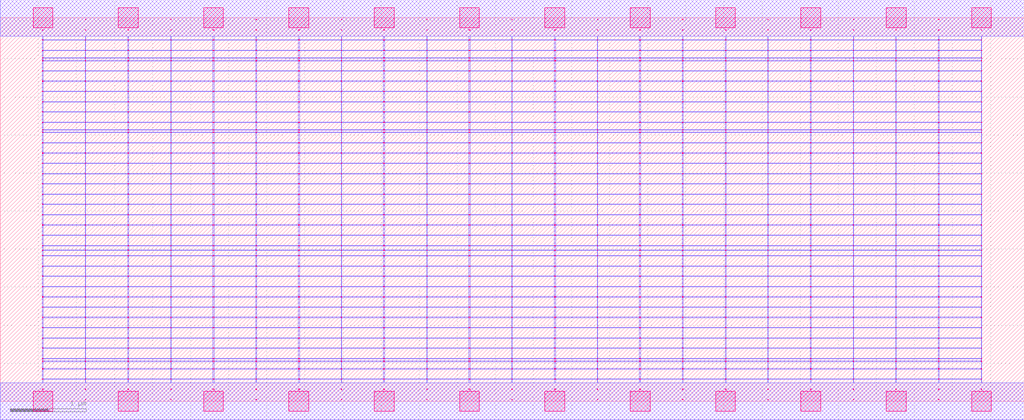
<source format=lef>
MACRO AOAAAOI21122_DEBUG
 CLASS CORE ;
 FOREIGN AOAAAOI21122_DEBUG 0 0 ;
 SIZE 13.44 BY 5.04 ;
 ORIGIN 0 0 ;
 SYMMETRY X Y R90 ;
 SITE unit ;

 OBS
    LAYER polycont ;
     RECT 6.71600000 0.15300000 6.72400000 0.16100000 ;
     RECT 6.71600000 0.28800000 6.72400000 0.29600000 ;
     RECT 6.71600000 0.42300000 6.72400000 0.43100000 ;
     RECT 6.71600000 0.52100000 6.72400000 0.52900000 ;
     RECT 6.71600000 0.55800000 6.72400000 0.56600000 ;
     RECT 6.71600000 0.69300000 6.72400000 0.70100000 ;
     RECT 6.71600000 0.82800000 6.72400000 0.83600000 ;
     RECT 6.71600000 0.96300000 6.72400000 0.97100000 ;
     RECT 6.71600000 1.09800000 6.72400000 1.10600000 ;
     RECT 6.71600000 1.23300000 6.72400000 1.24100000 ;
     RECT 6.71600000 1.36800000 6.72400000 1.37600000 ;
     RECT 6.71600000 1.50300000 6.72400000 1.51100000 ;
     RECT 6.71600000 1.63800000 6.72400000 1.64600000 ;
     RECT 6.71600000 1.77300000 6.72400000 1.78100000 ;
     RECT 6.71600000 1.90800000 6.72400000 1.91600000 ;
     RECT 6.71600000 1.98100000 6.72400000 1.98900000 ;
     RECT 6.71600000 2.04300000 6.72400000 2.05100000 ;
     RECT 6.71600000 2.17800000 6.72400000 2.18600000 ;
     RECT 6.71600000 2.31300000 6.72400000 2.32100000 ;
     RECT 6.71600000 2.44800000 6.72400000 2.45600000 ;
     RECT 6.71600000 2.58300000 6.72400000 2.59100000 ;
     RECT 6.71600000 2.71800000 6.72400000 2.72600000 ;
     RECT 6.71600000 2.85300000 6.72400000 2.86100000 ;
     RECT 6.71600000 2.98800000 6.72400000 2.99600000 ;
     RECT 10.07600000 3.79800000 10.08400000 3.80600000 ;
     RECT 10.63600000 3.79800000 10.64400000 3.80600000 ;
     RECT 11.19600000 3.79800000 11.20400000 3.80600000 ;
     RECT 11.75600000 3.79800000 11.76400000 3.80600000 ;
     RECT 12.31600000 3.79800000 12.32400000 3.80600000 ;
     RECT 12.87600000 3.79800000 12.88400000 3.80600000 ;
     RECT 10.07600000 3.93300000 10.08400000 3.94100000 ;
     RECT 10.63600000 3.93300000 10.64400000 3.94100000 ;
     RECT 11.19600000 3.93300000 11.20400000 3.94100000 ;
     RECT 11.75600000 3.93300000 11.76400000 3.94100000 ;
     RECT 12.31600000 3.93300000 12.32400000 3.94100000 ;
     RECT 12.87600000 3.93300000 12.88400000 3.94100000 ;
     RECT 10.07600000 4.06800000 10.08400000 4.07600000 ;
     RECT 10.63600000 4.06800000 10.64400000 4.07600000 ;
     RECT 11.19600000 4.06800000 11.20400000 4.07600000 ;
     RECT 11.75600000 4.06800000 11.76400000 4.07600000 ;
     RECT 12.31600000 4.06800000 12.32400000 4.07600000 ;
     RECT 12.87600000 4.06800000 12.88400000 4.07600000 ;
     RECT 10.07600000 4.20300000 10.08400000 4.21100000 ;
     RECT 10.63600000 4.20300000 10.64400000 4.21100000 ;
     RECT 11.19600000 4.20300000 11.20400000 4.21100000 ;
     RECT 11.75600000 4.20300000 11.76400000 4.21100000 ;
     RECT 12.31600000 4.20300000 12.32400000 4.21100000 ;
     RECT 12.87600000 4.20300000 12.88400000 4.21100000 ;
     RECT 10.07600000 4.33800000 10.08400000 4.34600000 ;
     RECT 10.63600000 4.33800000 10.64400000 4.34600000 ;
     RECT 11.19600000 4.33800000 11.20400000 4.34600000 ;
     RECT 11.75600000 4.33800000 11.76400000 4.34600000 ;
     RECT 12.31600000 4.33800000 12.32400000 4.34600000 ;
     RECT 12.87600000 4.33800000 12.88400000 4.34600000 ;
     RECT 10.07600000 4.47300000 10.08400000 4.48100000 ;
     RECT 10.63600000 4.47300000 10.64400000 4.48100000 ;
     RECT 11.19600000 4.47300000 11.20400000 4.48100000 ;
     RECT 11.75600000 4.47300000 11.76400000 4.48100000 ;
     RECT 12.31600000 4.47300000 12.32400000 4.48100000 ;
     RECT 12.87600000 4.47300000 12.88400000 4.48100000 ;
     RECT 10.07600000 4.51100000 10.08400000 4.51900000 ;
     RECT 10.63600000 4.51100000 10.64400000 4.51900000 ;
     RECT 11.19600000 4.51100000 11.20400000 4.51900000 ;
     RECT 11.75600000 4.51100000 11.76400000 4.51900000 ;
     RECT 12.31600000 4.51100000 12.32400000 4.51900000 ;
     RECT 12.87600000 4.51100000 12.88400000 4.51900000 ;
     RECT 10.07600000 4.60800000 10.08400000 4.61600000 ;
     RECT 10.63600000 4.60800000 10.64400000 4.61600000 ;
     RECT 11.19600000 4.60800000 11.20400000 4.61600000 ;
     RECT 11.75600000 4.60800000 11.76400000 4.61600000 ;
     RECT 12.31600000 4.60800000 12.32400000 4.61600000 ;
     RECT 12.87600000 4.60800000 12.88400000 4.61600000 ;
     RECT 10.07600000 4.74300000 10.08400000 4.75100000 ;
     RECT 10.63600000 4.74300000 10.64400000 4.75100000 ;
     RECT 11.19600000 4.74300000 11.20400000 4.75100000 ;
     RECT 11.75600000 4.74300000 11.76400000 4.75100000 ;
     RECT 12.31600000 4.74300000 12.32400000 4.75100000 ;
     RECT 12.87600000 4.74300000 12.88400000 4.75100000 ;
     RECT 10.07600000 4.87800000 10.08400000 4.88600000 ;
     RECT 10.63600000 4.87800000 10.64400000 4.88600000 ;
     RECT 11.19600000 4.87800000 11.20400000 4.88600000 ;
     RECT 11.75600000 4.87800000 11.76400000 4.88600000 ;
     RECT 12.31600000 4.87800000 12.32400000 4.88600000 ;
     RECT 12.87600000 4.87800000 12.88400000 4.88600000 ;
     RECT 8.95600000 2.58300000 8.96400000 2.59100000 ;
     RECT 9.51600000 2.58300000 9.52900000 2.59100000 ;
     RECT 7.27100000 2.58300000 7.28900000 2.59100000 ;
     RECT 7.27100000 2.71800000 7.28900000 2.72600000 ;
     RECT 7.83600000 2.71800000 7.84400000 2.72600000 ;
     RECT 8.39100000 2.71800000 8.40900000 2.72600000 ;
     RECT 8.95600000 2.71800000 8.96400000 2.72600000 ;
     RECT 9.51600000 2.71800000 9.52900000 2.72600000 ;
     RECT 7.83600000 2.58300000 7.84400000 2.59100000 ;
     RECT 7.27100000 2.85300000 7.28900000 2.86100000 ;
     RECT 7.83600000 2.85300000 7.84400000 2.86100000 ;
     RECT 8.39100000 2.85300000 8.40900000 2.86100000 ;
     RECT 8.95600000 2.85300000 8.96400000 2.86100000 ;
     RECT 9.51600000 2.85300000 9.52900000 2.86100000 ;
     RECT 8.39100000 2.58300000 8.40900000 2.59100000 ;
     RECT 7.27100000 2.98800000 7.28900000 2.99600000 ;
     RECT 7.83600000 2.98800000 7.84400000 2.99600000 ;
     RECT 8.39100000 2.98800000 8.40900000 2.99600000 ;
     RECT 8.95600000 2.98800000 8.96400000 2.99600000 ;
     RECT 9.51600000 2.98800000 9.52900000 2.99600000 ;
     RECT 10.07600000 2.58300000 10.08400000 2.59100000 ;
     RECT 10.63600000 2.58300000 10.64400000 2.59100000 ;
     RECT 11.19600000 2.58300000 11.20400000 2.59100000 ;
     RECT 11.75600000 2.58300000 11.76400000 2.59100000 ;
     RECT 12.31600000 2.58300000 12.32400000 2.59100000 ;
     RECT 12.87600000 2.58300000 12.88400000 2.59100000 ;
     RECT 10.07600000 2.85300000 10.08400000 2.86100000 ;
     RECT 10.63600000 2.85300000 10.64400000 2.86100000 ;
     RECT 11.19600000 2.85300000 11.20400000 2.86100000 ;
     RECT 11.75600000 2.85300000 11.76400000 2.86100000 ;
     RECT 12.31600000 2.85300000 12.32400000 2.86100000 ;
     RECT 12.87600000 2.85300000 12.88400000 2.86100000 ;
     RECT 10.07600000 2.71800000 10.08400000 2.72600000 ;
     RECT 10.63600000 2.71800000 10.64400000 2.72600000 ;
     RECT 11.19600000 2.71800000 11.20400000 2.72600000 ;
     RECT 11.75600000 2.71800000 11.76400000 2.72600000 ;
     RECT 12.31600000 2.71800000 12.32400000 2.72600000 ;
     RECT 12.87600000 2.71800000 12.88400000 2.72600000 ;
     RECT 10.07600000 2.98800000 10.08400000 2.99600000 ;
     RECT 10.63600000 2.98800000 10.64400000 2.99600000 ;
     RECT 11.19600000 2.98800000 11.20400000 2.99600000 ;
     RECT 11.75600000 2.98800000 11.76400000 2.99600000 ;
     RECT 12.31600000 2.98800000 12.32400000 2.99600000 ;
     RECT 12.87600000 2.98800000 12.88400000 2.99600000 ;
     RECT 10.07600000 3.12300000 10.08400000 3.13100000 ;
     RECT 10.63600000 3.12300000 10.64400000 3.13100000 ;
     RECT 11.19600000 3.12300000 11.20400000 3.13100000 ;
     RECT 11.75600000 3.12300000 11.76400000 3.13100000 ;
     RECT 12.31600000 3.12300000 12.32400000 3.13100000 ;
     RECT 12.87600000 3.12300000 12.88400000 3.13100000 ;
     RECT 10.07600000 3.25800000 10.08400000 3.26600000 ;
     RECT 10.63600000 3.25800000 10.64400000 3.26600000 ;
     RECT 11.19600000 3.25800000 11.20400000 3.26600000 ;
     RECT 11.75600000 3.25800000 11.76400000 3.26600000 ;
     RECT 12.31600000 3.25800000 12.32400000 3.26600000 ;
     RECT 12.87600000 3.25800000 12.88400000 3.26600000 ;
     RECT 10.07600000 3.39300000 10.08400000 3.40100000 ;
     RECT 10.63600000 3.39300000 10.64400000 3.40100000 ;
     RECT 11.19600000 3.39300000 11.20400000 3.40100000 ;
     RECT 11.75600000 3.39300000 11.76400000 3.40100000 ;
     RECT 12.31600000 3.39300000 12.32400000 3.40100000 ;
     RECT 12.87600000 3.39300000 12.88400000 3.40100000 ;
     RECT 10.07600000 3.52800000 10.08400000 3.53600000 ;
     RECT 10.63600000 3.52800000 10.64400000 3.53600000 ;
     RECT 11.19600000 3.52800000 11.20400000 3.53600000 ;
     RECT 11.75600000 3.52800000 11.76400000 3.53600000 ;
     RECT 12.31600000 3.52800000 12.32400000 3.53600000 ;
     RECT 12.87600000 3.52800000 12.88400000 3.53600000 ;
     RECT 10.07600000 3.56100000 10.08400000 3.56900000 ;
     RECT 10.63600000 3.56100000 10.64400000 3.56900000 ;
     RECT 11.19600000 3.56100000 11.20400000 3.56900000 ;
     RECT 11.75600000 3.56100000 11.76400000 3.56900000 ;
     RECT 12.31600000 3.56100000 12.32400000 3.56900000 ;
     RECT 12.87600000 3.56100000 12.88400000 3.56900000 ;
     RECT 10.07600000 3.66300000 10.08400000 3.67100000 ;
     RECT 10.63600000 3.66300000 10.64400000 3.67100000 ;
     RECT 11.19600000 3.66300000 11.20400000 3.67100000 ;
     RECT 11.75600000 3.66300000 11.76400000 3.67100000 ;
     RECT 12.31600000 3.66300000 12.32400000 3.67100000 ;
     RECT 12.87600000 3.66300000 12.88400000 3.67100000 ;
     RECT 6.15100000 2.85300000 6.16900000 2.86100000 ;
     RECT 1.11600000 2.71800000 1.12400000 2.72600000 ;
     RECT 1.67100000 2.71800000 1.68900000 2.72600000 ;
     RECT 2.23600000 2.71800000 2.24400000 2.72600000 ;
     RECT 2.79100000 2.71800000 2.80900000 2.72600000 ;
     RECT 3.35600000 2.71800000 3.36400000 2.72600000 ;
     RECT 3.91100000 2.71800000 3.92900000 2.72600000 ;
     RECT 4.47600000 2.71800000 4.48400000 2.72600000 ;
     RECT 5.03100000 2.71800000 5.04900000 2.72600000 ;
     RECT 5.59600000 2.71800000 5.60400000 2.72600000 ;
     RECT 6.15100000 2.71800000 6.16900000 2.72600000 ;
     RECT 1.11600000 2.58300000 1.12400000 2.59100000 ;
     RECT 1.67100000 2.58300000 1.68900000 2.59100000 ;
     RECT 0.55100000 2.98800000 0.56400000 2.99600000 ;
     RECT 1.11600000 2.98800000 1.12400000 2.99600000 ;
     RECT 1.67100000 2.98800000 1.68900000 2.99600000 ;
     RECT 2.23600000 2.98800000 2.24400000 2.99600000 ;
     RECT 2.79100000 2.98800000 2.80900000 2.99600000 ;
     RECT 3.35600000 2.98800000 3.36400000 2.99600000 ;
     RECT 3.91100000 2.98800000 3.92900000 2.99600000 ;
     RECT 4.47600000 2.98800000 4.48400000 2.99600000 ;
     RECT 5.03100000 2.98800000 5.04900000 2.99600000 ;
     RECT 5.59600000 2.98800000 5.60400000 2.99600000 ;
     RECT 6.15100000 2.98800000 6.16900000 2.99600000 ;
     RECT 2.23600000 2.58300000 2.24400000 2.59100000 ;
     RECT 2.79100000 2.58300000 2.80900000 2.59100000 ;
     RECT 3.35600000 2.58300000 3.36400000 2.59100000 ;
     RECT 3.91100000 2.58300000 3.92900000 2.59100000 ;
     RECT 4.47600000 2.58300000 4.48400000 2.59100000 ;
     RECT 5.03100000 2.58300000 5.04900000 2.59100000 ;
     RECT 5.59600000 2.58300000 5.60400000 2.59100000 ;
     RECT 6.15100000 2.58300000 6.16900000 2.59100000 ;
     RECT 0.55100000 2.58300000 0.56400000 2.59100000 ;
     RECT 0.55100000 2.71800000 0.56400000 2.72600000 ;
     RECT 0.55100000 2.85300000 0.56400000 2.86100000 ;
     RECT 1.11600000 2.85300000 1.12400000 2.86100000 ;
     RECT 1.67100000 2.85300000 1.68900000 2.86100000 ;
     RECT 2.23600000 2.85300000 2.24400000 2.86100000 ;
     RECT 2.79100000 2.85300000 2.80900000 2.86100000 ;
     RECT 3.35600000 2.85300000 3.36400000 2.86100000 ;
     RECT 3.91100000 2.85300000 3.92900000 2.86100000 ;
     RECT 4.47600000 2.85300000 4.48400000 2.86100000 ;
     RECT 5.03100000 2.85300000 5.04900000 2.86100000 ;
     RECT 5.59600000 2.85300000 5.60400000 2.86100000 ;
     RECT 3.35600000 1.90800000 3.36400000 1.91600000 ;
     RECT 3.35600000 0.96300000 3.36400000 0.97100000 ;
     RECT 3.35600000 1.98100000 3.36400000 1.98900000 ;
     RECT 3.35600000 0.15300000 3.36400000 0.16100000 ;
     RECT 3.35600000 2.04300000 3.36400000 2.05100000 ;
     RECT 3.35600000 1.09800000 3.36400000 1.10600000 ;
     RECT 3.35600000 2.17800000 3.36400000 2.18600000 ;
     RECT 3.35600000 0.55800000 3.36400000 0.56600000 ;
     RECT 3.35600000 2.31300000 3.36400000 2.32100000 ;
     RECT 3.35600000 1.23300000 3.36400000 1.24100000 ;
     RECT 3.35600000 2.44800000 3.36400000 2.45600000 ;
     RECT 3.35600000 0.42300000 3.36400000 0.43100000 ;
     RECT 3.35600000 1.36800000 3.36400000 1.37600000 ;
     RECT 3.35600000 0.69300000 3.36400000 0.70100000 ;
     RECT 3.35600000 1.50300000 3.36400000 1.51100000 ;
     RECT 3.35600000 0.28800000 3.36400000 0.29600000 ;
     RECT 3.35600000 1.63800000 3.36400000 1.64600000 ;
     RECT 3.35600000 0.82800000 3.36400000 0.83600000 ;
     RECT 3.35600000 1.77300000 3.36400000 1.78100000 ;
     RECT 3.35600000 0.52100000 3.36400000 0.52900000 ;
     RECT 10.07600000 1.36800000 10.08400000 1.37600000 ;
     RECT 10.07600000 0.28800000 10.08400000 0.29600000 ;
     RECT 10.07600000 2.04300000 10.08400000 2.05100000 ;
     RECT 10.07600000 0.96300000 10.08400000 0.97100000 ;
     RECT 10.07600000 1.50300000 10.08400000 1.51100000 ;
     RECT 10.07600000 2.17800000 10.08400000 2.18600000 ;
     RECT 10.07600000 0.52100000 10.08400000 0.52900000 ;
     RECT 10.07600000 0.69300000 10.08400000 0.70100000 ;
     RECT 10.07600000 2.31300000 10.08400000 2.32100000 ;
     RECT 10.07600000 1.63800000 10.08400000 1.64600000 ;
     RECT 10.07600000 1.09800000 10.08400000 1.10600000 ;
     RECT 10.07600000 2.44800000 10.08400000 2.45600000 ;
     RECT 10.07600000 0.42300000 10.08400000 0.43100000 ;
     RECT 10.07600000 1.77300000 10.08400000 1.78100000 ;
     RECT 10.07600000 0.15300000 10.08400000 0.16100000 ;
     RECT 10.07600000 1.23300000 10.08400000 1.24100000 ;
     RECT 10.07600000 1.90800000 10.08400000 1.91600000 ;
     RECT 10.07600000 0.82800000 10.08400000 0.83600000 ;
     RECT 10.07600000 0.55800000 10.08400000 0.56600000 ;
     RECT 10.07600000 1.98100000 10.08400000 1.98900000 ;

    LAYER pdiffc ;
     RECT 0.55100000 3.39300000 0.55900000 3.40100000 ;
     RECT 9.52100000 3.39300000 9.52900000 3.40100000 ;
     RECT 0.55100000 3.52800000 0.55900000 3.53600000 ;
     RECT 9.52100000 3.52800000 9.52900000 3.53600000 ;
     RECT 0.55100000 3.56100000 0.55900000 3.56900000 ;
     RECT 9.52100000 3.56100000 9.52900000 3.56900000 ;
     RECT 0.55100000 3.66300000 0.55900000 3.67100000 ;
     RECT 9.52100000 3.66300000 9.52900000 3.67100000 ;
     RECT 0.55100000 3.79800000 0.55900000 3.80600000 ;
     RECT 9.52100000 3.79800000 9.52900000 3.80600000 ;
     RECT 0.55100000 3.93300000 0.55900000 3.94100000 ;
     RECT 9.52100000 3.93300000 9.52900000 3.94100000 ;
     RECT 0.55100000 4.06800000 0.55900000 4.07600000 ;
     RECT 9.52100000 4.06800000 9.52900000 4.07600000 ;
     RECT 0.55100000 4.20300000 0.55900000 4.21100000 ;
     RECT 9.52100000 4.20300000 9.52900000 4.21100000 ;
     RECT 0.55100000 4.33800000 0.55900000 4.34600000 ;
     RECT 9.52100000 4.33800000 9.52900000 4.34600000 ;
     RECT 0.55100000 4.47300000 0.55900000 4.48100000 ;
     RECT 9.52100000 4.47300000 9.52900000 4.48100000 ;
     RECT 0.55100000 4.51100000 0.55900000 4.51900000 ;
     RECT 9.52100000 4.51100000 9.52900000 4.51900000 ;
     RECT 0.55100000 4.60800000 0.55900000 4.61600000 ;
     RECT 9.52100000 4.60800000 9.52900000 4.61600000 ;

    LAYER ndiffc ;
     RECT 7.27100000 0.42300000 7.28900000 0.43100000 ;
     RECT 8.39100000 0.42300000 8.40900000 0.43100000 ;
     RECT 9.51600000 0.42300000 9.52900000 0.43100000 ;
     RECT 10.63600000 0.42300000 10.64400000 0.43100000 ;
     RECT 11.75600000 0.42300000 11.76400000 0.43100000 ;
     RECT 12.87600000 0.42300000 12.88400000 0.43100000 ;
     RECT 7.27100000 0.52100000 7.28900000 0.52900000 ;
     RECT 8.39100000 0.52100000 8.40900000 0.52900000 ;
     RECT 9.51600000 0.52100000 9.52900000 0.52900000 ;
     RECT 10.63600000 0.52100000 10.64400000 0.52900000 ;
     RECT 11.75600000 0.52100000 11.76400000 0.52900000 ;
     RECT 12.87600000 0.52100000 12.88400000 0.52900000 ;
     RECT 7.27100000 0.55800000 7.28900000 0.56600000 ;
     RECT 8.39100000 0.55800000 8.40900000 0.56600000 ;
     RECT 9.51600000 0.55800000 9.52900000 0.56600000 ;
     RECT 10.63600000 0.55800000 10.64400000 0.56600000 ;
     RECT 11.75600000 0.55800000 11.76400000 0.56600000 ;
     RECT 12.87600000 0.55800000 12.88400000 0.56600000 ;
     RECT 7.27100000 0.69300000 7.28900000 0.70100000 ;
     RECT 8.39100000 0.69300000 8.40900000 0.70100000 ;
     RECT 9.51600000 0.69300000 9.52900000 0.70100000 ;
     RECT 10.63600000 0.69300000 10.64400000 0.70100000 ;
     RECT 11.75600000 0.69300000 11.76400000 0.70100000 ;
     RECT 12.87600000 0.69300000 12.88400000 0.70100000 ;
     RECT 7.27100000 0.82800000 7.28900000 0.83600000 ;
     RECT 8.39100000 0.82800000 8.40900000 0.83600000 ;
     RECT 9.51600000 0.82800000 9.52900000 0.83600000 ;
     RECT 10.63600000 0.82800000 10.64400000 0.83600000 ;
     RECT 11.75600000 0.82800000 11.76400000 0.83600000 ;
     RECT 12.87600000 0.82800000 12.88400000 0.83600000 ;
     RECT 7.27100000 0.96300000 7.28900000 0.97100000 ;
     RECT 8.39100000 0.96300000 8.40900000 0.97100000 ;
     RECT 9.51600000 0.96300000 9.52900000 0.97100000 ;
     RECT 10.63600000 0.96300000 10.64400000 0.97100000 ;
     RECT 11.75600000 0.96300000 11.76400000 0.97100000 ;
     RECT 12.87600000 0.96300000 12.88400000 0.97100000 ;
     RECT 7.27100000 1.09800000 7.28900000 1.10600000 ;
     RECT 8.39100000 1.09800000 8.40900000 1.10600000 ;
     RECT 9.51600000 1.09800000 9.52900000 1.10600000 ;
     RECT 10.63600000 1.09800000 10.64400000 1.10600000 ;
     RECT 11.75600000 1.09800000 11.76400000 1.10600000 ;
     RECT 12.87600000 1.09800000 12.88400000 1.10600000 ;
     RECT 7.27100000 1.23300000 7.28900000 1.24100000 ;
     RECT 8.39100000 1.23300000 8.40900000 1.24100000 ;
     RECT 9.51600000 1.23300000 9.52900000 1.24100000 ;
     RECT 10.63600000 1.23300000 10.64400000 1.24100000 ;
     RECT 11.75600000 1.23300000 11.76400000 1.24100000 ;
     RECT 12.87600000 1.23300000 12.88400000 1.24100000 ;
     RECT 7.27100000 1.36800000 7.28900000 1.37600000 ;
     RECT 8.39100000 1.36800000 8.40900000 1.37600000 ;
     RECT 9.51600000 1.36800000 9.52900000 1.37600000 ;
     RECT 10.63600000 1.36800000 10.64400000 1.37600000 ;
     RECT 11.75600000 1.36800000 11.76400000 1.37600000 ;
     RECT 12.87600000 1.36800000 12.88400000 1.37600000 ;
     RECT 7.27100000 1.50300000 7.28900000 1.51100000 ;
     RECT 8.39100000 1.50300000 8.40900000 1.51100000 ;
     RECT 9.51600000 1.50300000 9.52900000 1.51100000 ;
     RECT 10.63600000 1.50300000 10.64400000 1.51100000 ;
     RECT 11.75600000 1.50300000 11.76400000 1.51100000 ;
     RECT 12.87600000 1.50300000 12.88400000 1.51100000 ;
     RECT 7.27100000 1.63800000 7.28900000 1.64600000 ;
     RECT 8.39100000 1.63800000 8.40900000 1.64600000 ;
     RECT 9.51600000 1.63800000 9.52900000 1.64600000 ;
     RECT 10.63600000 1.63800000 10.64400000 1.64600000 ;
     RECT 11.75600000 1.63800000 11.76400000 1.64600000 ;
     RECT 12.87600000 1.63800000 12.88400000 1.64600000 ;
     RECT 7.27100000 1.77300000 7.28900000 1.78100000 ;
     RECT 8.39100000 1.77300000 8.40900000 1.78100000 ;
     RECT 9.51600000 1.77300000 9.52900000 1.78100000 ;
     RECT 10.63600000 1.77300000 10.64400000 1.78100000 ;
     RECT 11.75600000 1.77300000 11.76400000 1.78100000 ;
     RECT 12.87600000 1.77300000 12.88400000 1.78100000 ;
     RECT 7.27100000 1.90800000 7.28900000 1.91600000 ;
     RECT 8.39100000 1.90800000 8.40900000 1.91600000 ;
     RECT 9.51600000 1.90800000 9.52900000 1.91600000 ;
     RECT 10.63600000 1.90800000 10.64400000 1.91600000 ;
     RECT 11.75600000 1.90800000 11.76400000 1.91600000 ;
     RECT 12.87600000 1.90800000 12.88400000 1.91600000 ;
     RECT 7.27100000 1.98100000 7.28900000 1.98900000 ;
     RECT 8.39100000 1.98100000 8.40900000 1.98900000 ;
     RECT 9.51600000 1.98100000 9.52900000 1.98900000 ;
     RECT 10.63600000 1.98100000 10.64400000 1.98900000 ;
     RECT 11.75600000 1.98100000 11.76400000 1.98900000 ;
     RECT 12.87600000 1.98100000 12.88400000 1.98900000 ;
     RECT 7.27100000 2.04300000 7.28900000 2.05100000 ;
     RECT 8.39100000 2.04300000 8.40900000 2.05100000 ;
     RECT 9.51600000 2.04300000 9.52900000 2.05100000 ;
     RECT 10.63600000 2.04300000 10.64400000 2.05100000 ;
     RECT 11.75600000 2.04300000 11.76400000 2.05100000 ;
     RECT 12.87600000 2.04300000 12.88400000 2.05100000 ;
     RECT 0.55100000 0.42300000 0.56400000 0.43100000 ;
     RECT 1.67100000 0.42300000 1.68900000 0.43100000 ;
     RECT 2.79100000 0.42300000 2.80900000 0.43100000 ;
     RECT 3.91100000 0.42300000 3.92900000 0.43100000 ;
     RECT 5.03100000 0.42300000 5.04900000 0.43100000 ;
     RECT 6.15100000 0.42300000 6.16900000 0.43100000 ;
     RECT 0.55100000 1.36800000 0.56400000 1.37600000 ;
     RECT 1.67100000 1.36800000 1.68900000 1.37600000 ;
     RECT 2.79100000 1.36800000 2.80900000 1.37600000 ;
     RECT 3.91100000 1.36800000 3.92900000 1.37600000 ;
     RECT 5.03100000 1.36800000 5.04900000 1.37600000 ;
     RECT 6.15100000 1.36800000 6.16900000 1.37600000 ;
     RECT 0.55100000 0.82800000 0.56400000 0.83600000 ;
     RECT 1.67100000 0.82800000 1.68900000 0.83600000 ;
     RECT 2.79100000 0.82800000 2.80900000 0.83600000 ;
     RECT 3.91100000 0.82800000 3.92900000 0.83600000 ;
     RECT 5.03100000 0.82800000 5.04900000 0.83600000 ;
     RECT 6.15100000 0.82800000 6.16900000 0.83600000 ;
     RECT 0.55100000 1.50300000 0.56400000 1.51100000 ;
     RECT 1.67100000 1.50300000 1.68900000 1.51100000 ;
     RECT 2.79100000 1.50300000 2.80900000 1.51100000 ;
     RECT 3.91100000 1.50300000 3.92900000 1.51100000 ;
     RECT 5.03100000 1.50300000 5.04900000 1.51100000 ;
     RECT 6.15100000 1.50300000 6.16900000 1.51100000 ;
     RECT 0.55100000 0.55800000 0.56400000 0.56600000 ;
     RECT 1.67100000 0.55800000 1.68900000 0.56600000 ;
     RECT 2.79100000 0.55800000 2.80900000 0.56600000 ;
     RECT 3.91100000 0.55800000 3.92900000 0.56600000 ;
     RECT 5.03100000 0.55800000 5.04900000 0.56600000 ;
     RECT 6.15100000 0.55800000 6.16900000 0.56600000 ;
     RECT 0.55100000 1.63800000 0.56400000 1.64600000 ;
     RECT 1.67100000 1.63800000 1.68900000 1.64600000 ;
     RECT 2.79100000 1.63800000 2.80900000 1.64600000 ;
     RECT 3.91100000 1.63800000 3.92900000 1.64600000 ;
     RECT 5.03100000 1.63800000 5.04900000 1.64600000 ;
     RECT 6.15100000 1.63800000 6.16900000 1.64600000 ;
     RECT 0.55100000 0.96300000 0.56400000 0.97100000 ;
     RECT 1.67100000 0.96300000 1.68900000 0.97100000 ;
     RECT 2.79100000 0.96300000 2.80900000 0.97100000 ;
     RECT 3.91100000 0.96300000 3.92900000 0.97100000 ;
     RECT 5.03100000 0.96300000 5.04900000 0.97100000 ;
     RECT 6.15100000 0.96300000 6.16900000 0.97100000 ;
     RECT 0.55100000 1.77300000 0.56400000 1.78100000 ;
     RECT 1.67100000 1.77300000 1.68900000 1.78100000 ;
     RECT 2.79100000 1.77300000 2.80900000 1.78100000 ;
     RECT 3.91100000 1.77300000 3.92900000 1.78100000 ;
     RECT 5.03100000 1.77300000 5.04900000 1.78100000 ;
     RECT 6.15100000 1.77300000 6.16900000 1.78100000 ;
     RECT 0.55100000 0.52100000 0.56400000 0.52900000 ;
     RECT 1.67100000 0.52100000 1.68900000 0.52900000 ;
     RECT 2.79100000 0.52100000 2.80900000 0.52900000 ;
     RECT 3.91100000 0.52100000 3.92900000 0.52900000 ;
     RECT 5.03100000 0.52100000 5.04900000 0.52900000 ;
     RECT 6.15100000 0.52100000 6.16900000 0.52900000 ;
     RECT 0.55100000 1.90800000 0.56400000 1.91600000 ;
     RECT 1.67100000 1.90800000 1.68900000 1.91600000 ;
     RECT 2.79100000 1.90800000 2.80900000 1.91600000 ;
     RECT 3.91100000 1.90800000 3.92900000 1.91600000 ;
     RECT 5.03100000 1.90800000 5.04900000 1.91600000 ;
     RECT 6.15100000 1.90800000 6.16900000 1.91600000 ;
     RECT 0.55100000 1.09800000 0.56400000 1.10600000 ;
     RECT 1.67100000 1.09800000 1.68900000 1.10600000 ;
     RECT 2.79100000 1.09800000 2.80900000 1.10600000 ;
     RECT 3.91100000 1.09800000 3.92900000 1.10600000 ;
     RECT 5.03100000 1.09800000 5.04900000 1.10600000 ;
     RECT 6.15100000 1.09800000 6.16900000 1.10600000 ;
     RECT 0.55100000 1.98100000 0.56400000 1.98900000 ;
     RECT 1.67100000 1.98100000 1.68900000 1.98900000 ;
     RECT 2.79100000 1.98100000 2.80900000 1.98900000 ;
     RECT 3.91100000 1.98100000 3.92900000 1.98900000 ;
     RECT 5.03100000 1.98100000 5.04900000 1.98900000 ;
     RECT 6.15100000 1.98100000 6.16900000 1.98900000 ;
     RECT 0.55100000 0.69300000 0.56400000 0.70100000 ;
     RECT 1.67100000 0.69300000 1.68900000 0.70100000 ;
     RECT 2.79100000 0.69300000 2.80900000 0.70100000 ;
     RECT 3.91100000 0.69300000 3.92900000 0.70100000 ;
     RECT 5.03100000 0.69300000 5.04900000 0.70100000 ;
     RECT 6.15100000 0.69300000 6.16900000 0.70100000 ;
     RECT 0.55100000 2.04300000 0.56400000 2.05100000 ;
     RECT 1.67100000 2.04300000 1.68900000 2.05100000 ;
     RECT 2.79100000 2.04300000 2.80900000 2.05100000 ;
     RECT 3.91100000 2.04300000 3.92900000 2.05100000 ;
     RECT 5.03100000 2.04300000 5.04900000 2.05100000 ;
     RECT 6.15100000 2.04300000 6.16900000 2.05100000 ;
     RECT 0.55100000 1.23300000 0.56400000 1.24100000 ;
     RECT 1.67100000 1.23300000 1.68900000 1.24100000 ;
     RECT 2.79100000 1.23300000 2.80900000 1.24100000 ;
     RECT 3.91100000 1.23300000 3.92900000 1.24100000 ;
     RECT 5.03100000 1.23300000 5.04900000 1.24100000 ;
     RECT 6.15100000 1.23300000 6.16900000 1.24100000 ;

    LAYER met1 ;
     RECT 0.00000000 -0.24000000 13.44000000 0.24000000 ;
     RECT 6.71600000 0.24000000 6.72400000 0.28800000 ;
     RECT 0.55100000 0.28800000 12.88400000 0.29600000 ;
     RECT 6.71600000 0.29600000 6.72400000 0.42300000 ;
     RECT 0.55100000 0.42300000 12.88400000 0.43100000 ;
     RECT 6.71600000 0.43100000 6.72400000 0.52100000 ;
     RECT 0.55100000 0.52100000 12.88400000 0.52900000 ;
     RECT 6.71600000 0.52900000 6.72400000 0.55800000 ;
     RECT 0.55100000 0.55800000 12.88400000 0.56600000 ;
     RECT 6.71600000 0.56600000 6.72400000 0.69300000 ;
     RECT 0.55100000 0.69300000 12.88400000 0.70100000 ;
     RECT 6.71600000 0.70100000 6.72400000 0.82800000 ;
     RECT 0.55100000 0.82800000 12.88400000 0.83600000 ;
     RECT 6.71600000 0.83600000 6.72400000 0.96300000 ;
     RECT 0.55100000 0.96300000 12.88400000 0.97100000 ;
     RECT 6.71600000 0.97100000 6.72400000 1.09800000 ;
     RECT 0.55100000 1.09800000 12.88400000 1.10600000 ;
     RECT 6.71600000 1.10600000 6.72400000 1.23300000 ;
     RECT 0.55100000 1.23300000 12.88400000 1.24100000 ;
     RECT 6.71600000 1.24100000 6.72400000 1.36800000 ;
     RECT 0.55100000 1.36800000 12.88400000 1.37600000 ;
     RECT 6.71600000 1.37600000 6.72400000 1.50300000 ;
     RECT 0.55100000 1.50300000 12.88400000 1.51100000 ;
     RECT 6.71600000 1.51100000 6.72400000 1.63800000 ;
     RECT 0.55100000 1.63800000 12.88400000 1.64600000 ;
     RECT 6.71600000 1.64600000 6.72400000 1.77300000 ;
     RECT 0.55100000 1.77300000 12.88400000 1.78100000 ;
     RECT 6.71600000 1.78100000 6.72400000 1.90800000 ;
     RECT 0.55100000 1.90800000 12.88400000 1.91600000 ;
     RECT 6.71600000 1.91600000 6.72400000 1.98100000 ;
     RECT 0.55100000 1.98100000 12.88400000 1.98900000 ;
     RECT 6.71600000 1.98900000 6.72400000 2.04300000 ;
     RECT 0.55100000 2.04300000 12.88400000 2.05100000 ;
     RECT 6.71600000 2.05100000 6.72400000 2.17800000 ;
     RECT 0.55100000 2.17800000 12.88400000 2.18600000 ;
     RECT 6.71600000 2.18600000 6.72400000 2.31300000 ;
     RECT 0.55100000 2.31300000 12.88400000 2.32100000 ;
     RECT 6.71600000 2.32100000 6.72400000 2.44800000 ;
     RECT 0.55100000 2.44800000 12.88400000 2.45600000 ;
     RECT 0.55100000 2.45600000 0.56400000 2.58300000 ;
     RECT 1.11600000 2.45600000 1.12400000 2.58300000 ;
     RECT 1.67100000 2.45600000 1.68900000 2.58300000 ;
     RECT 2.23600000 2.45600000 2.24400000 2.58300000 ;
     RECT 2.79100000 2.45600000 2.80900000 2.58300000 ;
     RECT 3.35600000 2.45600000 3.36400000 2.58300000 ;
     RECT 3.91100000 2.45600000 3.92900000 2.58300000 ;
     RECT 4.47600000 2.45600000 4.48400000 2.58300000 ;
     RECT 5.03100000 2.45600000 5.04900000 2.58300000 ;
     RECT 5.59600000 2.45600000 5.60400000 2.58300000 ;
     RECT 6.15100000 2.45600000 6.16900000 2.58300000 ;
     RECT 6.71600000 2.45600000 6.72400000 2.58300000 ;
     RECT 7.27100000 2.45600000 7.28900000 2.58300000 ;
     RECT 7.83600000 2.45600000 7.84400000 2.58300000 ;
     RECT 8.39100000 2.45600000 8.40900000 2.58300000 ;
     RECT 8.95600000 2.45600000 8.96400000 2.58300000 ;
     RECT 9.51600000 2.45600000 9.52900000 2.58300000 ;
     RECT 10.07600000 2.45600000 10.08400000 2.58300000 ;
     RECT 10.63600000 2.45600000 10.64400000 2.58300000 ;
     RECT 11.19600000 2.45600000 11.20400000 2.58300000 ;
     RECT 11.75600000 2.45600000 11.76400000 2.58300000 ;
     RECT 12.31600000 2.45600000 12.32400000 2.58300000 ;
     RECT 12.87600000 2.45600000 12.88400000 2.58300000 ;
     RECT 0.55100000 2.58300000 12.88400000 2.59100000 ;
     RECT 6.71600000 2.59100000 6.72400000 2.71800000 ;
     RECT 0.55100000 2.71800000 12.88400000 2.72600000 ;
     RECT 6.71600000 2.72600000 6.72400000 2.85300000 ;
     RECT 0.55100000 2.85300000 12.88400000 2.86100000 ;
     RECT 6.71600000 2.86100000 6.72400000 2.98800000 ;
     RECT 0.55100000 2.98800000 12.88400000 2.99600000 ;
     RECT 6.71600000 2.99600000 6.72400000 3.12300000 ;
     RECT 0.55100000 3.12300000 12.88400000 3.13100000 ;
     RECT 6.71600000 3.13100000 6.72400000 3.25800000 ;
     RECT 0.55100000 3.25800000 12.88400000 3.26600000 ;
     RECT 6.71600000 3.26600000 6.72400000 3.39300000 ;
     RECT 0.55100000 3.39300000 12.88400000 3.40100000 ;
     RECT 6.71600000 3.40100000 6.72400000 3.52800000 ;
     RECT 0.55100000 3.52800000 12.88400000 3.53600000 ;
     RECT 6.71600000 3.53600000 6.72400000 3.56100000 ;
     RECT 0.55100000 3.56100000 12.88400000 3.56900000 ;
     RECT 6.71600000 3.56900000 6.72400000 3.66300000 ;
     RECT 0.55100000 3.66300000 12.88400000 3.67100000 ;
     RECT 6.71600000 3.67100000 6.72400000 3.79800000 ;
     RECT 0.55100000 3.79800000 12.88400000 3.80600000 ;
     RECT 6.71600000 3.80600000 6.72400000 3.93300000 ;
     RECT 0.55100000 3.93300000 12.88400000 3.94100000 ;
     RECT 6.71600000 3.94100000 6.72400000 4.06800000 ;
     RECT 0.55100000 4.06800000 12.88400000 4.07600000 ;
     RECT 6.71600000 4.07600000 6.72400000 4.20300000 ;
     RECT 0.55100000 4.20300000 12.88400000 4.21100000 ;
     RECT 6.71600000 4.21100000 6.72400000 4.33800000 ;
     RECT 0.55100000 4.33800000 12.88400000 4.34600000 ;
     RECT 6.71600000 4.34600000 6.72400000 4.47300000 ;
     RECT 0.55100000 4.47300000 12.88400000 4.48100000 ;
     RECT 6.71600000 4.48100000 6.72400000 4.51100000 ;
     RECT 0.55100000 4.51100000 12.88400000 4.51900000 ;
     RECT 6.71600000 4.51900000 6.72400000 4.60800000 ;
     RECT 0.55100000 4.60800000 12.88400000 4.61600000 ;
     RECT 6.71600000 4.61600000 6.72400000 4.74300000 ;
     RECT 0.55100000 4.74300000 12.88400000 4.75100000 ;
     RECT 6.71600000 4.75100000 6.72400000 4.80000000 ;
     RECT 0.00000000 4.80000000 13.44000000 5.28000000 ;
     RECT 10.07600000 2.59100000 10.08400000 2.71800000 ;
     RECT 10.07600000 2.99600000 10.08400000 3.12300000 ;
     RECT 10.07600000 3.13100000 10.08400000 3.25800000 ;
     RECT 10.07600000 3.26600000 10.08400000 3.39300000 ;
     RECT 10.07600000 3.40100000 10.08400000 3.52800000 ;
     RECT 10.07600000 3.53600000 10.08400000 3.56100000 ;
     RECT 10.07600000 3.56900000 10.08400000 3.66300000 ;
     RECT 10.07600000 3.67100000 10.08400000 3.79800000 ;
     RECT 10.07600000 2.72600000 10.08400000 2.85300000 ;
     RECT 7.27100000 3.80600000 7.28900000 3.93300000 ;
     RECT 7.83600000 3.80600000 7.84400000 3.93300000 ;
     RECT 8.39100000 3.80600000 8.40900000 3.93300000 ;
     RECT 8.95600000 3.80600000 8.96400000 3.93300000 ;
     RECT 9.51600000 3.80600000 9.52900000 3.93300000 ;
     RECT 10.07600000 3.80600000 10.08400000 3.93300000 ;
     RECT 10.63600000 3.80600000 10.64400000 3.93300000 ;
     RECT 11.19600000 3.80600000 11.20400000 3.93300000 ;
     RECT 11.75600000 3.80600000 11.76400000 3.93300000 ;
     RECT 12.31600000 3.80600000 12.32400000 3.93300000 ;
     RECT 12.87600000 3.80600000 12.88400000 3.93300000 ;
     RECT 10.07600000 3.94100000 10.08400000 4.06800000 ;
     RECT 10.07600000 4.07600000 10.08400000 4.20300000 ;
     RECT 10.07600000 4.21100000 10.08400000 4.33800000 ;
     RECT 10.07600000 4.34600000 10.08400000 4.47300000 ;
     RECT 10.07600000 4.48100000 10.08400000 4.51100000 ;
     RECT 10.07600000 2.86100000 10.08400000 2.98800000 ;
     RECT 10.07600000 4.51900000 10.08400000 4.60800000 ;
     RECT 10.07600000 4.61600000 10.08400000 4.74300000 ;
     RECT 10.07600000 4.75100000 10.08400000 4.80000000 ;
     RECT 11.75600000 4.07600000 11.76400000 4.20300000 ;
     RECT 12.31600000 4.07600000 12.32400000 4.20300000 ;
     RECT 12.87600000 4.07600000 12.88400000 4.20300000 ;
     RECT 11.19600000 3.94100000 11.20400000 4.06800000 ;
     RECT 10.63600000 4.21100000 10.64400000 4.33800000 ;
     RECT 11.19600000 4.21100000 11.20400000 4.33800000 ;
     RECT 11.75600000 4.21100000 11.76400000 4.33800000 ;
     RECT 12.31600000 4.21100000 12.32400000 4.33800000 ;
     RECT 12.87600000 4.21100000 12.88400000 4.33800000 ;
     RECT 11.75600000 3.94100000 11.76400000 4.06800000 ;
     RECT 10.63600000 4.34600000 10.64400000 4.47300000 ;
     RECT 11.19600000 4.34600000 11.20400000 4.47300000 ;
     RECT 11.75600000 4.34600000 11.76400000 4.47300000 ;
     RECT 12.31600000 4.34600000 12.32400000 4.47300000 ;
     RECT 12.87600000 4.34600000 12.88400000 4.47300000 ;
     RECT 12.31600000 3.94100000 12.32400000 4.06800000 ;
     RECT 10.63600000 4.48100000 10.64400000 4.51100000 ;
     RECT 11.19600000 4.48100000 11.20400000 4.51100000 ;
     RECT 11.75600000 4.48100000 11.76400000 4.51100000 ;
     RECT 12.31600000 4.48100000 12.32400000 4.51100000 ;
     RECT 12.87600000 4.48100000 12.88400000 4.51100000 ;
     RECT 12.87600000 3.94100000 12.88400000 4.06800000 ;
     RECT 10.63600000 3.94100000 10.64400000 4.06800000 ;
     RECT 10.63600000 4.51900000 10.64400000 4.60800000 ;
     RECT 11.19600000 4.51900000 11.20400000 4.60800000 ;
     RECT 11.75600000 4.51900000 11.76400000 4.60800000 ;
     RECT 12.31600000 4.51900000 12.32400000 4.60800000 ;
     RECT 12.87600000 4.51900000 12.88400000 4.60800000 ;
     RECT 10.63600000 4.07600000 10.64400000 4.20300000 ;
     RECT 10.63600000 4.61600000 10.64400000 4.74300000 ;
     RECT 11.19600000 4.61600000 11.20400000 4.74300000 ;
     RECT 11.75600000 4.61600000 11.76400000 4.74300000 ;
     RECT 12.31600000 4.61600000 12.32400000 4.74300000 ;
     RECT 12.87600000 4.61600000 12.88400000 4.74300000 ;
     RECT 11.19600000 4.07600000 11.20400000 4.20300000 ;
     RECT 10.63600000 4.75100000 10.64400000 4.80000000 ;
     RECT 11.19600000 4.75100000 11.20400000 4.80000000 ;
     RECT 11.75600000 4.75100000 11.76400000 4.80000000 ;
     RECT 12.31600000 4.75100000 12.32400000 4.80000000 ;
     RECT 12.87600000 4.75100000 12.88400000 4.80000000 ;
     RECT 8.39100000 4.21100000 8.40900000 4.33800000 ;
     RECT 8.95600000 4.21100000 8.96400000 4.33800000 ;
     RECT 9.51600000 4.21100000 9.52900000 4.33800000 ;
     RECT 7.83600000 4.07600000 7.84400000 4.20300000 ;
     RECT 8.39100000 4.07600000 8.40900000 4.20300000 ;
     RECT 8.95600000 4.07600000 8.96400000 4.20300000 ;
     RECT 9.51600000 4.07600000 9.52900000 4.20300000 ;
     RECT 7.27100000 4.51900000 7.28900000 4.60800000 ;
     RECT 7.83600000 4.51900000 7.84400000 4.60800000 ;
     RECT 8.39100000 4.51900000 8.40900000 4.60800000 ;
     RECT 8.95600000 4.51900000 8.96400000 4.60800000 ;
     RECT 9.51600000 4.51900000 9.52900000 4.60800000 ;
     RECT 7.83600000 3.94100000 7.84400000 4.06800000 ;
     RECT 8.39100000 3.94100000 8.40900000 4.06800000 ;
     RECT 7.27100000 4.34600000 7.28900000 4.47300000 ;
     RECT 7.83600000 4.34600000 7.84400000 4.47300000 ;
     RECT 8.39100000 4.34600000 8.40900000 4.47300000 ;
     RECT 8.95600000 4.34600000 8.96400000 4.47300000 ;
     RECT 7.27100000 4.61600000 7.28900000 4.74300000 ;
     RECT 7.83600000 4.61600000 7.84400000 4.74300000 ;
     RECT 8.39100000 4.61600000 8.40900000 4.74300000 ;
     RECT 8.95600000 4.61600000 8.96400000 4.74300000 ;
     RECT 9.51600000 4.61600000 9.52900000 4.74300000 ;
     RECT 9.51600000 4.34600000 9.52900000 4.47300000 ;
     RECT 8.95600000 3.94100000 8.96400000 4.06800000 ;
     RECT 9.51600000 3.94100000 9.52900000 4.06800000 ;
     RECT 7.27100000 3.94100000 7.28900000 4.06800000 ;
     RECT 7.27100000 4.07600000 7.28900000 4.20300000 ;
     RECT 7.27100000 4.21100000 7.28900000 4.33800000 ;
     RECT 7.27100000 4.75100000 7.28900000 4.80000000 ;
     RECT 7.83600000 4.75100000 7.84400000 4.80000000 ;
     RECT 8.39100000 4.75100000 8.40900000 4.80000000 ;
     RECT 8.95600000 4.75100000 8.96400000 4.80000000 ;
     RECT 9.51600000 4.75100000 9.52900000 4.80000000 ;
     RECT 7.83600000 4.21100000 7.84400000 4.33800000 ;
     RECT 7.27100000 4.48100000 7.28900000 4.51100000 ;
     RECT 7.83600000 4.48100000 7.84400000 4.51100000 ;
     RECT 8.39100000 4.48100000 8.40900000 4.51100000 ;
     RECT 8.95600000 4.48100000 8.96400000 4.51100000 ;
     RECT 9.51600000 4.48100000 9.52900000 4.51100000 ;
     RECT 7.83600000 2.99600000 7.84400000 3.12300000 ;
     RECT 7.27100000 2.59100000 7.28900000 2.71800000 ;
     RECT 8.39100000 2.86100000 8.40900000 2.98800000 ;
     RECT 8.95600000 2.86100000 8.96400000 2.98800000 ;
     RECT 7.27100000 3.40100000 7.28900000 3.52800000 ;
     RECT 7.83600000 3.40100000 7.84400000 3.52800000 ;
     RECT 8.39100000 3.40100000 8.40900000 3.52800000 ;
     RECT 8.95600000 3.40100000 8.96400000 3.52800000 ;
     RECT 9.51600000 3.40100000 9.52900000 3.52800000 ;
     RECT 8.39100000 2.99600000 8.40900000 3.12300000 ;
     RECT 7.83600000 2.59100000 7.84400000 2.71800000 ;
     RECT 7.27100000 2.72600000 7.28900000 2.85300000 ;
     RECT 7.27100000 3.53600000 7.28900000 3.56100000 ;
     RECT 7.83600000 3.53600000 7.84400000 3.56100000 ;
     RECT 8.39100000 3.53600000 8.40900000 3.56100000 ;
     RECT 9.51600000 2.86100000 9.52900000 2.98800000 ;
     RECT 8.95600000 3.53600000 8.96400000 3.56100000 ;
     RECT 9.51600000 3.53600000 9.52900000 3.56100000 ;
     RECT 8.95600000 2.99600000 8.96400000 3.12300000 ;
     RECT 7.83600000 2.72600000 7.84400000 2.85300000 ;
     RECT 8.39100000 2.72600000 8.40900000 2.85300000 ;
     RECT 7.27100000 3.56900000 7.28900000 3.66300000 ;
     RECT 7.83600000 3.56900000 7.84400000 3.66300000 ;
     RECT 8.39100000 3.56900000 8.40900000 3.66300000 ;
     RECT 8.95600000 3.56900000 8.96400000 3.66300000 ;
     RECT 9.51600000 3.56900000 9.52900000 3.66300000 ;
     RECT 8.39100000 2.59100000 8.40900000 2.71800000 ;
     RECT 8.95600000 2.59100000 8.96400000 2.71800000 ;
     RECT 9.51600000 2.99600000 9.52900000 3.12300000 ;
     RECT 8.95600000 2.72600000 8.96400000 2.85300000 ;
     RECT 9.51600000 2.72600000 9.52900000 2.85300000 ;
     RECT 7.27100000 3.67100000 7.28900000 3.79800000 ;
     RECT 7.83600000 3.67100000 7.84400000 3.79800000 ;
     RECT 8.39100000 3.67100000 8.40900000 3.79800000 ;
     RECT 8.95600000 3.67100000 8.96400000 3.79800000 ;
     RECT 9.51600000 3.67100000 9.52900000 3.79800000 ;
     RECT 9.51600000 2.59100000 9.52900000 2.71800000 ;
     RECT 7.27100000 3.13100000 7.28900000 3.25800000 ;
     RECT 7.83600000 3.13100000 7.84400000 3.25800000 ;
     RECT 7.27100000 2.86100000 7.28900000 2.98800000 ;
     RECT 7.83600000 2.86100000 7.84400000 2.98800000 ;
     RECT 8.39100000 3.13100000 8.40900000 3.25800000 ;
     RECT 8.95600000 3.13100000 8.96400000 3.25800000 ;
     RECT 9.51600000 3.13100000 9.52900000 3.25800000 ;
     RECT 7.27100000 2.99600000 7.28900000 3.12300000 ;
     RECT 7.27100000 3.26600000 7.28900000 3.39300000 ;
     RECT 7.83600000 3.26600000 7.84400000 3.39300000 ;
     RECT 8.39100000 3.26600000 8.40900000 3.39300000 ;
     RECT 8.95600000 3.26600000 8.96400000 3.39300000 ;
     RECT 9.51600000 3.26600000 9.52900000 3.39300000 ;
     RECT 10.63600000 3.13100000 10.64400000 3.25800000 ;
     RECT 11.19600000 3.13100000 11.20400000 3.25800000 ;
     RECT 10.63600000 3.56900000 10.64400000 3.66300000 ;
     RECT 12.31600000 2.72600000 12.32400000 2.85300000 ;
     RECT 12.87600000 2.72600000 12.88400000 2.85300000 ;
     RECT 11.19600000 3.56900000 11.20400000 3.66300000 ;
     RECT 11.75600000 3.56900000 11.76400000 3.66300000 ;
     RECT 12.31600000 3.56900000 12.32400000 3.66300000 ;
     RECT 12.87600000 3.56900000 12.88400000 3.66300000 ;
     RECT 11.75600000 3.13100000 11.76400000 3.25800000 ;
     RECT 12.31600000 3.13100000 12.32400000 3.25800000 ;
     RECT 12.87600000 3.13100000 12.88400000 3.25800000 ;
     RECT 11.75600000 2.59100000 11.76400000 2.71800000 ;
     RECT 10.63600000 3.40100000 10.64400000 3.52800000 ;
     RECT 11.19600000 3.40100000 11.20400000 3.52800000 ;
     RECT 11.75600000 3.40100000 11.76400000 3.52800000 ;
     RECT 12.31600000 3.40100000 12.32400000 3.52800000 ;
     RECT 10.63600000 3.67100000 10.64400000 3.79800000 ;
     RECT 11.19600000 3.67100000 11.20400000 3.79800000 ;
     RECT 11.75600000 3.67100000 11.76400000 3.79800000 ;
     RECT 12.31600000 3.67100000 12.32400000 3.79800000 ;
     RECT 12.87600000 3.67100000 12.88400000 3.79800000 ;
     RECT 12.87600000 3.40100000 12.88400000 3.52800000 ;
     RECT 10.63600000 2.86100000 10.64400000 2.98800000 ;
     RECT 11.19600000 2.86100000 11.20400000 2.98800000 ;
     RECT 10.63600000 2.72600000 10.64400000 2.85300000 ;
     RECT 12.31600000 2.59100000 12.32400000 2.71800000 ;
     RECT 11.19600000 2.59100000 11.20400000 2.71800000 ;
     RECT 10.63600000 2.99600000 10.64400000 3.12300000 ;
     RECT 11.19600000 2.99600000 11.20400000 3.12300000 ;
     RECT 11.75600000 2.99600000 11.76400000 3.12300000 ;
     RECT 12.31600000 2.99600000 12.32400000 3.12300000 ;
     RECT 12.87600000 2.99600000 12.88400000 3.12300000 ;
     RECT 10.63600000 3.26600000 10.64400000 3.39300000 ;
     RECT 10.63600000 3.53600000 10.64400000 3.56100000 ;
     RECT 11.19600000 3.53600000 11.20400000 3.56100000 ;
     RECT 11.75600000 2.86100000 11.76400000 2.98800000 ;
     RECT 12.31600000 2.86100000 12.32400000 2.98800000 ;
     RECT 11.75600000 3.53600000 11.76400000 3.56100000 ;
     RECT 11.19600000 2.72600000 11.20400000 2.85300000 ;
     RECT 11.75600000 2.72600000 11.76400000 2.85300000 ;
     RECT 12.31600000 3.53600000 12.32400000 3.56100000 ;
     RECT 12.87600000 3.53600000 12.88400000 3.56100000 ;
     RECT 11.19600000 3.26600000 11.20400000 3.39300000 ;
     RECT 11.75600000 3.26600000 11.76400000 3.39300000 ;
     RECT 12.31600000 3.26600000 12.32400000 3.39300000 ;
     RECT 12.87600000 3.26600000 12.88400000 3.39300000 ;
     RECT 12.87600000 2.59100000 12.88400000 2.71800000 ;
     RECT 10.63600000 2.59100000 10.64400000 2.71800000 ;
     RECT 12.87600000 2.86100000 12.88400000 2.98800000 ;
     RECT 4.47600000 3.80600000 4.48400000 3.93300000 ;
     RECT 5.03100000 3.80600000 5.04900000 3.93300000 ;
     RECT 5.59600000 3.80600000 5.60400000 3.93300000 ;
     RECT 6.15100000 3.80600000 6.16900000 3.93300000 ;
     RECT 3.35600000 2.59100000 3.36400000 2.71800000 ;
     RECT 3.35600000 3.94100000 3.36400000 4.06800000 ;
     RECT 3.35600000 2.99600000 3.36400000 3.12300000 ;
     RECT 3.35600000 3.40100000 3.36400000 3.52800000 ;
     RECT 3.35600000 4.07600000 3.36400000 4.20300000 ;
     RECT 3.35600000 4.21100000 3.36400000 4.33800000 ;
     RECT 3.35600000 3.53600000 3.36400000 3.56100000 ;
     RECT 3.35600000 4.34600000 3.36400000 4.47300000 ;
     RECT 3.35600000 3.13100000 3.36400000 3.25800000 ;
     RECT 3.35600000 4.48100000 3.36400000 4.51100000 ;
     RECT 3.35600000 3.56900000 3.36400000 3.66300000 ;
     RECT 3.35600000 2.86100000 3.36400000 2.98800000 ;
     RECT 3.35600000 4.51900000 3.36400000 4.60800000 ;
     RECT 3.35600000 4.61600000 3.36400000 4.74300000 ;
     RECT 3.35600000 3.67100000 3.36400000 3.79800000 ;
     RECT 3.35600000 2.72600000 3.36400000 2.85300000 ;
     RECT 3.35600000 4.75100000 3.36400000 4.80000000 ;
     RECT 3.35600000 3.26600000 3.36400000 3.39300000 ;
     RECT 0.55100000 3.80600000 0.56400000 3.93300000 ;
     RECT 1.11600000 3.80600000 1.12400000 3.93300000 ;
     RECT 1.67100000 3.80600000 1.68900000 3.93300000 ;
     RECT 2.23600000 3.80600000 2.24400000 3.93300000 ;
     RECT 2.79100000 3.80600000 2.80900000 3.93300000 ;
     RECT 3.35600000 3.80600000 3.36400000 3.93300000 ;
     RECT 3.91100000 3.80600000 3.92900000 3.93300000 ;
     RECT 5.03100000 4.34600000 5.04900000 4.47300000 ;
     RECT 5.59600000 4.34600000 5.60400000 4.47300000 ;
     RECT 6.15100000 4.34600000 6.16900000 4.47300000 ;
     RECT 4.47600000 3.94100000 4.48400000 4.06800000 ;
     RECT 5.03100000 3.94100000 5.04900000 4.06800000 ;
     RECT 3.91100000 4.48100000 3.92900000 4.51100000 ;
     RECT 4.47600000 4.48100000 4.48400000 4.51100000 ;
     RECT 5.03100000 4.48100000 5.04900000 4.51100000 ;
     RECT 5.59600000 4.48100000 5.60400000 4.51100000 ;
     RECT 6.15100000 4.48100000 6.16900000 4.51100000 ;
     RECT 3.91100000 4.07600000 3.92900000 4.20300000 ;
     RECT 4.47600000 4.07600000 4.48400000 4.20300000 ;
     RECT 5.03100000 4.07600000 5.04900000 4.20300000 ;
     RECT 3.91100000 4.51900000 3.92900000 4.60800000 ;
     RECT 4.47600000 4.51900000 4.48400000 4.60800000 ;
     RECT 5.03100000 4.51900000 5.04900000 4.60800000 ;
     RECT 5.59600000 4.51900000 5.60400000 4.60800000 ;
     RECT 6.15100000 4.51900000 6.16900000 4.60800000 ;
     RECT 5.59600000 4.07600000 5.60400000 4.20300000 ;
     RECT 3.91100000 4.61600000 3.92900000 4.74300000 ;
     RECT 4.47600000 4.61600000 4.48400000 4.74300000 ;
     RECT 5.03100000 4.61600000 5.04900000 4.74300000 ;
     RECT 5.59600000 4.61600000 5.60400000 4.74300000 ;
     RECT 6.15100000 4.61600000 6.16900000 4.74300000 ;
     RECT 6.15100000 4.07600000 6.16900000 4.20300000 ;
     RECT 5.59600000 3.94100000 5.60400000 4.06800000 ;
     RECT 3.91100000 4.21100000 3.92900000 4.33800000 ;
     RECT 3.91100000 4.75100000 3.92900000 4.80000000 ;
     RECT 4.47600000 4.75100000 4.48400000 4.80000000 ;
     RECT 5.03100000 4.75100000 5.04900000 4.80000000 ;
     RECT 5.59600000 4.75100000 5.60400000 4.80000000 ;
     RECT 6.15100000 4.75100000 6.16900000 4.80000000 ;
     RECT 4.47600000 4.21100000 4.48400000 4.33800000 ;
     RECT 5.03100000 4.21100000 5.04900000 4.33800000 ;
     RECT 5.59600000 4.21100000 5.60400000 4.33800000 ;
     RECT 6.15100000 4.21100000 6.16900000 4.33800000 ;
     RECT 6.15100000 3.94100000 6.16900000 4.06800000 ;
     RECT 3.91100000 3.94100000 3.92900000 4.06800000 ;
     RECT 3.91100000 4.34600000 3.92900000 4.47300000 ;
     RECT 4.47600000 4.34600000 4.48400000 4.47300000 ;
     RECT 2.23600000 4.51900000 2.24400000 4.60800000 ;
     RECT 2.79100000 4.51900000 2.80900000 4.60800000 ;
     RECT 0.55100000 4.34600000 0.56400000 4.47300000 ;
     RECT 1.11600000 4.34600000 1.12400000 4.47300000 ;
     RECT 1.67100000 4.34600000 1.68900000 4.47300000 ;
     RECT 2.23600000 4.34600000 2.24400000 4.47300000 ;
     RECT 2.79100000 4.34600000 2.80900000 4.47300000 ;
     RECT 1.11600000 3.94100000 1.12400000 4.06800000 ;
     RECT 0.55100000 4.61600000 0.56400000 4.74300000 ;
     RECT 1.11600000 4.61600000 1.12400000 4.74300000 ;
     RECT 1.67100000 4.61600000 1.68900000 4.74300000 ;
     RECT 2.23600000 4.61600000 2.24400000 4.74300000 ;
     RECT 2.79100000 4.61600000 2.80900000 4.74300000 ;
     RECT 1.67100000 3.94100000 1.68900000 4.06800000 ;
     RECT 0.55100000 4.07600000 0.56400000 4.20300000 ;
     RECT 0.55100000 4.21100000 0.56400000 4.33800000 ;
     RECT 1.11600000 4.21100000 1.12400000 4.33800000 ;
     RECT 1.67100000 4.21100000 1.68900000 4.33800000 ;
     RECT 2.23600000 4.21100000 2.24400000 4.33800000 ;
     RECT 0.55100000 4.48100000 0.56400000 4.51100000 ;
     RECT 1.11600000 4.48100000 1.12400000 4.51100000 ;
     RECT 0.55100000 4.75100000 0.56400000 4.80000000 ;
     RECT 1.11600000 4.75100000 1.12400000 4.80000000 ;
     RECT 1.67100000 4.75100000 1.68900000 4.80000000 ;
     RECT 2.23600000 4.75100000 2.24400000 4.80000000 ;
     RECT 2.79100000 4.75100000 2.80900000 4.80000000 ;
     RECT 1.67100000 4.48100000 1.68900000 4.51100000 ;
     RECT 2.23600000 4.48100000 2.24400000 4.51100000 ;
     RECT 2.79100000 4.48100000 2.80900000 4.51100000 ;
     RECT 2.79100000 4.21100000 2.80900000 4.33800000 ;
     RECT 1.11600000 4.07600000 1.12400000 4.20300000 ;
     RECT 1.67100000 4.07600000 1.68900000 4.20300000 ;
     RECT 2.23600000 4.07600000 2.24400000 4.20300000 ;
     RECT 2.79100000 4.07600000 2.80900000 4.20300000 ;
     RECT 2.23600000 3.94100000 2.24400000 4.06800000 ;
     RECT 2.79100000 3.94100000 2.80900000 4.06800000 ;
     RECT 0.55100000 3.94100000 0.56400000 4.06800000 ;
     RECT 0.55100000 4.51900000 0.56400000 4.60800000 ;
     RECT 1.11600000 4.51900000 1.12400000 4.60800000 ;
     RECT 1.67100000 4.51900000 1.68900000 4.60800000 ;
     RECT 1.67100000 2.99600000 1.68900000 3.12300000 ;
     RECT 2.23600000 2.99600000 2.24400000 3.12300000 ;
     RECT 2.79100000 2.99600000 2.80900000 3.12300000 ;
     RECT 2.23600000 2.59100000 2.24400000 2.71800000 ;
     RECT 1.67100000 2.86100000 1.68900000 2.98800000 ;
     RECT 1.67100000 2.72600000 1.68900000 2.85300000 ;
     RECT 2.23600000 2.72600000 2.24400000 2.85300000 ;
     RECT 2.79100000 2.72600000 2.80900000 2.85300000 ;
     RECT 0.55100000 3.67100000 0.56400000 3.79800000 ;
     RECT 1.11600000 3.67100000 1.12400000 3.79800000 ;
     RECT 1.67100000 3.67100000 1.68900000 3.79800000 ;
     RECT 2.23600000 3.67100000 2.24400000 3.79800000 ;
     RECT 2.79100000 3.67100000 2.80900000 3.79800000 ;
     RECT 2.23600000 2.86100000 2.24400000 2.98800000 ;
     RECT 0.55100000 3.13100000 0.56400000 3.25800000 ;
     RECT 1.11600000 3.13100000 1.12400000 3.25800000 ;
     RECT 1.67100000 3.13100000 1.68900000 3.25800000 ;
     RECT 2.23600000 3.13100000 2.24400000 3.25800000 ;
     RECT 2.79100000 3.13100000 2.80900000 3.25800000 ;
     RECT 2.79100000 2.59100000 2.80900000 2.71800000 ;
     RECT 0.55100000 3.56900000 0.56400000 3.66300000 ;
     RECT 1.11600000 3.56900000 1.12400000 3.66300000 ;
     RECT 1.67100000 3.56900000 1.68900000 3.66300000 ;
     RECT 1.67100000 2.59100000 1.68900000 2.71800000 ;
     RECT 0.55100000 2.99600000 0.56400000 3.12300000 ;
     RECT 0.55100000 3.40100000 0.56400000 3.52800000 ;
     RECT 0.55100000 3.26600000 0.56400000 3.39300000 ;
     RECT 1.11600000 3.26600000 1.12400000 3.39300000 ;
     RECT 1.67100000 3.26600000 1.68900000 3.39300000 ;
     RECT 2.23600000 3.26600000 2.24400000 3.39300000 ;
     RECT 1.11600000 3.40100000 1.12400000 3.52800000 ;
     RECT 1.11600000 3.53600000 1.12400000 3.56100000 ;
     RECT 1.67100000 3.53600000 1.68900000 3.56100000 ;
     RECT 2.23600000 3.53600000 2.24400000 3.56100000 ;
     RECT 2.79100000 3.53600000 2.80900000 3.56100000 ;
     RECT 1.67100000 3.40100000 1.68900000 3.52800000 ;
     RECT 1.11600000 2.72600000 1.12400000 2.85300000 ;
     RECT 0.55100000 2.86100000 0.56400000 2.98800000 ;
     RECT 2.23600000 3.56900000 2.24400000 3.66300000 ;
     RECT 2.79100000 3.56900000 2.80900000 3.66300000 ;
     RECT 1.11600000 2.86100000 1.12400000 2.98800000 ;
     RECT 2.79100000 3.26600000 2.80900000 3.39300000 ;
     RECT 2.79100000 2.86100000 2.80900000 2.98800000 ;
     RECT 2.23600000 3.40100000 2.24400000 3.52800000 ;
     RECT 0.55100000 2.59100000 0.56400000 2.71800000 ;
     RECT 1.11600000 2.59100000 1.12400000 2.71800000 ;
     RECT 0.55100000 2.72600000 0.56400000 2.85300000 ;
     RECT 0.55100000 3.53600000 0.56400000 3.56100000 ;
     RECT 2.79100000 3.40100000 2.80900000 3.52800000 ;
     RECT 1.11600000 2.99600000 1.12400000 3.12300000 ;
     RECT 6.15100000 2.72600000 6.16900000 2.85300000 ;
     RECT 4.47600000 2.99600000 4.48400000 3.12300000 ;
     RECT 5.03100000 2.99600000 5.04900000 3.12300000 ;
     RECT 5.59600000 2.99600000 5.60400000 3.12300000 ;
     RECT 6.15100000 2.99600000 6.16900000 3.12300000 ;
     RECT 3.91100000 2.59100000 3.92900000 2.71800000 ;
     RECT 4.47600000 2.59100000 4.48400000 2.71800000 ;
     RECT 3.91100000 3.56900000 3.92900000 3.66300000 ;
     RECT 4.47600000 3.56900000 4.48400000 3.66300000 ;
     RECT 5.03100000 3.56900000 5.04900000 3.66300000 ;
     RECT 5.59600000 3.56900000 5.60400000 3.66300000 ;
     RECT 6.15100000 3.56900000 6.16900000 3.66300000 ;
     RECT 5.03100000 3.13100000 5.04900000 3.25800000 ;
     RECT 5.59600000 3.13100000 5.60400000 3.25800000 ;
     RECT 3.91100000 3.67100000 3.92900000 3.79800000 ;
     RECT 4.47600000 3.67100000 4.48400000 3.79800000 ;
     RECT 5.03100000 3.67100000 5.04900000 3.79800000 ;
     RECT 5.59600000 3.67100000 5.60400000 3.79800000 ;
     RECT 6.15100000 3.67100000 6.16900000 3.79800000 ;
     RECT 6.15100000 3.13100000 6.16900000 3.25800000 ;
     RECT 3.91100000 2.72600000 3.92900000 2.85300000 ;
     RECT 4.47600000 2.72600000 4.48400000 2.85300000 ;
     RECT 5.03100000 2.59100000 5.04900000 2.71800000 ;
     RECT 5.59600000 2.59100000 5.60400000 2.71800000 ;
     RECT 6.15100000 2.59100000 6.16900000 2.71800000 ;
     RECT 6.15100000 3.26600000 6.16900000 3.39300000 ;
     RECT 3.91100000 3.53600000 3.92900000 3.56100000 ;
     RECT 4.47600000 3.53600000 4.48400000 3.56100000 ;
     RECT 5.03100000 3.53600000 5.04900000 3.56100000 ;
     RECT 3.91100000 3.13100000 3.92900000 3.25800000 ;
     RECT 4.47600000 3.13100000 4.48400000 3.25800000 ;
     RECT 5.59600000 3.53600000 5.60400000 3.56100000 ;
     RECT 6.15100000 3.53600000 6.16900000 3.56100000 ;
     RECT 5.03100000 2.72600000 5.04900000 2.85300000 ;
     RECT 5.59600000 2.72600000 5.60400000 2.85300000 ;
     RECT 3.91100000 2.86100000 3.92900000 2.98800000 ;
     RECT 4.47600000 2.86100000 4.48400000 2.98800000 ;
     RECT 5.03100000 2.86100000 5.04900000 2.98800000 ;
     RECT 5.59600000 2.86100000 5.60400000 2.98800000 ;
     RECT 3.91100000 3.26600000 3.92900000 3.39300000 ;
     RECT 4.47600000 3.26600000 4.48400000 3.39300000 ;
     RECT 5.03100000 3.26600000 5.04900000 3.39300000 ;
     RECT 5.59600000 3.26600000 5.60400000 3.39300000 ;
     RECT 6.15100000 2.86100000 6.16900000 2.98800000 ;
     RECT 3.91100000 3.40100000 3.92900000 3.52800000 ;
     RECT 4.47600000 3.40100000 4.48400000 3.52800000 ;
     RECT 5.03100000 3.40100000 5.04900000 3.52800000 ;
     RECT 5.59600000 3.40100000 5.60400000 3.52800000 ;
     RECT 6.15100000 3.40100000 6.16900000 3.52800000 ;
     RECT 3.91100000 2.99600000 3.92900000 3.12300000 ;
     RECT 0.55100000 1.10600000 0.56400000 1.23300000 ;
     RECT 1.11600000 1.10600000 1.12400000 1.23300000 ;
     RECT 1.67100000 1.10600000 1.68900000 1.23300000 ;
     RECT 2.23600000 1.10600000 2.24400000 1.23300000 ;
     RECT 2.79100000 1.10600000 2.80900000 1.23300000 ;
     RECT 3.35600000 1.10600000 3.36400000 1.23300000 ;
     RECT 3.91100000 1.10600000 3.92900000 1.23300000 ;
     RECT 4.47600000 1.10600000 4.48400000 1.23300000 ;
     RECT 5.03100000 1.10600000 5.04900000 1.23300000 ;
     RECT 5.59600000 1.10600000 5.60400000 1.23300000 ;
     RECT 6.15100000 1.10600000 6.16900000 1.23300000 ;
     RECT 3.35600000 1.24100000 3.36400000 1.36800000 ;
     RECT 3.35600000 0.29600000 3.36400000 0.42300000 ;
     RECT 3.35600000 1.37600000 3.36400000 1.50300000 ;
     RECT 3.35600000 1.51100000 3.36400000 1.63800000 ;
     RECT 3.35600000 1.64600000 3.36400000 1.77300000 ;
     RECT 3.35600000 1.78100000 3.36400000 1.90800000 ;
     RECT 3.35600000 1.91600000 3.36400000 1.98100000 ;
     RECT 3.35600000 1.98900000 3.36400000 2.04300000 ;
     RECT 3.35600000 0.43100000 3.36400000 0.52100000 ;
     RECT 3.35600000 2.05100000 3.36400000 2.17800000 ;
     RECT 3.35600000 2.18600000 3.36400000 2.31300000 ;
     RECT 3.35600000 2.32100000 3.36400000 2.44800000 ;
     RECT 3.35600000 0.24000000 3.36400000 0.28800000 ;
     RECT 3.35600000 0.52900000 3.36400000 0.55800000 ;
     RECT 3.35600000 0.56600000 3.36400000 0.69300000 ;
     RECT 3.35600000 0.70100000 3.36400000 0.82800000 ;
     RECT 3.35600000 0.83600000 3.36400000 0.96300000 ;
     RECT 3.35600000 0.97100000 3.36400000 1.09800000 ;
     RECT 6.15100000 1.51100000 6.16900000 1.63800000 ;
     RECT 5.59600000 1.24100000 5.60400000 1.36800000 ;
     RECT 3.91100000 1.64600000 3.92900000 1.77300000 ;
     RECT 4.47600000 1.64600000 4.48400000 1.77300000 ;
     RECT 5.03100000 1.64600000 5.04900000 1.77300000 ;
     RECT 5.59600000 1.64600000 5.60400000 1.77300000 ;
     RECT 6.15100000 1.64600000 6.16900000 1.77300000 ;
     RECT 6.15100000 1.24100000 6.16900000 1.36800000 ;
     RECT 3.91100000 1.78100000 3.92900000 1.90800000 ;
     RECT 4.47600000 1.78100000 4.48400000 1.90800000 ;
     RECT 5.03100000 1.78100000 5.04900000 1.90800000 ;
     RECT 5.59600000 1.78100000 5.60400000 1.90800000 ;
     RECT 6.15100000 1.78100000 6.16900000 1.90800000 ;
     RECT 3.91100000 1.24100000 3.92900000 1.36800000 ;
     RECT 3.91100000 1.91600000 3.92900000 1.98100000 ;
     RECT 4.47600000 1.91600000 4.48400000 1.98100000 ;
     RECT 5.03100000 1.91600000 5.04900000 1.98100000 ;
     RECT 5.59600000 1.91600000 5.60400000 1.98100000 ;
     RECT 6.15100000 1.91600000 6.16900000 1.98100000 ;
     RECT 4.47600000 1.24100000 4.48400000 1.36800000 ;
     RECT 3.91100000 1.98900000 3.92900000 2.04300000 ;
     RECT 4.47600000 1.98900000 4.48400000 2.04300000 ;
     RECT 5.03100000 1.98900000 5.04900000 2.04300000 ;
     RECT 5.59600000 1.98900000 5.60400000 2.04300000 ;
     RECT 6.15100000 1.98900000 6.16900000 2.04300000 ;
     RECT 3.91100000 1.37600000 3.92900000 1.50300000 ;
     RECT 4.47600000 1.37600000 4.48400000 1.50300000 ;
     RECT 3.91100000 2.05100000 3.92900000 2.17800000 ;
     RECT 4.47600000 2.05100000 4.48400000 2.17800000 ;
     RECT 5.03100000 2.05100000 5.04900000 2.17800000 ;
     RECT 5.59600000 2.05100000 5.60400000 2.17800000 ;
     RECT 6.15100000 2.05100000 6.16900000 2.17800000 ;
     RECT 5.03100000 1.37600000 5.04900000 1.50300000 ;
     RECT 3.91100000 2.18600000 3.92900000 2.31300000 ;
     RECT 4.47600000 2.18600000 4.48400000 2.31300000 ;
     RECT 5.03100000 2.18600000 5.04900000 2.31300000 ;
     RECT 5.59600000 2.18600000 5.60400000 2.31300000 ;
     RECT 6.15100000 2.18600000 6.16900000 2.31300000 ;
     RECT 5.59600000 1.37600000 5.60400000 1.50300000 ;
     RECT 3.91100000 2.32100000 3.92900000 2.44800000 ;
     RECT 4.47600000 2.32100000 4.48400000 2.44800000 ;
     RECT 5.03100000 2.32100000 5.04900000 2.44800000 ;
     RECT 5.59600000 2.32100000 5.60400000 2.44800000 ;
     RECT 6.15100000 2.32100000 6.16900000 2.44800000 ;
     RECT 6.15100000 1.37600000 6.16900000 1.50300000 ;
     RECT 5.03100000 1.24100000 5.04900000 1.36800000 ;
     RECT 3.91100000 1.51100000 3.92900000 1.63800000 ;
     RECT 4.47600000 1.51100000 4.48400000 1.63800000 ;
     RECT 5.03100000 1.51100000 5.04900000 1.63800000 ;
     RECT 5.59600000 1.51100000 5.60400000 1.63800000 ;
     RECT 1.11600000 1.98900000 1.12400000 2.04300000 ;
     RECT 1.67100000 1.98900000 1.68900000 2.04300000 ;
     RECT 2.23600000 1.98900000 2.24400000 2.04300000 ;
     RECT 2.79100000 1.98900000 2.80900000 2.04300000 ;
     RECT 2.23600000 1.64600000 2.24400000 1.77300000 ;
     RECT 2.79100000 1.64600000 2.80900000 1.77300000 ;
     RECT 2.79100000 1.24100000 2.80900000 1.36800000 ;
     RECT 0.55100000 1.24100000 0.56400000 1.36800000 ;
     RECT 1.11600000 1.24100000 1.12400000 1.36800000 ;
     RECT 0.55100000 1.37600000 0.56400000 1.50300000 ;
     RECT 0.55100000 1.51100000 0.56400000 1.63800000 ;
     RECT 0.55100000 2.05100000 0.56400000 2.17800000 ;
     RECT 1.11600000 2.05100000 1.12400000 2.17800000 ;
     RECT 1.67100000 2.05100000 1.68900000 2.17800000 ;
     RECT 2.23600000 2.05100000 2.24400000 2.17800000 ;
     RECT 2.79100000 2.05100000 2.80900000 2.17800000 ;
     RECT 1.11600000 1.51100000 1.12400000 1.63800000 ;
     RECT 0.55100000 1.78100000 0.56400000 1.90800000 ;
     RECT 1.11600000 1.78100000 1.12400000 1.90800000 ;
     RECT 1.67100000 1.78100000 1.68900000 1.90800000 ;
     RECT 2.23600000 1.78100000 2.24400000 1.90800000 ;
     RECT 2.79100000 1.78100000 2.80900000 1.90800000 ;
     RECT 0.55100000 2.18600000 0.56400000 2.31300000 ;
     RECT 1.11600000 2.18600000 1.12400000 2.31300000 ;
     RECT 1.67100000 2.18600000 1.68900000 2.31300000 ;
     RECT 2.23600000 2.18600000 2.24400000 2.31300000 ;
     RECT 2.79100000 2.18600000 2.80900000 2.31300000 ;
     RECT 1.67100000 1.51100000 1.68900000 1.63800000 ;
     RECT 2.23600000 1.51100000 2.24400000 1.63800000 ;
     RECT 2.79100000 1.51100000 2.80900000 1.63800000 ;
     RECT 1.11600000 1.37600000 1.12400000 1.50300000 ;
     RECT 1.67100000 1.37600000 1.68900000 1.50300000 ;
     RECT 2.23600000 1.37600000 2.24400000 1.50300000 ;
     RECT 0.55100000 2.32100000 0.56400000 2.44800000 ;
     RECT 1.11600000 2.32100000 1.12400000 2.44800000 ;
     RECT 1.67100000 2.32100000 1.68900000 2.44800000 ;
     RECT 2.23600000 2.32100000 2.24400000 2.44800000 ;
     RECT 2.79100000 2.32100000 2.80900000 2.44800000 ;
     RECT 0.55100000 1.91600000 0.56400000 1.98100000 ;
     RECT 1.11600000 1.91600000 1.12400000 1.98100000 ;
     RECT 1.67100000 1.91600000 1.68900000 1.98100000 ;
     RECT 2.23600000 1.91600000 2.24400000 1.98100000 ;
     RECT 2.79100000 1.91600000 2.80900000 1.98100000 ;
     RECT 2.79100000 1.37600000 2.80900000 1.50300000 ;
     RECT 1.67100000 1.24100000 1.68900000 1.36800000 ;
     RECT 2.23600000 1.24100000 2.24400000 1.36800000 ;
     RECT 0.55100000 1.64600000 0.56400000 1.77300000 ;
     RECT 1.11600000 1.64600000 1.12400000 1.77300000 ;
     RECT 1.67100000 1.64600000 1.68900000 1.77300000 ;
     RECT 0.55100000 1.98900000 0.56400000 2.04300000 ;
     RECT 1.67100000 0.43100000 1.68900000 0.52100000 ;
     RECT 2.23600000 0.43100000 2.24400000 0.52100000 ;
     RECT 2.79100000 0.29600000 2.80900000 0.42300000 ;
     RECT 2.79100000 0.43100000 2.80900000 0.52100000 ;
     RECT 1.67100000 0.29600000 1.68900000 0.42300000 ;
     RECT 2.79100000 0.24000000 2.80900000 0.28800000 ;
     RECT 1.67100000 0.24000000 1.68900000 0.28800000 ;
     RECT 0.55100000 0.52900000 0.56400000 0.55800000 ;
     RECT 1.11600000 0.52900000 1.12400000 0.55800000 ;
     RECT 1.67100000 0.52900000 1.68900000 0.55800000 ;
     RECT 2.23600000 0.52900000 2.24400000 0.55800000 ;
     RECT 2.79100000 0.52900000 2.80900000 0.55800000 ;
     RECT 0.55100000 0.43100000 0.56400000 0.52100000 ;
     RECT 0.55100000 0.56600000 0.56400000 0.69300000 ;
     RECT 1.11600000 0.56600000 1.12400000 0.69300000 ;
     RECT 1.67100000 0.56600000 1.68900000 0.69300000 ;
     RECT 2.23600000 0.56600000 2.24400000 0.69300000 ;
     RECT 2.79100000 0.56600000 2.80900000 0.69300000 ;
     RECT 1.11600000 0.43100000 1.12400000 0.52100000 ;
     RECT 0.55100000 0.70100000 0.56400000 0.82800000 ;
     RECT 1.11600000 0.70100000 1.12400000 0.82800000 ;
     RECT 1.67100000 0.70100000 1.68900000 0.82800000 ;
     RECT 2.23600000 0.70100000 2.24400000 0.82800000 ;
     RECT 2.79100000 0.70100000 2.80900000 0.82800000 ;
     RECT 2.23600000 0.24000000 2.24400000 0.28800000 ;
     RECT 0.55100000 0.24000000 0.56400000 0.28800000 ;
     RECT 0.55100000 0.83600000 0.56400000 0.96300000 ;
     RECT 1.11600000 0.83600000 1.12400000 0.96300000 ;
     RECT 1.67100000 0.83600000 1.68900000 0.96300000 ;
     RECT 2.23600000 0.83600000 2.24400000 0.96300000 ;
     RECT 2.79100000 0.83600000 2.80900000 0.96300000 ;
     RECT 1.11600000 0.29600000 1.12400000 0.42300000 ;
     RECT 1.11600000 0.24000000 1.12400000 0.28800000 ;
     RECT 0.55100000 0.29600000 0.56400000 0.42300000 ;
     RECT 0.55100000 0.97100000 0.56400000 1.09800000 ;
     RECT 1.11600000 0.97100000 1.12400000 1.09800000 ;
     RECT 1.67100000 0.97100000 1.68900000 1.09800000 ;
     RECT 2.23600000 0.97100000 2.24400000 1.09800000 ;
     RECT 2.79100000 0.97100000 2.80900000 1.09800000 ;
     RECT 2.23600000 0.29600000 2.24400000 0.42300000 ;
     RECT 5.03100000 0.56600000 5.04900000 0.69300000 ;
     RECT 5.59600000 0.56600000 5.60400000 0.69300000 ;
     RECT 6.15100000 0.56600000 6.16900000 0.69300000 ;
     RECT 5.03100000 0.24000000 5.04900000 0.28800000 ;
     RECT 5.59600000 0.24000000 5.60400000 0.28800000 ;
     RECT 3.91100000 0.29600000 3.92900000 0.42300000 ;
     RECT 5.59600000 0.29600000 5.60400000 0.42300000 ;
     RECT 6.15100000 0.29600000 6.16900000 0.42300000 ;
     RECT 3.91100000 0.43100000 3.92900000 0.52100000 ;
     RECT 4.47600000 0.43100000 4.48400000 0.52100000 ;
     RECT 6.15100000 0.97100000 6.16900000 1.09800000 ;
     RECT 3.91100000 0.70100000 3.92900000 0.82800000 ;
     RECT 4.47600000 0.70100000 4.48400000 0.82800000 ;
     RECT 5.03100000 0.70100000 5.04900000 0.82800000 ;
     RECT 5.59600000 0.70100000 5.60400000 0.82800000 ;
     RECT 6.15100000 0.70100000 6.16900000 0.82800000 ;
     RECT 6.15100000 0.24000000 6.16900000 0.28800000 ;
     RECT 3.91100000 0.52900000 3.92900000 0.55800000 ;
     RECT 4.47600000 0.52900000 4.48400000 0.55800000 ;
     RECT 5.03100000 0.52900000 5.04900000 0.55800000 ;
     RECT 5.59600000 0.52900000 5.60400000 0.55800000 ;
     RECT 6.15100000 0.52900000 6.16900000 0.55800000 ;
     RECT 3.91100000 0.24000000 3.92900000 0.28800000 ;
     RECT 4.47600000 0.24000000 4.48400000 0.28800000 ;
     RECT 3.91100000 0.83600000 3.92900000 0.96300000 ;
     RECT 4.47600000 0.83600000 4.48400000 0.96300000 ;
     RECT 5.03100000 0.83600000 5.04900000 0.96300000 ;
     RECT 5.59600000 0.83600000 5.60400000 0.96300000 ;
     RECT 6.15100000 0.83600000 6.16900000 0.96300000 ;
     RECT 5.59600000 0.97100000 5.60400000 1.09800000 ;
     RECT 5.03100000 0.43100000 5.04900000 0.52100000 ;
     RECT 5.59600000 0.43100000 5.60400000 0.52100000 ;
     RECT 6.15100000 0.43100000 6.16900000 0.52100000 ;
     RECT 4.47600000 0.29600000 4.48400000 0.42300000 ;
     RECT 5.03100000 0.29600000 5.04900000 0.42300000 ;
     RECT 3.91100000 0.56600000 3.92900000 0.69300000 ;
     RECT 4.47600000 0.56600000 4.48400000 0.69300000 ;
     RECT 3.91100000 0.97100000 3.92900000 1.09800000 ;
     RECT 4.47600000 0.97100000 4.48400000 1.09800000 ;
     RECT 5.03100000 0.97100000 5.04900000 1.09800000 ;
     RECT 10.07600000 1.78100000 10.08400000 1.90800000 ;
     RECT 10.07600000 0.97100000 10.08400000 1.09800000 ;
     RECT 10.07600000 1.91600000 10.08400000 1.98100000 ;
     RECT 10.07600000 0.56600000 10.08400000 0.69300000 ;
     RECT 7.27100000 1.10600000 7.28900000 1.23300000 ;
     RECT 7.83600000 1.10600000 7.84400000 1.23300000 ;
     RECT 8.39100000 1.10600000 8.40900000 1.23300000 ;
     RECT 10.07600000 1.98900000 10.08400000 2.04300000 ;
     RECT 8.95600000 1.10600000 8.96400000 1.23300000 ;
     RECT 9.51600000 1.10600000 9.52900000 1.23300000 ;
     RECT 10.07600000 1.10600000 10.08400000 1.23300000 ;
     RECT 10.63600000 1.10600000 10.64400000 1.23300000 ;
     RECT 11.19600000 1.10600000 11.20400000 1.23300000 ;
     RECT 11.75600000 1.10600000 11.76400000 1.23300000 ;
     RECT 12.31600000 1.10600000 12.32400000 1.23300000 ;
     RECT 12.87600000 1.10600000 12.88400000 1.23300000 ;
     RECT 10.07600000 0.43100000 10.08400000 0.52100000 ;
     RECT 10.07600000 2.05100000 10.08400000 2.17800000 ;
     RECT 10.07600000 2.18600000 10.08400000 2.31300000 ;
     RECT 10.07600000 1.24100000 10.08400000 1.36800000 ;
     RECT 10.07600000 0.29600000 10.08400000 0.42300000 ;
     RECT 10.07600000 2.32100000 10.08400000 2.44800000 ;
     RECT 10.07600000 0.70100000 10.08400000 0.82800000 ;
     RECT 10.07600000 1.37600000 10.08400000 1.50300000 ;
     RECT 10.07600000 0.24000000 10.08400000 0.28800000 ;
     RECT 10.07600000 1.51100000 10.08400000 1.63800000 ;
     RECT 10.07600000 0.52900000 10.08400000 0.55800000 ;
     RECT 10.07600000 0.83600000 10.08400000 0.96300000 ;
     RECT 10.07600000 1.64600000 10.08400000 1.77300000 ;
     RECT 11.75600000 1.91600000 11.76400000 1.98100000 ;
     RECT 12.31600000 1.91600000 12.32400000 1.98100000 ;
     RECT 12.87600000 1.91600000 12.88400000 1.98100000 ;
     RECT 10.63600000 1.78100000 10.64400000 1.90800000 ;
     RECT 11.19600000 1.78100000 11.20400000 1.90800000 ;
     RECT 11.75600000 1.78100000 11.76400000 1.90800000 ;
     RECT 10.63600000 2.05100000 10.64400000 2.17800000 ;
     RECT 11.19600000 2.05100000 11.20400000 2.17800000 ;
     RECT 11.75600000 2.05100000 11.76400000 2.17800000 ;
     RECT 12.31600000 2.05100000 12.32400000 2.17800000 ;
     RECT 12.87600000 2.05100000 12.88400000 2.17800000 ;
     RECT 12.31600000 1.78100000 12.32400000 1.90800000 ;
     RECT 10.63600000 2.18600000 10.64400000 2.31300000 ;
     RECT 11.19600000 2.18600000 11.20400000 2.31300000 ;
     RECT 11.75600000 2.18600000 11.76400000 2.31300000 ;
     RECT 12.31600000 2.18600000 12.32400000 2.31300000 ;
     RECT 12.87600000 2.18600000 12.88400000 2.31300000 ;
     RECT 12.87600000 1.78100000 12.88400000 1.90800000 ;
     RECT 10.63600000 1.24100000 10.64400000 1.36800000 ;
     RECT 11.19600000 1.24100000 11.20400000 1.36800000 ;
     RECT 11.75600000 1.24100000 11.76400000 1.36800000 ;
     RECT 12.31600000 1.24100000 12.32400000 1.36800000 ;
     RECT 12.87600000 1.24100000 12.88400000 1.36800000 ;
     RECT 10.63600000 1.98900000 10.64400000 2.04300000 ;
     RECT 11.19600000 1.98900000 11.20400000 2.04300000 ;
     RECT 10.63600000 2.32100000 10.64400000 2.44800000 ;
     RECT 11.19600000 2.32100000 11.20400000 2.44800000 ;
     RECT 11.75600000 2.32100000 11.76400000 2.44800000 ;
     RECT 12.31600000 2.32100000 12.32400000 2.44800000 ;
     RECT 12.87600000 2.32100000 12.88400000 2.44800000 ;
     RECT 11.75600000 1.98900000 11.76400000 2.04300000 ;
     RECT 12.31600000 1.98900000 12.32400000 2.04300000 ;
     RECT 10.63600000 1.37600000 10.64400000 1.50300000 ;
     RECT 11.19600000 1.37600000 11.20400000 1.50300000 ;
     RECT 11.75600000 1.37600000 11.76400000 1.50300000 ;
     RECT 12.31600000 1.37600000 12.32400000 1.50300000 ;
     RECT 12.87600000 1.37600000 12.88400000 1.50300000 ;
     RECT 12.87600000 1.98900000 12.88400000 2.04300000 ;
     RECT 12.87600000 1.64600000 12.88400000 1.77300000 ;
     RECT 10.63600000 1.51100000 10.64400000 1.63800000 ;
     RECT 11.19600000 1.51100000 11.20400000 1.63800000 ;
     RECT 11.75600000 1.51100000 11.76400000 1.63800000 ;
     RECT 12.31600000 1.51100000 12.32400000 1.63800000 ;
     RECT 12.87600000 1.51100000 12.88400000 1.63800000 ;
     RECT 12.31600000 1.64600000 12.32400000 1.77300000 ;
     RECT 10.63600000 1.91600000 10.64400000 1.98100000 ;
     RECT 11.19600000 1.91600000 11.20400000 1.98100000 ;
     RECT 10.63600000 1.64600000 10.64400000 1.77300000 ;
     RECT 11.19600000 1.64600000 11.20400000 1.77300000 ;
     RECT 11.75600000 1.64600000 11.76400000 1.77300000 ;
     RECT 7.27100000 2.05100000 7.28900000 2.17800000 ;
     RECT 7.83600000 2.05100000 7.84400000 2.17800000 ;
     RECT 8.39100000 2.05100000 8.40900000 2.17800000 ;
     RECT 8.95600000 2.05100000 8.96400000 2.17800000 ;
     RECT 7.27100000 2.32100000 7.28900000 2.44800000 ;
     RECT 7.83600000 2.32100000 7.84400000 2.44800000 ;
     RECT 8.39100000 2.32100000 8.40900000 2.44800000 ;
     RECT 8.95600000 2.32100000 8.96400000 2.44800000 ;
     RECT 9.51600000 2.32100000 9.52900000 2.44800000 ;
     RECT 9.51600000 2.05100000 9.52900000 2.17800000 ;
     RECT 8.39100000 1.78100000 8.40900000 1.90800000 ;
     RECT 8.95600000 1.78100000 8.96400000 1.90800000 ;
     RECT 9.51600000 1.78100000 9.52900000 1.90800000 ;
     RECT 7.27100000 1.78100000 7.28900000 1.90800000 ;
     RECT 7.83600000 1.78100000 7.84400000 1.90800000 ;
     RECT 7.27100000 1.91600000 7.28900000 1.98100000 ;
     RECT 7.27100000 1.37600000 7.28900000 1.50300000 ;
     RECT 7.83600000 1.37600000 7.84400000 1.50300000 ;
     RECT 8.39100000 1.37600000 8.40900000 1.50300000 ;
     RECT 8.95600000 1.37600000 8.96400000 1.50300000 ;
     RECT 9.51600000 1.37600000 9.52900000 1.50300000 ;
     RECT 7.27100000 1.24100000 7.28900000 1.36800000 ;
     RECT 7.83600000 1.24100000 7.84400000 1.36800000 ;
     RECT 8.39100000 1.24100000 8.40900000 1.36800000 ;
     RECT 8.95600000 1.24100000 8.96400000 1.36800000 ;
     RECT 9.51600000 1.24100000 9.52900000 1.36800000 ;
     RECT 7.27100000 2.18600000 7.28900000 2.31300000 ;
     RECT 7.83600000 2.18600000 7.84400000 2.31300000 ;
     RECT 7.27100000 1.51100000 7.28900000 1.63800000 ;
     RECT 7.83600000 1.51100000 7.84400000 1.63800000 ;
     RECT 8.39100000 1.51100000 8.40900000 1.63800000 ;
     RECT 8.95600000 1.51100000 8.96400000 1.63800000 ;
     RECT 9.51600000 1.51100000 9.52900000 1.63800000 ;
     RECT 8.39100000 2.18600000 8.40900000 2.31300000 ;
     RECT 8.95600000 2.18600000 8.96400000 2.31300000 ;
     RECT 9.51600000 2.18600000 9.52900000 2.31300000 ;
     RECT 7.83600000 1.91600000 7.84400000 1.98100000 ;
     RECT 8.39100000 1.91600000 8.40900000 1.98100000 ;
     RECT 8.95600000 1.91600000 8.96400000 1.98100000 ;
     RECT 9.51600000 1.91600000 9.52900000 1.98100000 ;
     RECT 7.27100000 1.98900000 7.28900000 2.04300000 ;
     RECT 7.27100000 1.64600000 7.28900000 1.77300000 ;
     RECT 7.83600000 1.64600000 7.84400000 1.77300000 ;
     RECT 8.39100000 1.64600000 8.40900000 1.77300000 ;
     RECT 8.95600000 1.64600000 8.96400000 1.77300000 ;
     RECT 9.51600000 1.64600000 9.52900000 1.77300000 ;
     RECT 7.83600000 1.98900000 7.84400000 2.04300000 ;
     RECT 8.39100000 1.98900000 8.40900000 2.04300000 ;
     RECT 8.95600000 1.98900000 8.96400000 2.04300000 ;
     RECT 9.51600000 1.98900000 9.52900000 2.04300000 ;
     RECT 8.95600000 0.29600000 8.96400000 0.42300000 ;
     RECT 9.51600000 0.29600000 9.52900000 0.42300000 ;
     RECT 9.51600000 0.56600000 9.52900000 0.69300000 ;
     RECT 7.27100000 0.70100000 7.28900000 0.82800000 ;
     RECT 8.39100000 0.24000000 8.40900000 0.28800000 ;
     RECT 8.95600000 0.24000000 8.96400000 0.28800000 ;
     RECT 9.51600000 0.24000000 9.52900000 0.28800000 ;
     RECT 7.83600000 0.70100000 7.84400000 0.82800000 ;
     RECT 7.27100000 0.52900000 7.28900000 0.55800000 ;
     RECT 7.83600000 0.52900000 7.84400000 0.55800000 ;
     RECT 8.39100000 0.52900000 8.40900000 0.55800000 ;
     RECT 8.95600000 0.52900000 8.96400000 0.55800000 ;
     RECT 9.51600000 0.52900000 9.52900000 0.55800000 ;
     RECT 8.39100000 0.70100000 8.40900000 0.82800000 ;
     RECT 8.95600000 0.70100000 8.96400000 0.82800000 ;
     RECT 7.27100000 0.24000000 7.28900000 0.28800000 ;
     RECT 7.83600000 0.24000000 7.84400000 0.28800000 ;
     RECT 7.27100000 0.29600000 7.28900000 0.42300000 ;
     RECT 7.83600000 0.97100000 7.84400000 1.09800000 ;
     RECT 8.39100000 0.97100000 8.40900000 1.09800000 ;
     RECT 9.51600000 0.43100000 9.52900000 0.52100000 ;
     RECT 8.95600000 0.97100000 8.96400000 1.09800000 ;
     RECT 9.51600000 0.97100000 9.52900000 1.09800000 ;
     RECT 7.27100000 0.97100000 7.28900000 1.09800000 ;
     RECT 7.83600000 0.29600000 7.84400000 0.42300000 ;
     RECT 7.27100000 0.83600000 7.28900000 0.96300000 ;
     RECT 7.83600000 0.83600000 7.84400000 0.96300000 ;
     RECT 8.39100000 0.83600000 8.40900000 0.96300000 ;
     RECT 8.95600000 0.83600000 8.96400000 0.96300000 ;
     RECT 9.51600000 0.83600000 9.52900000 0.96300000 ;
     RECT 7.27100000 0.43100000 7.28900000 0.52100000 ;
     RECT 9.51600000 0.70100000 9.52900000 0.82800000 ;
     RECT 7.83600000 0.43100000 7.84400000 0.52100000 ;
     RECT 8.39100000 0.43100000 8.40900000 0.52100000 ;
     RECT 8.95600000 0.43100000 8.96400000 0.52100000 ;
     RECT 7.27100000 0.56600000 7.28900000 0.69300000 ;
     RECT 7.83600000 0.56600000 7.84400000 0.69300000 ;
     RECT 8.39100000 0.56600000 8.40900000 0.69300000 ;
     RECT 8.95600000 0.56600000 8.96400000 0.69300000 ;
     RECT 8.39100000 0.29600000 8.40900000 0.42300000 ;
     RECT 12.31600000 0.52900000 12.32400000 0.55800000 ;
     RECT 12.87600000 0.52900000 12.88400000 0.55800000 ;
     RECT 10.63600000 0.24000000 10.64400000 0.28800000 ;
     RECT 11.19600000 0.24000000 11.20400000 0.28800000 ;
     RECT 11.75600000 0.24000000 11.76400000 0.28800000 ;
     RECT 12.31600000 0.24000000 12.32400000 0.28800000 ;
     RECT 12.87600000 0.24000000 12.88400000 0.28800000 ;
     RECT 11.19600000 0.52900000 11.20400000 0.55800000 ;
     RECT 10.63600000 0.56600000 10.64400000 0.69300000 ;
     RECT 11.19600000 0.56600000 11.20400000 0.69300000 ;
     RECT 11.75600000 0.52900000 11.76400000 0.55800000 ;
     RECT 10.63600000 0.97100000 10.64400000 1.09800000 ;
     RECT 11.19600000 0.97100000 11.20400000 1.09800000 ;
     RECT 10.63600000 0.70100000 10.64400000 0.82800000 ;
     RECT 11.19600000 0.70100000 11.20400000 0.82800000 ;
     RECT 11.75600000 0.70100000 11.76400000 0.82800000 ;
     RECT 12.31600000 0.70100000 12.32400000 0.82800000 ;
     RECT 10.63600000 0.43100000 10.64400000 0.52100000 ;
     RECT 11.19600000 0.43100000 11.20400000 0.52100000 ;
     RECT 11.75600000 0.43100000 11.76400000 0.52100000 ;
     RECT 12.31600000 0.43100000 12.32400000 0.52100000 ;
     RECT 12.87600000 0.43100000 12.88400000 0.52100000 ;
     RECT 11.75600000 0.97100000 11.76400000 1.09800000 ;
     RECT 12.31600000 0.97100000 12.32400000 1.09800000 ;
     RECT 10.63600000 0.29600000 10.64400000 0.42300000 ;
     RECT 10.63600000 0.83600000 10.64400000 0.96300000 ;
     RECT 11.19600000 0.83600000 11.20400000 0.96300000 ;
     RECT 11.75600000 0.83600000 11.76400000 0.96300000 ;
     RECT 12.31600000 0.83600000 12.32400000 0.96300000 ;
     RECT 12.87600000 0.83600000 12.88400000 0.96300000 ;
     RECT 10.63600000 0.52900000 10.64400000 0.55800000 ;
     RECT 11.19600000 0.29600000 11.20400000 0.42300000 ;
     RECT 12.87600000 0.97100000 12.88400000 1.09800000 ;
     RECT 11.75600000 0.56600000 11.76400000 0.69300000 ;
     RECT 12.87600000 0.70100000 12.88400000 0.82800000 ;
     RECT 11.75600000 0.29600000 11.76400000 0.42300000 ;
     RECT 12.31600000 0.29600000 12.32400000 0.42300000 ;
     RECT 12.87600000 0.29600000 12.88400000 0.42300000 ;
     RECT 12.31600000 0.56600000 12.32400000 0.69300000 ;
     RECT 12.87600000 0.56600000 12.88400000 0.69300000 ;

    LAYER via1 ;
     RECT 6.71600000 0.01800000 6.72400000 0.02600000 ;
     RECT 6.71600000 0.15300000 6.72400000 0.16100000 ;
     RECT 6.71600000 0.28800000 6.72400000 0.29600000 ;
     RECT 6.71600000 0.42300000 6.72400000 0.43100000 ;
     RECT 6.71600000 0.52100000 6.72400000 0.52900000 ;
     RECT 6.71600000 0.55800000 6.72400000 0.56600000 ;
     RECT 6.71600000 0.69300000 6.72400000 0.70100000 ;
     RECT 6.71600000 0.82800000 6.72400000 0.83600000 ;
     RECT 6.71600000 0.96300000 6.72400000 0.97100000 ;
     RECT 6.71600000 1.09800000 6.72400000 1.10600000 ;
     RECT 6.71600000 1.23300000 6.72400000 1.24100000 ;
     RECT 6.71600000 1.36800000 6.72400000 1.37600000 ;
     RECT 6.71600000 1.50300000 6.72400000 1.51100000 ;
     RECT 6.71600000 1.63800000 6.72400000 1.64600000 ;
     RECT 6.71600000 1.77300000 6.72400000 1.78100000 ;
     RECT 6.71600000 1.90800000 6.72400000 1.91600000 ;
     RECT 6.71600000 1.98100000 6.72400000 1.98900000 ;
     RECT 6.71600000 2.04300000 6.72400000 2.05100000 ;
     RECT 6.71600000 2.17800000 6.72400000 2.18600000 ;
     RECT 6.71600000 2.31300000 6.72400000 2.32100000 ;
     RECT 6.71600000 2.44800000 6.72400000 2.45600000 ;
     RECT 6.71600000 2.58300000 6.72400000 2.59100000 ;
     RECT 6.71600000 2.71800000 6.72400000 2.72600000 ;
     RECT 6.71600000 2.85300000 6.72400000 2.86100000 ;
     RECT 6.71600000 2.98800000 6.72400000 2.99600000 ;
     RECT 6.71600000 3.12300000 6.72400000 3.13100000 ;
     RECT 6.71600000 3.25800000 6.72400000 3.26600000 ;
     RECT 6.71600000 3.39300000 6.72400000 3.40100000 ;
     RECT 6.71600000 3.52800000 6.72400000 3.53600000 ;
     RECT 6.71600000 3.56100000 6.72400000 3.56900000 ;
     RECT 6.71600000 3.66300000 6.72400000 3.67100000 ;
     RECT 6.71600000 3.79800000 6.72400000 3.80600000 ;
     RECT 6.71600000 3.93300000 6.72400000 3.94100000 ;
     RECT 6.71600000 4.06800000 6.72400000 4.07600000 ;
     RECT 6.71600000 4.20300000 6.72400000 4.21100000 ;
     RECT 6.71600000 4.33800000 6.72400000 4.34600000 ;
     RECT 6.71600000 4.47300000 6.72400000 4.48100000 ;
     RECT 6.71600000 4.51100000 6.72400000 4.51900000 ;
     RECT 6.71600000 4.60800000 6.72400000 4.61600000 ;
     RECT 6.71600000 4.74300000 6.72400000 4.75100000 ;
     RECT 6.71600000 4.87800000 6.72400000 4.88600000 ;
     RECT 6.71600000 5.01300000 6.72400000 5.02100000 ;
     RECT 10.07600000 3.93300000 10.08400000 3.94100000 ;
     RECT 10.63600000 3.93300000 10.64400000 3.94100000 ;
     RECT 11.19600000 3.93300000 11.20400000 3.94100000 ;
     RECT 11.75600000 3.93300000 11.76400000 3.94100000 ;
     RECT 12.31600000 3.93300000 12.32400000 3.94100000 ;
     RECT 12.87600000 3.93300000 12.88400000 3.94100000 ;
     RECT 10.07600000 4.06800000 10.08400000 4.07600000 ;
     RECT 10.63600000 4.06800000 10.64400000 4.07600000 ;
     RECT 11.19600000 4.06800000 11.20400000 4.07600000 ;
     RECT 11.75600000 4.06800000 11.76400000 4.07600000 ;
     RECT 12.31600000 4.06800000 12.32400000 4.07600000 ;
     RECT 12.87600000 4.06800000 12.88400000 4.07600000 ;
     RECT 10.07600000 4.20300000 10.08400000 4.21100000 ;
     RECT 10.63600000 4.20300000 10.64400000 4.21100000 ;
     RECT 11.19600000 4.20300000 11.20400000 4.21100000 ;
     RECT 11.75600000 4.20300000 11.76400000 4.21100000 ;
     RECT 12.31600000 4.20300000 12.32400000 4.21100000 ;
     RECT 12.87600000 4.20300000 12.88400000 4.21100000 ;
     RECT 10.07600000 4.33800000 10.08400000 4.34600000 ;
     RECT 10.63600000 4.33800000 10.64400000 4.34600000 ;
     RECT 11.19600000 4.33800000 11.20400000 4.34600000 ;
     RECT 11.75600000 4.33800000 11.76400000 4.34600000 ;
     RECT 12.31600000 4.33800000 12.32400000 4.34600000 ;
     RECT 12.87600000 4.33800000 12.88400000 4.34600000 ;
     RECT 10.07600000 4.47300000 10.08400000 4.48100000 ;
     RECT 10.63600000 4.47300000 10.64400000 4.48100000 ;
     RECT 11.19600000 4.47300000 11.20400000 4.48100000 ;
     RECT 11.75600000 4.47300000 11.76400000 4.48100000 ;
     RECT 12.31600000 4.47300000 12.32400000 4.48100000 ;
     RECT 12.87600000 4.47300000 12.88400000 4.48100000 ;
     RECT 10.07600000 4.51100000 10.08400000 4.51900000 ;
     RECT 10.63600000 4.51100000 10.64400000 4.51900000 ;
     RECT 11.19600000 4.51100000 11.20400000 4.51900000 ;
     RECT 11.75600000 4.51100000 11.76400000 4.51900000 ;
     RECT 12.31600000 4.51100000 12.32400000 4.51900000 ;
     RECT 12.87600000 4.51100000 12.88400000 4.51900000 ;
     RECT 10.07600000 4.60800000 10.08400000 4.61600000 ;
     RECT 10.63600000 4.60800000 10.64400000 4.61600000 ;
     RECT 11.19600000 4.60800000 11.20400000 4.61600000 ;
     RECT 11.75600000 4.60800000 11.76400000 4.61600000 ;
     RECT 12.31600000 4.60800000 12.32400000 4.61600000 ;
     RECT 12.87600000 4.60800000 12.88400000 4.61600000 ;
     RECT 10.07600000 4.74300000 10.08400000 4.75100000 ;
     RECT 10.63600000 4.74300000 10.64400000 4.75100000 ;
     RECT 11.19600000 4.74300000 11.20400000 4.75100000 ;
     RECT 11.75600000 4.74300000 11.76400000 4.75100000 ;
     RECT 12.31600000 4.74300000 12.32400000 4.75100000 ;
     RECT 12.87600000 4.74300000 12.88400000 4.75100000 ;
     RECT 10.07600000 4.87800000 10.08400000 4.88600000 ;
     RECT 10.63600000 4.87800000 10.64400000 4.88600000 ;
     RECT 11.19600000 4.87800000 11.20400000 4.88600000 ;
     RECT 11.75600000 4.87800000 11.76400000 4.88600000 ;
     RECT 12.31600000 4.87800000 12.32400000 4.88600000 ;
     RECT 12.87600000 4.87800000 12.88400000 4.88600000 ;
     RECT 10.07600000 5.01300000 10.08400000 5.02100000 ;
     RECT 11.19600000 5.01300000 11.20400000 5.02100000 ;
     RECT 12.31600000 5.01300000 12.32400000 5.02100000 ;
     RECT 10.51000000 4.91000000 10.77000000 5.17000000 ;
     RECT 11.63000000 4.91000000 11.89000000 5.17000000 ;
     RECT 12.75000000 4.91000000 13.01000000 5.17000000 ;
     RECT 9.51600000 4.06800000 9.52900000 4.07600000 ;
     RECT 7.83600000 3.93300000 7.84400000 3.94100000 ;
     RECT 8.39100000 3.93300000 8.40900000 3.94100000 ;
     RECT 7.27100000 4.33800000 7.28900000 4.34600000 ;
     RECT 7.83600000 4.33800000 7.84400000 4.34600000 ;
     RECT 8.39100000 4.33800000 8.40900000 4.34600000 ;
     RECT 7.27100000 4.60800000 7.28900000 4.61600000 ;
     RECT 7.83600000 4.60800000 7.84400000 4.61600000 ;
     RECT 8.39100000 4.60800000 8.40900000 4.61600000 ;
     RECT 8.95600000 4.60800000 8.96400000 4.61600000 ;
     RECT 9.51600000 4.60800000 9.52900000 4.61600000 ;
     RECT 8.95600000 4.33800000 8.96400000 4.34600000 ;
     RECT 9.51600000 4.33800000 9.52900000 4.34600000 ;
     RECT 8.95600000 3.93300000 8.96400000 3.94100000 ;
     RECT 9.51600000 3.93300000 9.52900000 3.94100000 ;
     RECT 7.27100000 3.93300000 7.28900000 3.94100000 ;
     RECT 7.27100000 4.06800000 7.28900000 4.07600000 ;
     RECT 7.27100000 4.74300000 7.28900000 4.75100000 ;
     RECT 7.83600000 4.74300000 7.84400000 4.75100000 ;
     RECT 8.39100000 4.74300000 8.40900000 4.75100000 ;
     RECT 8.95600000 4.74300000 8.96400000 4.75100000 ;
     RECT 9.51600000 4.74300000 9.52900000 4.75100000 ;
     RECT 7.27100000 4.20300000 7.28900000 4.21100000 ;
     RECT 7.83600000 4.20300000 7.84400000 4.21100000 ;
     RECT 7.27100000 4.47300000 7.28900000 4.48100000 ;
     RECT 7.83600000 4.47300000 7.84400000 4.48100000 ;
     RECT 8.39100000 4.47300000 8.40900000 4.48100000 ;
     RECT 8.95600000 4.47300000 8.96400000 4.48100000 ;
     RECT 7.27100000 4.87800000 7.28900000 4.88600000 ;
     RECT 7.83600000 4.87800000 7.84400000 4.88600000 ;
     RECT 8.39100000 4.87800000 8.40900000 4.88600000 ;
     RECT 8.95600000 4.87800000 8.96400000 4.88600000 ;
     RECT 9.51600000 4.87800000 9.52900000 4.88600000 ;
     RECT 9.51600000 4.47300000 9.52900000 4.48100000 ;
     RECT 8.39100000 4.20300000 8.40900000 4.21100000 ;
     RECT 8.95600000 4.20300000 8.96400000 4.21100000 ;
     RECT 9.51600000 4.20300000 9.52900000 4.21100000 ;
     RECT 7.83600000 4.06800000 7.84400000 4.07600000 ;
     RECT 8.39100000 4.06800000 8.40900000 4.07600000 ;
     RECT 7.83600000 5.01300000 7.84400000 5.02100000 ;
     RECT 8.95600000 5.01300000 8.96400000 5.02100000 ;
     RECT 8.95600000 4.06800000 8.96400000 4.07600000 ;
     RECT 7.27100000 4.51100000 7.28900000 4.51900000 ;
     RECT 7.83600000 4.51100000 7.84400000 4.51900000 ;
     RECT 7.15000000 4.91000000 7.41000000 5.17000000 ;
     RECT 8.27000000 4.91000000 8.53000000 5.17000000 ;
     RECT 9.39000000 4.91000000 9.65000000 5.17000000 ;
     RECT 8.39100000 4.51100000 8.40900000 4.51900000 ;
     RECT 8.95600000 4.51100000 8.96400000 4.51900000 ;
     RECT 9.51600000 4.51100000 9.52900000 4.51900000 ;
     RECT 7.27100000 2.98800000 7.28900000 2.99600000 ;
     RECT 7.83600000 2.98800000 7.84400000 2.99600000 ;
     RECT 8.39100000 2.98800000 8.40900000 2.99600000 ;
     RECT 8.95600000 2.98800000 8.96400000 2.99600000 ;
     RECT 7.27100000 2.58300000 7.28900000 2.59100000 ;
     RECT 9.51600000 2.98800000 9.52900000 2.99600000 ;
     RECT 8.95600000 2.58300000 8.96400000 2.59100000 ;
     RECT 7.27100000 3.12300000 7.28900000 3.13100000 ;
     RECT 7.83600000 3.12300000 7.84400000 3.13100000 ;
     RECT 8.39100000 3.12300000 8.40900000 3.13100000 ;
     RECT 9.51600000 2.71800000 9.52900000 2.72600000 ;
     RECT 8.95600000 3.12300000 8.96400000 3.13100000 ;
     RECT 9.51600000 3.12300000 9.52900000 3.13100000 ;
     RECT 9.51600000 2.58300000 9.52900000 2.59100000 ;
     RECT 7.27100000 3.25800000 7.28900000 3.26600000 ;
     RECT 7.83600000 3.25800000 7.84400000 3.26600000 ;
     RECT 8.39100000 3.25800000 8.40900000 3.26600000 ;
     RECT 7.27100000 2.71800000 7.28900000 2.72600000 ;
     RECT 8.95600000 3.25800000 8.96400000 3.26600000 ;
     RECT 9.51600000 3.25800000 9.52900000 3.26600000 ;
     RECT 7.27100000 3.39300000 7.28900000 3.40100000 ;
     RECT 7.83600000 3.39300000 7.84400000 3.40100000 ;
     RECT 8.39100000 3.39300000 8.40900000 3.40100000 ;
     RECT 8.95600000 3.39300000 8.96400000 3.40100000 ;
     RECT 9.51600000 3.39300000 9.52900000 3.40100000 ;
     RECT 7.27100000 3.52800000 7.28900000 3.53600000 ;
     RECT 7.83600000 3.52800000 7.84400000 3.53600000 ;
     RECT 8.39100000 3.52800000 8.40900000 3.53600000 ;
     RECT 8.95600000 3.52800000 8.96400000 3.53600000 ;
     RECT 7.83600000 2.71800000 7.84400000 2.72600000 ;
     RECT 9.51600000 3.52800000 9.52900000 3.53600000 ;
     RECT 7.27100000 3.56100000 7.28900000 3.56900000 ;
     RECT 7.83600000 3.56100000 7.84400000 3.56900000 ;
     RECT 8.39100000 3.56100000 8.40900000 3.56900000 ;
     RECT 8.95600000 3.56100000 8.96400000 3.56900000 ;
     RECT 9.51600000 3.56100000 9.52900000 3.56900000 ;
     RECT 7.27100000 3.66300000 7.28900000 3.67100000 ;
     RECT 7.83600000 3.66300000 7.84400000 3.67100000 ;
     RECT 8.39100000 3.66300000 8.40900000 3.67100000 ;
     RECT 8.95600000 3.66300000 8.96400000 3.67100000 ;
     RECT 9.51600000 3.66300000 9.52900000 3.67100000 ;
     RECT 8.39100000 2.71800000 8.40900000 2.72600000 ;
     RECT 7.27100000 3.79800000 7.28900000 3.80600000 ;
     RECT 7.83600000 3.79800000 7.84400000 3.80600000 ;
     RECT 8.39100000 3.79800000 8.40900000 3.80600000 ;
     RECT 8.95600000 3.79800000 8.96400000 3.80600000 ;
     RECT 9.51600000 3.79800000 9.52900000 3.80600000 ;
     RECT 7.83600000 2.58300000 7.84400000 2.59100000 ;
     RECT 7.27100000 2.85300000 7.28900000 2.86100000 ;
     RECT 7.83600000 2.85300000 7.84400000 2.86100000 ;
     RECT 8.39100000 2.85300000 8.40900000 2.86100000 ;
     RECT 8.95600000 2.85300000 8.96400000 2.86100000 ;
     RECT 9.51600000 2.85300000 9.52900000 2.86100000 ;
     RECT 8.95600000 2.71800000 8.96400000 2.72600000 ;
     RECT 8.39100000 2.58300000 8.40900000 2.59100000 ;
     RECT 10.63600000 3.25800000 10.64400000 3.26600000 ;
     RECT 11.19600000 3.25800000 11.20400000 3.26600000 ;
     RECT 11.75600000 3.25800000 11.76400000 3.26600000 ;
     RECT 10.07600000 3.79800000 10.08400000 3.80600000 ;
     RECT 10.63600000 3.79800000 10.64400000 3.80600000 ;
     RECT 11.19600000 3.79800000 11.20400000 3.80600000 ;
     RECT 11.75600000 3.79800000 11.76400000 3.80600000 ;
     RECT 12.31600000 3.79800000 12.32400000 3.80600000 ;
     RECT 12.87600000 3.79800000 12.88400000 3.80600000 ;
     RECT 12.87600000 2.58300000 12.88400000 2.59100000 ;
     RECT 12.31600000 3.25800000 12.32400000 3.26600000 ;
     RECT 12.87600000 3.25800000 12.88400000 3.26600000 ;
     RECT 10.07600000 2.58300000 10.08400000 2.59100000 ;
     RECT 11.75600000 2.98800000 11.76400000 2.99600000 ;
     RECT 12.31600000 2.98800000 12.32400000 2.99600000 ;
     RECT 12.87600000 2.98800000 12.88400000 2.99600000 ;
     RECT 11.75600000 2.85300000 11.76400000 2.86100000 ;
     RECT 12.31600000 2.85300000 12.32400000 2.86100000 ;
     RECT 10.07600000 3.39300000 10.08400000 3.40100000 ;
     RECT 10.63600000 3.39300000 10.64400000 3.40100000 ;
     RECT 11.19600000 3.39300000 11.20400000 3.40100000 ;
     RECT 11.75600000 3.39300000 11.76400000 3.40100000 ;
     RECT 12.31600000 3.39300000 12.32400000 3.40100000 ;
     RECT 12.87600000 3.39300000 12.88400000 3.40100000 ;
     RECT 10.63600000 2.58300000 10.64400000 2.59100000 ;
     RECT 12.87600000 2.85300000 12.88400000 2.86100000 ;
     RECT 11.75600000 2.71800000 11.76400000 2.72600000 ;
     RECT 12.31600000 2.71800000 12.32400000 2.72600000 ;
     RECT 12.87600000 2.71800000 12.88400000 2.72600000 ;
     RECT 10.07600000 3.12300000 10.08400000 3.13100000 ;
     RECT 10.07600000 2.71800000 10.08400000 2.72600000 ;
     RECT 10.07600000 3.52800000 10.08400000 3.53600000 ;
     RECT 10.63600000 3.52800000 10.64400000 3.53600000 ;
     RECT 11.19600000 3.52800000 11.20400000 3.53600000 ;
     RECT 11.75600000 3.52800000 11.76400000 3.53600000 ;
     RECT 12.31600000 3.52800000 12.32400000 3.53600000 ;
     RECT 12.87600000 3.52800000 12.88400000 3.53600000 ;
     RECT 11.19600000 2.58300000 11.20400000 2.59100000 ;
     RECT 10.63600000 3.12300000 10.64400000 3.13100000 ;
     RECT 11.19600000 3.12300000 11.20400000 3.13100000 ;
     RECT 11.75600000 3.12300000 11.76400000 3.13100000 ;
     RECT 12.31600000 3.12300000 12.32400000 3.13100000 ;
     RECT 10.63600000 2.71800000 10.64400000 2.72600000 ;
     RECT 12.87600000 3.12300000 12.88400000 3.13100000 ;
     RECT 10.07600000 3.56100000 10.08400000 3.56900000 ;
     RECT 10.63600000 3.56100000 10.64400000 3.56900000 ;
     RECT 11.19600000 3.56100000 11.20400000 3.56900000 ;
     RECT 11.75600000 3.56100000 11.76400000 3.56900000 ;
     RECT 12.31600000 3.56100000 12.32400000 3.56900000 ;
     RECT 12.87600000 3.56100000 12.88400000 3.56900000 ;
     RECT 11.75600000 2.58300000 11.76400000 2.59100000 ;
     RECT 10.07600000 2.85300000 10.08400000 2.86100000 ;
     RECT 10.63600000 2.85300000 10.64400000 2.86100000 ;
     RECT 11.19600000 2.85300000 11.20400000 2.86100000 ;
     RECT 11.19600000 2.71800000 11.20400000 2.72600000 ;
     RECT 10.07600000 2.98800000 10.08400000 2.99600000 ;
     RECT 10.63600000 2.98800000 10.64400000 2.99600000 ;
     RECT 10.07600000 3.66300000 10.08400000 3.67100000 ;
     RECT 10.63600000 3.66300000 10.64400000 3.67100000 ;
     RECT 11.19600000 3.66300000 11.20400000 3.67100000 ;
     RECT 11.75600000 3.66300000 11.76400000 3.67100000 ;
     RECT 12.31600000 3.66300000 12.32400000 3.67100000 ;
     RECT 12.87600000 3.66300000 12.88400000 3.67100000 ;
     RECT 12.31600000 2.58300000 12.32400000 2.59100000 ;
     RECT 11.19600000 2.98800000 11.20400000 2.99600000 ;
     RECT 10.07600000 3.25800000 10.08400000 3.26600000 ;
     RECT 3.91100000 3.93300000 3.92900000 3.94100000 ;
     RECT 4.47600000 3.93300000 4.48400000 3.94100000 ;
     RECT 5.03100000 3.93300000 5.04900000 3.94100000 ;
     RECT 5.59600000 3.93300000 5.60400000 3.94100000 ;
     RECT 6.15100000 3.93300000 6.16900000 3.94100000 ;
     RECT 3.91100000 4.06800000 3.92900000 4.07600000 ;
     RECT 4.47600000 4.06800000 4.48400000 4.07600000 ;
     RECT 5.03100000 4.06800000 5.04900000 4.07600000 ;
     RECT 5.59600000 4.06800000 5.60400000 4.07600000 ;
     RECT 6.15100000 4.06800000 6.16900000 4.07600000 ;
     RECT 3.91100000 4.20300000 3.92900000 4.21100000 ;
     RECT 4.47600000 4.20300000 4.48400000 4.21100000 ;
     RECT 5.03100000 4.20300000 5.04900000 4.21100000 ;
     RECT 5.59600000 4.20300000 5.60400000 4.21100000 ;
     RECT 6.15100000 4.20300000 6.16900000 4.21100000 ;
     RECT 3.91100000 4.33800000 3.92900000 4.34600000 ;
     RECT 4.47600000 4.33800000 4.48400000 4.34600000 ;
     RECT 5.03100000 4.33800000 5.04900000 4.34600000 ;
     RECT 5.59600000 4.33800000 5.60400000 4.34600000 ;
     RECT 6.15100000 4.33800000 6.16900000 4.34600000 ;
     RECT 3.91100000 4.47300000 3.92900000 4.48100000 ;
     RECT 4.47600000 4.47300000 4.48400000 4.48100000 ;
     RECT 5.03100000 4.47300000 5.04900000 4.48100000 ;
     RECT 5.59600000 4.47300000 5.60400000 4.48100000 ;
     RECT 6.15100000 4.47300000 6.16900000 4.48100000 ;
     RECT 3.91100000 4.51100000 3.92900000 4.51900000 ;
     RECT 4.47600000 4.51100000 4.48400000 4.51900000 ;
     RECT 5.03100000 4.51100000 5.04900000 4.51900000 ;
     RECT 5.59600000 4.51100000 5.60400000 4.51900000 ;
     RECT 6.15100000 4.51100000 6.16900000 4.51900000 ;
     RECT 3.91100000 4.60800000 3.92900000 4.61600000 ;
     RECT 4.47600000 4.60800000 4.48400000 4.61600000 ;
     RECT 5.03100000 4.60800000 5.04900000 4.61600000 ;
     RECT 5.59600000 4.60800000 5.60400000 4.61600000 ;
     RECT 6.15100000 4.60800000 6.16900000 4.61600000 ;
     RECT 3.91100000 4.74300000 3.92900000 4.75100000 ;
     RECT 4.47600000 4.74300000 4.48400000 4.75100000 ;
     RECT 5.03100000 4.74300000 5.04900000 4.75100000 ;
     RECT 5.59600000 4.74300000 5.60400000 4.75100000 ;
     RECT 6.15100000 4.74300000 6.16900000 4.75100000 ;
     RECT 3.91100000 4.87800000 3.92900000 4.88600000 ;
     RECT 4.47600000 4.87800000 4.48400000 4.88600000 ;
     RECT 5.03100000 4.87800000 5.04900000 4.88600000 ;
     RECT 5.59600000 4.87800000 5.60400000 4.88600000 ;
     RECT 6.15100000 4.87800000 6.16900000 4.88600000 ;
     RECT 4.47600000 5.01300000 4.48400000 5.02100000 ;
     RECT 5.59600000 5.01300000 5.60400000 5.02100000 ;
     RECT 3.79000000 4.91000000 4.05000000 5.17000000 ;
     RECT 4.91000000 4.91000000 5.17000000 5.17000000 ;
     RECT 6.03000000 4.91000000 6.29000000 5.17000000 ;
     RECT 1.67100000 3.93300000 1.68900000 3.94100000 ;
     RECT 2.23600000 3.93300000 2.24400000 3.94100000 ;
     RECT 0.55100000 4.20300000 0.56400000 4.21100000 ;
     RECT 1.11600000 4.20300000 1.12400000 4.21100000 ;
     RECT 1.67100000 4.20300000 1.68900000 4.21100000 ;
     RECT 0.55100000 4.51100000 0.56400000 4.51900000 ;
     RECT 1.11600000 4.51100000 1.12400000 4.51900000 ;
     RECT 1.67100000 4.51100000 1.68900000 4.51900000 ;
     RECT 2.23600000 4.51100000 2.24400000 4.51900000 ;
     RECT 2.79100000 4.51100000 2.80900000 4.51900000 ;
     RECT 3.35600000 4.51100000 3.36400000 4.51900000 ;
     RECT 2.23600000 4.20300000 2.24400000 4.21100000 ;
     RECT 2.79100000 4.20300000 2.80900000 4.21100000 ;
     RECT 3.35600000 4.20300000 3.36400000 4.21100000 ;
     RECT 2.79100000 3.93300000 2.80900000 3.94100000 ;
     RECT 0.55100000 4.06800000 0.56400000 4.07600000 ;
     RECT 0.55100000 4.60800000 0.56400000 4.61600000 ;
     RECT 1.11600000 4.60800000 1.12400000 4.61600000 ;
     RECT 1.67100000 4.60800000 1.68900000 4.61600000 ;
     RECT 2.23600000 4.60800000 2.24400000 4.61600000 ;
     RECT 2.79100000 4.60800000 2.80900000 4.61600000 ;
     RECT 3.35600000 4.60800000 3.36400000 4.61600000 ;
     RECT 1.11600000 4.06800000 1.12400000 4.07600000 ;
     RECT 1.67100000 4.06800000 1.68900000 4.07600000 ;
     RECT 2.23600000 4.06800000 2.24400000 4.07600000 ;
     RECT 0.55100000 4.33800000 0.56400000 4.34600000 ;
     RECT 1.11600000 4.33800000 1.12400000 4.34600000 ;
     RECT 0.55100000 4.74300000 0.56400000 4.75100000 ;
     RECT 1.11600000 4.74300000 1.12400000 4.75100000 ;
     RECT 1.67100000 4.74300000 1.68900000 4.75100000 ;
     RECT 2.23600000 4.74300000 2.24400000 4.75100000 ;
     RECT 2.79100000 4.74300000 2.80900000 4.75100000 ;
     RECT 3.35600000 4.74300000 3.36400000 4.75100000 ;
     RECT 1.67100000 4.33800000 1.68900000 4.34600000 ;
     RECT 2.23600000 4.33800000 2.24400000 4.34600000 ;
     RECT 2.79100000 4.33800000 2.80900000 4.34600000 ;
     RECT 3.35600000 4.33800000 3.36400000 4.34600000 ;
     RECT 2.79100000 4.06800000 2.80900000 4.07600000 ;
     RECT 0.55100000 4.87800000 0.56400000 4.88600000 ;
     RECT 1.11600000 4.87800000 1.12400000 4.88600000 ;
     RECT 1.67100000 4.87800000 1.68900000 4.88600000 ;
     RECT 2.23600000 4.87800000 2.24400000 4.88600000 ;
     RECT 2.79100000 4.87800000 2.80900000 4.88600000 ;
     RECT 3.35600000 4.87800000 3.36400000 4.88600000 ;
     RECT 3.35600000 4.06800000 3.36400000 4.07600000 ;
     RECT 3.35600000 3.93300000 3.36400000 3.94100000 ;
     RECT 0.55100000 3.93300000 0.56400000 3.94100000 ;
     RECT 1.11600000 3.93300000 1.12400000 3.94100000 ;
     RECT 0.55100000 4.47300000 0.56400000 4.48100000 ;
     RECT 1.11600000 5.01300000 1.12400000 5.02100000 ;
     RECT 2.23600000 5.01300000 2.24400000 5.02100000 ;
     RECT 3.35600000 5.01300000 3.36400000 5.02100000 ;
     RECT 1.11600000 4.47300000 1.12400000 4.48100000 ;
     RECT 1.67100000 4.47300000 1.68900000 4.48100000 ;
     RECT 0.43000000 4.91000000 0.69000000 5.17000000 ;
     RECT 1.55000000 4.91000000 1.81000000 5.17000000 ;
     RECT 2.67000000 4.91000000 2.93000000 5.17000000 ;
     RECT 2.23600000 4.47300000 2.24400000 4.48100000 ;
     RECT 2.79100000 4.47300000 2.80900000 4.48100000 ;
     RECT 3.35600000 4.47300000 3.36400000 4.48100000 ;
     RECT 0.55100000 2.85300000 0.56400000 2.86100000 ;
     RECT 1.11600000 2.85300000 1.12400000 2.86100000 ;
     RECT 2.23600000 3.39300000 2.24400000 3.40100000 ;
     RECT 2.79100000 3.39300000 2.80900000 3.40100000 ;
     RECT 3.35600000 3.39300000 3.36400000 3.40100000 ;
     RECT 2.23600000 2.58300000 2.24400000 2.59100000 ;
     RECT 2.79100000 2.58300000 2.80900000 2.59100000 ;
     RECT 3.35600000 2.58300000 3.36400000 2.59100000 ;
     RECT 2.79100000 2.85300000 2.80900000 2.86100000 ;
     RECT 3.35600000 2.85300000 3.36400000 2.86100000 ;
     RECT 0.55100000 3.66300000 0.56400000 3.67100000 ;
     RECT 1.11600000 3.66300000 1.12400000 3.67100000 ;
     RECT 1.67100000 3.66300000 1.68900000 3.67100000 ;
     RECT 2.23600000 3.66300000 2.24400000 3.67100000 ;
     RECT 2.79100000 3.66300000 2.80900000 3.67100000 ;
     RECT 3.35600000 3.66300000 3.36400000 3.67100000 ;
     RECT 0.55100000 3.52800000 0.56400000 3.53600000 ;
     RECT 1.11600000 3.52800000 1.12400000 3.53600000 ;
     RECT 1.67100000 3.52800000 1.68900000 3.53600000 ;
     RECT 2.23600000 3.52800000 2.24400000 3.53600000 ;
     RECT 2.79100000 3.52800000 2.80900000 3.53600000 ;
     RECT 0.55100000 3.12300000 0.56400000 3.13100000 ;
     RECT 1.11600000 3.12300000 1.12400000 3.13100000 ;
     RECT 1.67100000 3.12300000 1.68900000 3.13100000 ;
     RECT 2.23600000 3.12300000 2.24400000 3.13100000 ;
     RECT 0.55100000 3.56100000 0.56400000 3.56900000 ;
     RECT 1.11600000 3.56100000 1.12400000 3.56900000 ;
     RECT 1.11600000 2.71800000 1.12400000 2.72600000 ;
     RECT 1.67100000 2.71800000 1.68900000 2.72600000 ;
     RECT 2.23600000 2.71800000 2.24400000 2.72600000 ;
     RECT 0.55100000 3.25800000 0.56400000 3.26600000 ;
     RECT 1.11600000 3.25800000 1.12400000 3.26600000 ;
     RECT 1.67100000 3.25800000 1.68900000 3.26600000 ;
     RECT 1.67100000 3.56100000 1.68900000 3.56900000 ;
     RECT 2.23600000 3.56100000 2.24400000 3.56900000 ;
     RECT 2.79100000 3.56100000 2.80900000 3.56900000 ;
     RECT 3.35600000 3.56100000 3.36400000 3.56900000 ;
     RECT 3.35600000 3.52800000 3.36400000 3.53600000 ;
     RECT 2.23600000 2.98800000 2.24400000 2.99600000 ;
     RECT 2.79100000 2.98800000 2.80900000 2.99600000 ;
     RECT 3.35600000 2.98800000 3.36400000 2.99600000 ;
     RECT 1.11600000 2.58300000 1.12400000 2.59100000 ;
     RECT 1.67100000 2.58300000 1.68900000 2.59100000 ;
     RECT 0.55100000 2.98800000 0.56400000 2.99600000 ;
     RECT 2.23600000 3.25800000 2.24400000 3.26600000 ;
     RECT 2.79100000 3.25800000 2.80900000 3.26600000 ;
     RECT 0.55100000 3.79800000 0.56400000 3.80600000 ;
     RECT 1.11600000 3.79800000 1.12400000 3.80600000 ;
     RECT 1.67100000 3.79800000 1.68900000 3.80600000 ;
     RECT 2.23600000 3.79800000 2.24400000 3.80600000 ;
     RECT 2.79100000 3.79800000 2.80900000 3.80600000 ;
     RECT 3.35600000 3.79800000 3.36400000 3.80600000 ;
     RECT 1.11600000 2.98800000 1.12400000 2.99600000 ;
     RECT 1.67100000 2.98800000 1.68900000 2.99600000 ;
     RECT 0.55100000 3.39300000 0.56400000 3.40100000 ;
     RECT 1.11600000 3.39300000 1.12400000 3.40100000 ;
     RECT 2.79100000 3.12300000 2.80900000 3.13100000 ;
     RECT 3.35600000 3.25800000 3.36400000 3.26600000 ;
     RECT 3.35600000 3.12300000 3.36400000 3.13100000 ;
     RECT 1.67100000 2.85300000 1.68900000 2.86100000 ;
     RECT 2.23600000 2.85300000 2.24400000 2.86100000 ;
     RECT 1.67100000 3.39300000 1.68900000 3.40100000 ;
     RECT 0.55100000 2.58300000 0.56400000 2.59100000 ;
     RECT 0.55100000 2.71800000 0.56400000 2.72600000 ;
     RECT 2.79100000 2.71800000 2.80900000 2.72600000 ;
     RECT 3.35600000 2.71800000 3.36400000 2.72600000 ;
     RECT 5.03100000 2.85300000 5.04900000 2.86100000 ;
     RECT 5.59600000 2.85300000 5.60400000 2.86100000 ;
     RECT 6.15100000 2.85300000 6.16900000 2.86100000 ;
     RECT 5.59600000 3.52800000 5.60400000 3.53600000 ;
     RECT 6.15100000 3.52800000 6.16900000 3.53600000 ;
     RECT 4.47600000 2.58300000 4.48400000 2.59100000 ;
     RECT 5.03100000 2.58300000 5.04900000 2.59100000 ;
     RECT 5.59600000 2.58300000 5.60400000 2.59100000 ;
     RECT 6.15100000 2.58300000 6.16900000 2.59100000 ;
     RECT 3.91100000 2.98800000 3.92900000 2.99600000 ;
     RECT 4.47600000 2.98800000 4.48400000 2.99600000 ;
     RECT 3.91100000 3.52800000 3.92900000 3.53600000 ;
     RECT 3.91100000 3.56100000 3.92900000 3.56900000 ;
     RECT 4.47600000 3.56100000 4.48400000 3.56900000 ;
     RECT 5.03100000 2.98800000 5.04900000 2.99600000 ;
     RECT 5.59600000 2.98800000 5.60400000 2.99600000 ;
     RECT 6.15100000 2.98800000 6.16900000 2.99600000 ;
     RECT 4.47600000 3.39300000 4.48400000 3.40100000 ;
     RECT 3.91100000 2.85300000 3.92900000 2.86100000 ;
     RECT 5.03100000 3.39300000 5.04900000 3.40100000 ;
     RECT 5.59600000 3.39300000 5.60400000 3.40100000 ;
     RECT 3.91100000 2.58300000 3.92900000 2.59100000 ;
     RECT 6.15100000 3.39300000 6.16900000 3.40100000 ;
     RECT 5.59600000 2.71800000 5.60400000 2.72600000 ;
     RECT 6.15100000 2.71800000 6.16900000 2.72600000 ;
     RECT 3.91100000 3.66300000 3.92900000 3.67100000 ;
     RECT 4.47600000 3.66300000 4.48400000 3.67100000 ;
     RECT 5.03100000 3.66300000 5.04900000 3.67100000 ;
     RECT 3.91100000 3.79800000 3.92900000 3.80600000 ;
     RECT 4.47600000 3.79800000 4.48400000 3.80600000 ;
     RECT 5.03100000 3.79800000 5.04900000 3.80600000 ;
     RECT 5.59600000 3.79800000 5.60400000 3.80600000 ;
     RECT 3.91100000 3.39300000 3.92900000 3.40100000 ;
     RECT 5.03100000 3.56100000 5.04900000 3.56900000 ;
     RECT 5.59600000 3.56100000 5.60400000 3.56900000 ;
     RECT 6.15100000 3.56100000 6.16900000 3.56900000 ;
     RECT 4.47600000 3.52800000 4.48400000 3.53600000 ;
     RECT 6.15100000 3.79800000 6.16900000 3.80600000 ;
     RECT 5.03100000 3.52800000 5.04900000 3.53600000 ;
     RECT 3.91100000 3.25800000 3.92900000 3.26600000 ;
     RECT 4.47600000 3.25800000 4.48400000 3.26600000 ;
     RECT 5.03100000 3.25800000 5.04900000 3.26600000 ;
     RECT 5.59600000 3.25800000 5.60400000 3.26600000 ;
     RECT 3.91100000 3.12300000 3.92900000 3.13100000 ;
     RECT 4.47600000 3.12300000 4.48400000 3.13100000 ;
     RECT 5.03100000 3.12300000 5.04900000 3.13100000 ;
     RECT 5.59600000 3.12300000 5.60400000 3.13100000 ;
     RECT 6.15100000 3.12300000 6.16900000 3.13100000 ;
     RECT 5.59600000 3.66300000 5.60400000 3.67100000 ;
     RECT 6.15100000 3.25800000 6.16900000 3.26600000 ;
     RECT 6.15100000 3.66300000 6.16900000 3.67100000 ;
     RECT 4.47600000 2.85300000 4.48400000 2.86100000 ;
     RECT 3.91100000 2.71800000 3.92900000 2.72600000 ;
     RECT 4.47600000 2.71800000 4.48400000 2.72600000 ;
     RECT 5.03100000 2.71800000 5.04900000 2.72600000 ;
     RECT 3.91100000 1.23300000 3.92900000 1.24100000 ;
     RECT 4.47600000 1.23300000 4.48400000 1.24100000 ;
     RECT 5.03100000 1.23300000 5.04900000 1.24100000 ;
     RECT 5.59600000 1.23300000 5.60400000 1.24100000 ;
     RECT 6.15100000 1.23300000 6.16900000 1.24100000 ;
     RECT 3.91100000 1.36800000 3.92900000 1.37600000 ;
     RECT 4.47600000 1.36800000 4.48400000 1.37600000 ;
     RECT 5.03100000 1.36800000 5.04900000 1.37600000 ;
     RECT 5.59600000 1.36800000 5.60400000 1.37600000 ;
     RECT 6.15100000 1.36800000 6.16900000 1.37600000 ;
     RECT 3.91100000 1.50300000 3.92900000 1.51100000 ;
     RECT 4.47600000 1.50300000 4.48400000 1.51100000 ;
     RECT 5.03100000 1.50300000 5.04900000 1.51100000 ;
     RECT 5.59600000 1.50300000 5.60400000 1.51100000 ;
     RECT 6.15100000 1.50300000 6.16900000 1.51100000 ;
     RECT 3.91100000 1.63800000 3.92900000 1.64600000 ;
     RECT 4.47600000 1.63800000 4.48400000 1.64600000 ;
     RECT 5.03100000 1.63800000 5.04900000 1.64600000 ;
     RECT 5.59600000 1.63800000 5.60400000 1.64600000 ;
     RECT 6.15100000 1.63800000 6.16900000 1.64600000 ;
     RECT 3.91100000 1.77300000 3.92900000 1.78100000 ;
     RECT 4.47600000 1.77300000 4.48400000 1.78100000 ;
     RECT 5.03100000 1.77300000 5.04900000 1.78100000 ;
     RECT 5.59600000 1.77300000 5.60400000 1.78100000 ;
     RECT 6.15100000 1.77300000 6.16900000 1.78100000 ;
     RECT 3.91100000 1.90800000 3.92900000 1.91600000 ;
     RECT 4.47600000 1.90800000 4.48400000 1.91600000 ;
     RECT 5.03100000 1.90800000 5.04900000 1.91600000 ;
     RECT 5.59600000 1.90800000 5.60400000 1.91600000 ;
     RECT 6.15100000 1.90800000 6.16900000 1.91600000 ;
     RECT 3.91100000 1.98100000 3.92900000 1.98900000 ;
     RECT 4.47600000 1.98100000 4.48400000 1.98900000 ;
     RECT 5.03100000 1.98100000 5.04900000 1.98900000 ;
     RECT 5.59600000 1.98100000 5.60400000 1.98900000 ;
     RECT 6.15100000 1.98100000 6.16900000 1.98900000 ;
     RECT 3.91100000 2.04300000 3.92900000 2.05100000 ;
     RECT 4.47600000 2.04300000 4.48400000 2.05100000 ;
     RECT 5.03100000 2.04300000 5.04900000 2.05100000 ;
     RECT 5.59600000 2.04300000 5.60400000 2.05100000 ;
     RECT 6.15100000 2.04300000 6.16900000 2.05100000 ;
     RECT 3.91100000 2.17800000 3.92900000 2.18600000 ;
     RECT 4.47600000 2.17800000 4.48400000 2.18600000 ;
     RECT 5.03100000 2.17800000 5.04900000 2.18600000 ;
     RECT 5.59600000 2.17800000 5.60400000 2.18600000 ;
     RECT 6.15100000 2.17800000 6.16900000 2.18600000 ;
     RECT 3.91100000 2.31300000 3.92900000 2.32100000 ;
     RECT 4.47600000 2.31300000 4.48400000 2.32100000 ;
     RECT 5.03100000 2.31300000 5.04900000 2.32100000 ;
     RECT 5.59600000 2.31300000 5.60400000 2.32100000 ;
     RECT 6.15100000 2.31300000 6.16900000 2.32100000 ;
     RECT 3.91100000 2.44800000 3.92900000 2.45600000 ;
     RECT 4.47600000 2.44800000 4.48400000 2.45600000 ;
     RECT 5.03100000 2.44800000 5.04900000 2.45600000 ;
     RECT 5.59600000 2.44800000 5.60400000 2.45600000 ;
     RECT 6.15100000 2.44800000 6.16900000 2.45600000 ;
     RECT 0.55100000 1.90800000 0.56400000 1.91600000 ;
     RECT 1.11600000 1.90800000 1.12400000 1.91600000 ;
     RECT 1.67100000 1.90800000 1.68900000 1.91600000 ;
     RECT 2.23600000 1.90800000 2.24400000 1.91600000 ;
     RECT 2.79100000 1.90800000 2.80900000 1.91600000 ;
     RECT 3.35600000 1.90800000 3.36400000 1.91600000 ;
     RECT 2.23600000 1.50300000 2.24400000 1.51100000 ;
     RECT 2.79100000 1.50300000 2.80900000 1.51100000 ;
     RECT 3.35600000 1.50300000 3.36400000 1.51100000 ;
     RECT 2.79100000 1.23300000 2.80900000 1.24100000 ;
     RECT 0.55100000 1.36800000 0.56400000 1.37600000 ;
     RECT 0.55100000 1.98100000 0.56400000 1.98900000 ;
     RECT 1.11600000 1.98100000 1.12400000 1.98900000 ;
     RECT 1.67100000 1.98100000 1.68900000 1.98900000 ;
     RECT 2.23600000 1.98100000 2.24400000 1.98900000 ;
     RECT 2.79100000 1.98100000 2.80900000 1.98900000 ;
     RECT 3.35600000 1.98100000 3.36400000 1.98900000 ;
     RECT 1.11600000 1.36800000 1.12400000 1.37600000 ;
     RECT 1.67100000 1.36800000 1.68900000 1.37600000 ;
     RECT 2.23600000 1.36800000 2.24400000 1.37600000 ;
     RECT 0.55100000 1.63800000 0.56400000 1.64600000 ;
     RECT 1.11600000 1.63800000 1.12400000 1.64600000 ;
     RECT 0.55100000 2.04300000 0.56400000 2.05100000 ;
     RECT 1.11600000 2.04300000 1.12400000 2.05100000 ;
     RECT 1.67100000 2.04300000 1.68900000 2.05100000 ;
     RECT 2.23600000 2.04300000 2.24400000 2.05100000 ;
     RECT 2.79100000 2.04300000 2.80900000 2.05100000 ;
     RECT 3.35600000 2.04300000 3.36400000 2.05100000 ;
     RECT 1.67100000 1.63800000 1.68900000 1.64600000 ;
     RECT 2.23600000 1.63800000 2.24400000 1.64600000 ;
     RECT 2.79100000 1.63800000 2.80900000 1.64600000 ;
     RECT 3.35600000 1.63800000 3.36400000 1.64600000 ;
     RECT 2.79100000 1.36800000 2.80900000 1.37600000 ;
     RECT 0.55100000 2.17800000 0.56400000 2.18600000 ;
     RECT 1.11600000 2.17800000 1.12400000 2.18600000 ;
     RECT 1.67100000 2.17800000 1.68900000 2.18600000 ;
     RECT 2.23600000 2.17800000 2.24400000 2.18600000 ;
     RECT 2.79100000 2.17800000 2.80900000 2.18600000 ;
     RECT 3.35600000 2.17800000 3.36400000 2.18600000 ;
     RECT 3.35600000 1.36800000 3.36400000 1.37600000 ;
     RECT 3.35600000 1.23300000 3.36400000 1.24100000 ;
     RECT 0.55100000 1.23300000 0.56400000 1.24100000 ;
     RECT 1.11600000 1.23300000 1.12400000 1.24100000 ;
     RECT 0.55100000 1.77300000 0.56400000 1.78100000 ;
     RECT 0.55100000 2.31300000 0.56400000 2.32100000 ;
     RECT 1.11600000 2.31300000 1.12400000 2.32100000 ;
     RECT 1.67100000 2.31300000 1.68900000 2.32100000 ;
     RECT 2.23600000 2.31300000 2.24400000 2.32100000 ;
     RECT 2.79100000 2.31300000 2.80900000 2.32100000 ;
     RECT 3.35600000 2.31300000 3.36400000 2.32100000 ;
     RECT 1.11600000 1.77300000 1.12400000 1.78100000 ;
     RECT 1.67100000 1.77300000 1.68900000 1.78100000 ;
     RECT 2.23600000 1.77300000 2.24400000 1.78100000 ;
     RECT 2.79100000 1.77300000 2.80900000 1.78100000 ;
     RECT 3.35600000 1.77300000 3.36400000 1.78100000 ;
     RECT 0.55100000 2.44800000 0.56400000 2.45600000 ;
     RECT 1.11600000 2.44800000 1.12400000 2.45600000 ;
     RECT 1.67100000 2.44800000 1.68900000 2.45600000 ;
     RECT 2.23600000 2.44800000 2.24400000 2.45600000 ;
     RECT 2.79100000 2.44800000 2.80900000 2.45600000 ;
     RECT 3.35600000 2.44800000 3.36400000 2.45600000 ;
     RECT 1.67100000 1.23300000 1.68900000 1.24100000 ;
     RECT 2.23600000 1.23300000 2.24400000 1.24100000 ;
     RECT 0.55100000 1.50300000 0.56400000 1.51100000 ;
     RECT 1.11600000 1.50300000 1.12400000 1.51100000 ;
     RECT 1.67100000 1.50300000 1.68900000 1.51100000 ;
     RECT 2.79100000 0.15300000 2.80900000 0.16100000 ;
     RECT 1.67100000 1.09800000 1.68900000 1.10600000 ;
     RECT 2.23600000 1.09800000 2.24400000 1.10600000 ;
     RECT 2.79100000 1.09800000 2.80900000 1.10600000 ;
     RECT 3.35600000 1.09800000 3.36400000 1.10600000 ;
     RECT 0.55100000 0.52100000 0.56400000 0.52900000 ;
     RECT 1.11600000 0.52100000 1.12400000 0.52900000 ;
     RECT 1.67100000 0.52100000 1.68900000 0.52900000 ;
     RECT 2.23600000 0.52100000 2.24400000 0.52900000 ;
     RECT 1.11600000 0.15300000 1.12400000 0.16100000 ;
     RECT 2.79100000 0.52100000 2.80900000 0.52900000 ;
     RECT 3.35600000 0.52100000 3.36400000 0.52900000 ;
     RECT 3.35600000 0.15300000 3.36400000 0.16100000 ;
     RECT 0.55100000 0.55800000 0.56400000 0.56600000 ;
     RECT 1.11600000 0.55800000 1.12400000 0.56600000 ;
     RECT 1.67100000 0.55800000 1.68900000 0.56600000 ;
     RECT 2.23600000 0.55800000 2.24400000 0.56600000 ;
     RECT 2.79100000 0.55800000 2.80900000 0.56600000 ;
     RECT 3.35600000 0.55800000 3.36400000 0.56600000 ;
     RECT 1.11600000 0.01800000 1.12400000 0.02600000 ;
     RECT 0.55100000 0.69300000 0.56400000 0.70100000 ;
     RECT 1.11600000 0.69300000 1.12400000 0.70100000 ;
     RECT 1.67100000 0.15300000 1.68900000 0.16100000 ;
     RECT 1.67100000 0.69300000 1.68900000 0.70100000 ;
     RECT 2.23600000 0.69300000 2.24400000 0.70100000 ;
     RECT 2.79100000 0.69300000 2.80900000 0.70100000 ;
     RECT 3.35600000 0.69300000 3.36400000 0.70100000 ;
     RECT 0.43000000 -0.13000000 0.69000000 0.13000000 ;
     RECT 0.55100000 0.82800000 0.56400000 0.83600000 ;
     RECT 1.11600000 0.82800000 1.12400000 0.83600000 ;
     RECT 1.67100000 0.82800000 1.68900000 0.83600000 ;
     RECT 2.23600000 0.82800000 2.24400000 0.83600000 ;
     RECT 2.79100000 0.82800000 2.80900000 0.83600000 ;
     RECT 3.35600000 0.82800000 3.36400000 0.83600000 ;
     RECT 2.23600000 0.15300000 2.24400000 0.16100000 ;
     RECT 1.55000000 -0.13000000 1.81000000 0.13000000 ;
     RECT 0.55100000 0.96300000 0.56400000 0.97100000 ;
     RECT 1.11600000 0.96300000 1.12400000 0.97100000 ;
     RECT 1.67100000 0.96300000 1.68900000 0.97100000 ;
     RECT 2.23600000 0.96300000 2.24400000 0.97100000 ;
     RECT 2.79100000 0.96300000 2.80900000 0.97100000 ;
     RECT 3.35600000 0.96300000 3.36400000 0.97100000 ;
     RECT 0.55100000 0.15300000 0.56400000 0.16100000 ;
     RECT 2.67000000 -0.13000000 2.93000000 0.13000000 ;
     RECT 0.55100000 1.09800000 0.56400000 1.10600000 ;
     RECT 1.11600000 1.09800000 1.12400000 1.10600000 ;
     RECT 2.23600000 0.01800000 2.24400000 0.02600000 ;
     RECT 0.55100000 0.28800000 0.56400000 0.29600000 ;
     RECT 1.11600000 0.28800000 1.12400000 0.29600000 ;
     RECT 1.67100000 0.28800000 1.68900000 0.29600000 ;
     RECT 2.23600000 0.28800000 2.24400000 0.29600000 ;
     RECT 2.79100000 0.28800000 2.80900000 0.29600000 ;
     RECT 3.35600000 0.28800000 3.36400000 0.29600000 ;
     RECT 3.35600000 0.01800000 3.36400000 0.02600000 ;
     RECT 0.55100000 0.42300000 0.56400000 0.43100000 ;
     RECT 1.11600000 0.42300000 1.12400000 0.43100000 ;
     RECT 1.67100000 0.42300000 1.68900000 0.43100000 ;
     RECT 2.23600000 0.42300000 2.24400000 0.43100000 ;
     RECT 2.79100000 0.42300000 2.80900000 0.43100000 ;
     RECT 3.35600000 0.42300000 3.36400000 0.43100000 ;
     RECT 6.03000000 -0.13000000 6.29000000 0.13000000 ;
     RECT 5.03100000 0.96300000 5.04900000 0.97100000 ;
     RECT 5.59600000 0.96300000 5.60400000 0.97100000 ;
     RECT 6.15100000 0.96300000 6.16900000 0.97100000 ;
     RECT 3.91100000 0.15300000 3.92900000 0.16100000 ;
     RECT 6.15100000 0.52100000 6.16900000 0.52900000 ;
     RECT 5.59600000 0.01800000 5.60400000 0.02600000 ;
     RECT 3.91100000 0.42300000 3.92900000 0.43100000 ;
     RECT 3.91100000 0.69300000 3.92900000 0.70100000 ;
     RECT 4.47600000 0.69300000 4.48400000 0.70100000 ;
     RECT 5.03100000 0.69300000 5.04900000 0.70100000 ;
     RECT 5.59600000 0.69300000 5.60400000 0.70100000 ;
     RECT 3.91100000 1.09800000 3.92900000 1.10600000 ;
     RECT 4.47600000 1.09800000 4.48400000 1.10600000 ;
     RECT 5.03100000 1.09800000 5.04900000 1.10600000 ;
     RECT 5.59600000 1.09800000 5.60400000 1.10600000 ;
     RECT 4.47600000 0.15300000 4.48400000 0.16100000 ;
     RECT 6.15100000 1.09800000 6.16900000 1.10600000 ;
     RECT 3.79000000 -0.13000000 4.05000000 0.13000000 ;
     RECT 6.15100000 0.69300000 6.16900000 0.70100000 ;
     RECT 4.47600000 0.42300000 4.48400000 0.43100000 ;
     RECT 5.03100000 0.42300000 5.04900000 0.43100000 ;
     RECT 5.59600000 0.42300000 5.60400000 0.43100000 ;
     RECT 6.15100000 0.42300000 6.16900000 0.43100000 ;
     RECT 4.47600000 0.01800000 4.48400000 0.02600000 ;
     RECT 3.91100000 0.55800000 3.92900000 0.56600000 ;
     RECT 4.47600000 0.55800000 4.48400000 0.56600000 ;
     RECT 3.91100000 0.82800000 3.92900000 0.83600000 ;
     RECT 5.03100000 0.15300000 5.04900000 0.16100000 ;
     RECT 5.59600000 0.15300000 5.60400000 0.16100000 ;
     RECT 6.15100000 0.15300000 6.16900000 0.16100000 ;
     RECT 4.47600000 0.82800000 4.48400000 0.83600000 ;
     RECT 5.03100000 0.82800000 5.04900000 0.83600000 ;
     RECT 4.91000000 -0.13000000 5.17000000 0.13000000 ;
     RECT 5.59600000 0.82800000 5.60400000 0.83600000 ;
     RECT 6.15100000 0.82800000 6.16900000 0.83600000 ;
     RECT 5.03100000 0.55800000 5.04900000 0.56600000 ;
     RECT 5.59600000 0.55800000 5.60400000 0.56600000 ;
     RECT 3.91100000 0.28800000 3.92900000 0.29600000 ;
     RECT 4.47600000 0.28800000 4.48400000 0.29600000 ;
     RECT 5.03100000 0.28800000 5.04900000 0.29600000 ;
     RECT 5.59600000 0.28800000 5.60400000 0.29600000 ;
     RECT 6.15100000 0.28800000 6.16900000 0.29600000 ;
     RECT 6.15100000 0.55800000 6.16900000 0.56600000 ;
     RECT 3.91100000 0.52100000 3.92900000 0.52900000 ;
     RECT 4.47600000 0.52100000 4.48400000 0.52900000 ;
     RECT 5.03100000 0.52100000 5.04900000 0.52900000 ;
     RECT 5.59600000 0.52100000 5.60400000 0.52900000 ;
     RECT 3.91100000 0.96300000 3.92900000 0.97100000 ;
     RECT 4.47600000 0.96300000 4.48400000 0.97100000 ;
     RECT 11.75600000 1.36800000 11.76400000 1.37600000 ;
     RECT 12.31600000 1.36800000 12.32400000 1.37600000 ;
     RECT 12.87600000 1.36800000 12.88400000 1.37600000 ;
     RECT 10.07600000 1.50300000 10.08400000 1.51100000 ;
     RECT 10.63600000 1.50300000 10.64400000 1.51100000 ;
     RECT 11.19600000 1.50300000 11.20400000 1.51100000 ;
     RECT 11.75600000 1.50300000 11.76400000 1.51100000 ;
     RECT 12.31600000 1.50300000 12.32400000 1.51100000 ;
     RECT 12.87600000 1.50300000 12.88400000 1.51100000 ;
     RECT 10.07600000 1.63800000 10.08400000 1.64600000 ;
     RECT 10.63600000 1.63800000 10.64400000 1.64600000 ;
     RECT 11.19600000 1.63800000 11.20400000 1.64600000 ;
     RECT 11.75600000 1.63800000 11.76400000 1.64600000 ;
     RECT 12.31600000 1.63800000 12.32400000 1.64600000 ;
     RECT 12.87600000 1.63800000 12.88400000 1.64600000 ;
     RECT 10.07600000 1.77300000 10.08400000 1.78100000 ;
     RECT 10.63600000 1.77300000 10.64400000 1.78100000 ;
     RECT 11.19600000 1.77300000 11.20400000 1.78100000 ;
     RECT 11.75600000 1.77300000 11.76400000 1.78100000 ;
     RECT 12.31600000 1.77300000 12.32400000 1.78100000 ;
     RECT 12.87600000 1.77300000 12.88400000 1.78100000 ;
     RECT 10.07600000 1.90800000 10.08400000 1.91600000 ;
     RECT 10.63600000 1.90800000 10.64400000 1.91600000 ;
     RECT 11.19600000 1.90800000 11.20400000 1.91600000 ;
     RECT 11.75600000 1.90800000 11.76400000 1.91600000 ;
     RECT 12.31600000 1.90800000 12.32400000 1.91600000 ;
     RECT 12.87600000 1.90800000 12.88400000 1.91600000 ;
     RECT 10.07600000 1.98100000 10.08400000 1.98900000 ;
     RECT 10.63600000 1.98100000 10.64400000 1.98900000 ;
     RECT 11.19600000 1.98100000 11.20400000 1.98900000 ;
     RECT 11.75600000 1.98100000 11.76400000 1.98900000 ;
     RECT 12.31600000 1.98100000 12.32400000 1.98900000 ;
     RECT 12.87600000 1.98100000 12.88400000 1.98900000 ;
     RECT 10.07600000 2.04300000 10.08400000 2.05100000 ;
     RECT 10.63600000 2.04300000 10.64400000 2.05100000 ;
     RECT 11.19600000 2.04300000 11.20400000 2.05100000 ;
     RECT 11.75600000 2.04300000 11.76400000 2.05100000 ;
     RECT 12.31600000 2.04300000 12.32400000 2.05100000 ;
     RECT 12.87600000 2.04300000 12.88400000 2.05100000 ;
     RECT 10.07600000 2.17800000 10.08400000 2.18600000 ;
     RECT 10.63600000 2.17800000 10.64400000 2.18600000 ;
     RECT 11.19600000 2.17800000 11.20400000 2.18600000 ;
     RECT 11.75600000 2.17800000 11.76400000 2.18600000 ;
     RECT 12.31600000 2.17800000 12.32400000 2.18600000 ;
     RECT 12.87600000 2.17800000 12.88400000 2.18600000 ;
     RECT 10.07600000 2.31300000 10.08400000 2.32100000 ;
     RECT 10.63600000 2.31300000 10.64400000 2.32100000 ;
     RECT 11.19600000 2.31300000 11.20400000 2.32100000 ;
     RECT 11.75600000 2.31300000 11.76400000 2.32100000 ;
     RECT 12.31600000 2.31300000 12.32400000 2.32100000 ;
     RECT 12.87600000 2.31300000 12.88400000 2.32100000 ;
     RECT 10.07600000 1.23300000 10.08400000 1.24100000 ;
     RECT 10.63600000 1.23300000 10.64400000 1.24100000 ;
     RECT 11.19600000 1.23300000 11.20400000 1.24100000 ;
     RECT 11.75600000 1.23300000 11.76400000 1.24100000 ;
     RECT 12.31600000 1.23300000 12.32400000 1.24100000 ;
     RECT 10.07600000 2.44800000 10.08400000 2.45600000 ;
     RECT 10.63600000 2.44800000 10.64400000 2.45600000 ;
     RECT 11.19600000 2.44800000 11.20400000 2.45600000 ;
     RECT 11.75600000 2.44800000 11.76400000 2.45600000 ;
     RECT 12.31600000 2.44800000 12.32400000 2.45600000 ;
     RECT 12.87600000 2.44800000 12.88400000 2.45600000 ;
     RECT 12.87600000 1.23300000 12.88400000 1.24100000 ;
     RECT 10.07600000 1.36800000 10.08400000 1.37600000 ;
     RECT 10.63600000 1.36800000 10.64400000 1.37600000 ;
     RECT 11.19600000 1.36800000 11.20400000 1.37600000 ;
     RECT 7.27100000 1.90800000 7.28900000 1.91600000 ;
     RECT 7.83600000 1.90800000 7.84400000 1.91600000 ;
     RECT 8.39100000 1.90800000 8.40900000 1.91600000 ;
     RECT 7.27100000 2.17800000 7.28900000 2.18600000 ;
     RECT 7.83600000 2.17800000 7.84400000 2.18600000 ;
     RECT 8.39100000 2.17800000 8.40900000 2.18600000 ;
     RECT 8.95600000 2.17800000 8.96400000 2.18600000 ;
     RECT 9.51600000 2.17800000 9.52900000 2.18600000 ;
     RECT 8.95600000 1.90800000 8.96400000 1.91600000 ;
     RECT 9.51600000 1.90800000 9.52900000 1.91600000 ;
     RECT 8.95600000 1.50300000 8.96400000 1.51100000 ;
     RECT 9.51600000 1.50300000 9.52900000 1.51100000 ;
     RECT 7.27100000 1.50300000 7.28900000 1.51100000 ;
     RECT 7.27100000 1.63800000 7.28900000 1.64600000 ;
     RECT 7.27100000 2.31300000 7.28900000 2.32100000 ;
     RECT 7.83600000 2.31300000 7.84400000 2.32100000 ;
     RECT 8.39100000 2.31300000 8.40900000 2.32100000 ;
     RECT 8.95600000 2.31300000 8.96400000 2.32100000 ;
     RECT 9.51600000 2.31300000 9.52900000 2.32100000 ;
     RECT 7.27100000 1.77300000 7.28900000 1.78100000 ;
     RECT 7.83600000 1.77300000 7.84400000 1.78100000 ;
     RECT 7.27100000 1.98100000 7.28900000 1.98900000 ;
     RECT 7.83600000 1.98100000 7.84400000 1.98900000 ;
     RECT 8.39100000 1.98100000 8.40900000 1.98900000 ;
     RECT 8.95600000 1.98100000 8.96400000 1.98900000 ;
     RECT 7.27100000 1.23300000 7.28900000 1.24100000 ;
     RECT 7.83600000 1.23300000 7.84400000 1.24100000 ;
     RECT 8.39100000 1.23300000 8.40900000 1.24100000 ;
     RECT 8.95600000 1.23300000 8.96400000 1.24100000 ;
     RECT 9.51600000 1.23300000 9.52900000 1.24100000 ;
     RECT 9.51600000 1.98100000 9.52900000 1.98900000 ;
     RECT 8.39100000 1.77300000 8.40900000 1.78100000 ;
     RECT 8.95600000 1.77300000 8.96400000 1.78100000 ;
     RECT 9.51600000 1.77300000 9.52900000 1.78100000 ;
     RECT 7.83600000 1.63800000 7.84400000 1.64600000 ;
     RECT 7.27100000 2.44800000 7.28900000 2.45600000 ;
     RECT 7.83600000 2.44800000 7.84400000 2.45600000 ;
     RECT 8.39100000 2.44800000 8.40900000 2.45600000 ;
     RECT 8.95600000 2.44800000 8.96400000 2.45600000 ;
     RECT 9.51600000 2.44800000 9.52900000 2.45600000 ;
     RECT 8.39100000 1.63800000 8.40900000 1.64600000 ;
     RECT 8.95600000 1.63800000 8.96400000 1.64600000 ;
     RECT 7.27100000 2.04300000 7.28900000 2.05100000 ;
     RECT 7.83600000 2.04300000 7.84400000 2.05100000 ;
     RECT 8.39100000 2.04300000 8.40900000 2.05100000 ;
     RECT 8.95600000 2.04300000 8.96400000 2.05100000 ;
     RECT 9.51600000 2.04300000 9.52900000 2.05100000 ;
     RECT 7.27100000 1.36800000 7.28900000 1.37600000 ;
     RECT 7.83600000 1.36800000 7.84400000 1.37600000 ;
     RECT 8.39100000 1.36800000 8.40900000 1.37600000 ;
     RECT 8.95600000 1.36800000 8.96400000 1.37600000 ;
     RECT 9.51600000 1.36800000 9.52900000 1.37600000 ;
     RECT 9.51600000 1.63800000 9.52900000 1.64600000 ;
     RECT 7.83600000 1.50300000 7.84400000 1.51100000 ;
     RECT 8.39100000 1.50300000 8.40900000 1.51100000 ;
     RECT 7.83600000 0.15300000 7.84400000 0.16100000 ;
     RECT 8.39100000 0.15300000 8.40900000 0.16100000 ;
     RECT 8.95600000 0.15300000 8.96400000 0.16100000 ;
     RECT 7.27100000 0.55800000 7.28900000 0.56600000 ;
     RECT 7.83600000 0.55800000 7.84400000 0.56600000 ;
     RECT 8.39100000 0.55800000 8.40900000 0.56600000 ;
     RECT 7.83600000 0.42300000 7.84400000 0.43100000 ;
     RECT 8.39100000 0.42300000 8.40900000 0.43100000 ;
     RECT 8.95600000 0.42300000 8.96400000 0.43100000 ;
     RECT 9.51600000 0.42300000 9.52900000 0.43100000 ;
     RECT 7.27100000 0.69300000 7.28900000 0.70100000 ;
     RECT 7.83600000 0.01800000 7.84400000 0.02600000 ;
     RECT 9.39000000 -0.13000000 9.65000000 0.13000000 ;
     RECT 8.95600000 0.01800000 8.96400000 0.02600000 ;
     RECT 7.27100000 0.15300000 7.28900000 0.16100000 ;
     RECT 7.27100000 0.28800000 7.28900000 0.29600000 ;
     RECT 9.51600000 0.52100000 9.52900000 0.52900000 ;
     RECT 8.95600000 0.55800000 8.96400000 0.56600000 ;
     RECT 9.51600000 0.55800000 9.52900000 0.56600000 ;
     RECT 8.39100000 0.28800000 8.40900000 0.29600000 ;
     RECT 8.95600000 0.28800000 8.96400000 0.29600000 ;
     RECT 7.83600000 0.28800000 7.84400000 0.29600000 ;
     RECT 7.15000000 -0.13000000 7.41000000 0.13000000 ;
     RECT 8.27000000 -0.13000000 8.53000000 0.13000000 ;
     RECT 7.27100000 0.82800000 7.28900000 0.83600000 ;
     RECT 7.83600000 0.82800000 7.84400000 0.83600000 ;
     RECT 8.39100000 0.82800000 8.40900000 0.83600000 ;
     RECT 8.95600000 0.82800000 8.96400000 0.83600000 ;
     RECT 9.51600000 0.82800000 9.52900000 0.83600000 ;
     RECT 7.83600000 0.69300000 7.84400000 0.70100000 ;
     RECT 8.39100000 0.69300000 8.40900000 0.70100000 ;
     RECT 8.95600000 0.69300000 8.96400000 0.70100000 ;
     RECT 9.51600000 0.28800000 9.52900000 0.29600000 ;
     RECT 7.27100000 1.09800000 7.28900000 1.10600000 ;
     RECT 7.83600000 1.09800000 7.84400000 1.10600000 ;
     RECT 8.39100000 1.09800000 8.40900000 1.10600000 ;
     RECT 8.95600000 1.09800000 8.96400000 1.10600000 ;
     RECT 9.51600000 1.09800000 9.52900000 1.10600000 ;
     RECT 9.51600000 0.69300000 9.52900000 0.70100000 ;
     RECT 7.27100000 0.52100000 7.28900000 0.52900000 ;
     RECT 7.83600000 0.52100000 7.84400000 0.52900000 ;
     RECT 9.51600000 0.15300000 9.52900000 0.16100000 ;
     RECT 8.39100000 0.52100000 8.40900000 0.52900000 ;
     RECT 8.95600000 0.52100000 8.96400000 0.52900000 ;
     RECT 7.27100000 0.96300000 7.28900000 0.97100000 ;
     RECT 7.83600000 0.96300000 7.84400000 0.97100000 ;
     RECT 8.39100000 0.96300000 8.40900000 0.97100000 ;
     RECT 8.95600000 0.96300000 8.96400000 0.97100000 ;
     RECT 9.51600000 0.96300000 9.52900000 0.97100000 ;
     RECT 7.27100000 0.42300000 7.28900000 0.43100000 ;
     RECT 10.07600000 0.52100000 10.08400000 0.52900000 ;
     RECT 10.63600000 0.52100000 10.64400000 0.52900000 ;
     RECT 11.19600000 0.52100000 11.20400000 0.52900000 ;
     RECT 11.75600000 0.52100000 11.76400000 0.52900000 ;
     RECT 12.31600000 0.52100000 12.32400000 0.52900000 ;
     RECT 12.87600000 0.52100000 12.88400000 0.52900000 ;
     RECT 10.63600000 0.42300000 10.64400000 0.43100000 ;
     RECT 12.87600000 0.42300000 12.88400000 0.43100000 ;
     RECT 12.31600000 0.01800000 12.32400000 0.02600000 ;
     RECT 11.19600000 0.42300000 11.20400000 0.43100000 ;
     RECT 11.75600000 0.42300000 11.76400000 0.43100000 ;
     RECT 12.31600000 0.42300000 12.32400000 0.43100000 ;
     RECT 11.19600000 0.82800000 11.20400000 0.83600000 ;
     RECT 11.75600000 0.82800000 11.76400000 0.83600000 ;
     RECT 12.31600000 0.82800000 12.32400000 0.83600000 ;
     RECT 12.87600000 0.82800000 12.88400000 0.83600000 ;
     RECT 12.87600000 0.15300000 12.88400000 0.16100000 ;
     RECT 10.51000000 -0.13000000 10.77000000 0.13000000 ;
     RECT 11.63000000 -0.13000000 11.89000000 0.13000000 ;
     RECT 10.07600000 0.96300000 10.08400000 0.97100000 ;
     RECT 10.07600000 0.28800000 10.08400000 0.29600000 ;
     RECT 10.63600000 0.28800000 10.64400000 0.29600000 ;
     RECT 10.63600000 0.96300000 10.64400000 0.97100000 ;
     RECT 11.19600000 0.96300000 11.20400000 0.97100000 ;
     RECT 12.75000000 -0.13000000 13.01000000 0.13000000 ;
     RECT 10.07600000 0.01800000 10.08400000 0.02600000 ;
     RECT 10.63600000 0.69300000 10.64400000 0.70100000 ;
     RECT 10.07600000 1.09800000 10.08400000 1.10600000 ;
     RECT 10.63600000 1.09800000 10.64400000 1.10600000 ;
     RECT 11.19600000 1.09800000 11.20400000 1.10600000 ;
     RECT 11.75600000 1.09800000 11.76400000 1.10600000 ;
     RECT 11.19600000 0.69300000 11.20400000 0.70100000 ;
     RECT 11.75600000 0.69300000 11.76400000 0.70100000 ;
     RECT 10.07600000 0.82800000 10.08400000 0.83600000 ;
     RECT 10.63600000 0.82800000 10.64400000 0.83600000 ;
     RECT 12.31600000 0.69300000 12.32400000 0.70100000 ;
     RECT 12.87600000 0.69300000 12.88400000 0.70100000 ;
     RECT 10.07600000 0.69300000 10.08400000 0.70100000 ;
     RECT 11.19600000 0.01800000 11.20400000 0.02600000 ;
     RECT 11.75600000 0.96300000 11.76400000 0.97100000 ;
     RECT 10.07600000 0.55800000 10.08400000 0.56600000 ;
     RECT 10.63600000 0.55800000 10.64400000 0.56600000 ;
     RECT 11.19600000 0.55800000 11.20400000 0.56600000 ;
     RECT 11.75600000 0.55800000 11.76400000 0.56600000 ;
     RECT 12.31600000 0.55800000 12.32400000 0.56600000 ;
     RECT 12.87600000 0.55800000 12.88400000 0.56600000 ;
     RECT 12.31600000 0.96300000 12.32400000 0.97100000 ;
     RECT 10.07600000 0.15300000 10.08400000 0.16100000 ;
     RECT 10.63600000 0.15300000 10.64400000 0.16100000 ;
     RECT 11.19600000 0.15300000 11.20400000 0.16100000 ;
     RECT 11.75600000 0.15300000 11.76400000 0.16100000 ;
     RECT 12.31600000 0.15300000 12.32400000 0.16100000 ;
     RECT 12.87600000 0.96300000 12.88400000 0.97100000 ;
     RECT 12.31600000 1.09800000 12.32400000 1.10600000 ;
     RECT 12.87600000 1.09800000 12.88400000 1.10600000 ;
     RECT 11.19600000 0.28800000 11.20400000 0.29600000 ;
     RECT 11.75600000 0.28800000 11.76400000 0.29600000 ;
     RECT 12.31600000 0.28800000 12.32400000 0.29600000 ;
     RECT 12.87600000 0.28800000 12.88400000 0.29600000 ;
     RECT 10.07600000 0.42300000 10.08400000 0.43100000 ;

    LAYER met2 ;
     RECT 0.00000000 -0.24000000 13.44000000 0.24000000 ;
     RECT 6.71600000 0.24000000 6.72400000 0.28800000 ;
     RECT 0.55100000 0.28800000 12.88400000 0.29600000 ;
     RECT 6.71600000 0.29600000 6.72400000 0.42300000 ;
     RECT 0.55100000 0.42300000 12.88400000 0.43100000 ;
     RECT 6.71600000 0.43100000 6.72400000 0.52100000 ;
     RECT 0.55100000 0.52100000 12.88400000 0.52900000 ;
     RECT 6.71600000 0.52900000 6.72400000 0.55800000 ;
     RECT 0.55100000 0.55800000 12.88400000 0.56600000 ;
     RECT 6.71600000 0.56600000 6.72400000 0.69300000 ;
     RECT 0.55100000 0.69300000 12.88400000 0.70100000 ;
     RECT 6.71600000 0.70100000 6.72400000 0.82800000 ;
     RECT 0.55100000 0.82800000 12.88400000 0.83600000 ;
     RECT 6.71600000 0.83600000 6.72400000 0.96300000 ;
     RECT 0.55100000 0.96300000 12.88400000 0.97100000 ;
     RECT 6.71600000 0.97100000 6.72400000 1.09800000 ;
     RECT 0.55100000 1.09800000 12.88400000 1.10600000 ;
     RECT 6.71600000 1.10600000 6.72400000 1.23300000 ;
     RECT 0.55100000 1.23300000 12.88400000 1.24100000 ;
     RECT 6.71600000 1.24100000 6.72400000 1.36800000 ;
     RECT 0.55100000 1.36800000 12.88400000 1.37600000 ;
     RECT 6.71600000 1.37600000 6.72400000 1.50300000 ;
     RECT 0.55100000 1.50300000 12.88400000 1.51100000 ;
     RECT 6.71600000 1.51100000 6.72400000 1.63800000 ;
     RECT 0.55100000 1.63800000 12.88400000 1.64600000 ;
     RECT 6.71600000 1.64600000 6.72400000 1.77300000 ;
     RECT 0.55100000 1.77300000 12.88400000 1.78100000 ;
     RECT 6.71600000 1.78100000 6.72400000 1.90800000 ;
     RECT 0.55100000 1.90800000 12.88400000 1.91600000 ;
     RECT 6.71600000 1.91600000 6.72400000 1.98100000 ;
     RECT 0.55100000 1.98100000 12.88400000 1.98900000 ;
     RECT 6.71600000 1.98900000 6.72400000 2.04300000 ;
     RECT 0.55100000 2.04300000 12.88400000 2.05100000 ;
     RECT 6.71600000 2.05100000 6.72400000 2.17800000 ;
     RECT 0.55100000 2.17800000 12.88400000 2.18600000 ;
     RECT 6.71600000 2.18600000 6.72400000 2.31300000 ;
     RECT 0.55100000 2.31300000 12.88400000 2.32100000 ;
     RECT 6.71600000 2.32100000 6.72400000 2.44800000 ;
     RECT 0.55100000 2.44800000 12.88400000 2.45600000 ;
     RECT 0.55100000 2.45600000 0.56400000 2.58300000 ;
     RECT 1.11600000 2.45600000 1.12400000 2.58300000 ;
     RECT 1.67100000 2.45600000 1.68900000 2.58300000 ;
     RECT 2.23600000 2.45600000 2.24400000 2.58300000 ;
     RECT 2.79100000 2.45600000 2.80900000 2.58300000 ;
     RECT 3.35600000 2.45600000 3.36400000 2.58300000 ;
     RECT 3.91100000 2.45600000 3.92900000 2.58300000 ;
     RECT 4.47600000 2.45600000 4.48400000 2.58300000 ;
     RECT 5.03100000 2.45600000 5.04900000 2.58300000 ;
     RECT 5.59600000 2.45600000 5.60400000 2.58300000 ;
     RECT 6.15100000 2.45600000 6.16900000 2.58300000 ;
     RECT 6.71600000 2.45600000 6.72400000 2.58300000 ;
     RECT 7.27100000 2.45600000 7.28900000 2.58300000 ;
     RECT 7.83600000 2.45600000 7.84400000 2.58300000 ;
     RECT 8.39100000 2.45600000 8.40900000 2.58300000 ;
     RECT 8.95600000 2.45600000 8.96400000 2.58300000 ;
     RECT 9.51600000 2.45600000 9.52900000 2.58300000 ;
     RECT 10.07600000 2.45600000 10.08400000 2.58300000 ;
     RECT 10.63600000 2.45600000 10.64400000 2.58300000 ;
     RECT 11.19600000 2.45600000 11.20400000 2.58300000 ;
     RECT 11.75600000 2.45600000 11.76400000 2.58300000 ;
     RECT 12.31600000 2.45600000 12.32400000 2.58300000 ;
     RECT 12.87600000 2.45600000 12.88400000 2.58300000 ;
     RECT 0.55100000 2.58300000 12.88400000 2.59100000 ;
     RECT 6.71600000 2.59100000 6.72400000 2.71800000 ;
     RECT 0.55100000 2.71800000 12.88400000 2.72600000 ;
     RECT 6.71600000 2.72600000 6.72400000 2.85300000 ;
     RECT 0.55100000 2.85300000 12.88400000 2.86100000 ;
     RECT 6.71600000 2.86100000 6.72400000 2.98800000 ;
     RECT 0.55100000 2.98800000 12.88400000 2.99600000 ;
     RECT 6.71600000 2.99600000 6.72400000 3.12300000 ;
     RECT 0.55100000 3.12300000 12.88400000 3.13100000 ;
     RECT 6.71600000 3.13100000 6.72400000 3.25800000 ;
     RECT 0.55100000 3.25800000 12.88400000 3.26600000 ;
     RECT 6.71600000 3.26600000 6.72400000 3.39300000 ;
     RECT 0.55100000 3.39300000 12.88400000 3.40100000 ;
     RECT 6.71600000 3.40100000 6.72400000 3.52800000 ;
     RECT 0.55100000 3.52800000 12.88400000 3.53600000 ;
     RECT 6.71600000 3.53600000 6.72400000 3.56100000 ;
     RECT 0.55100000 3.56100000 12.88400000 3.56900000 ;
     RECT 6.71600000 3.56900000 6.72400000 3.66300000 ;
     RECT 0.55100000 3.66300000 12.88400000 3.67100000 ;
     RECT 6.71600000 3.67100000 6.72400000 3.79800000 ;
     RECT 0.55100000 3.79800000 12.88400000 3.80600000 ;
     RECT 6.71600000 3.80600000 6.72400000 3.93300000 ;
     RECT 0.55100000 3.93300000 12.88400000 3.94100000 ;
     RECT 6.71600000 3.94100000 6.72400000 4.06800000 ;
     RECT 0.55100000 4.06800000 12.88400000 4.07600000 ;
     RECT 6.71600000 4.07600000 6.72400000 4.20300000 ;
     RECT 0.55100000 4.20300000 12.88400000 4.21100000 ;
     RECT 6.71600000 4.21100000 6.72400000 4.33800000 ;
     RECT 0.55100000 4.33800000 12.88400000 4.34600000 ;
     RECT 6.71600000 4.34600000 6.72400000 4.47300000 ;
     RECT 0.55100000 4.47300000 12.88400000 4.48100000 ;
     RECT 6.71600000 4.48100000 6.72400000 4.51100000 ;
     RECT 0.55100000 4.51100000 12.88400000 4.51900000 ;
     RECT 6.71600000 4.51900000 6.72400000 4.60800000 ;
     RECT 0.55100000 4.60800000 12.88400000 4.61600000 ;
     RECT 6.71600000 4.61600000 6.72400000 4.74300000 ;
     RECT 0.55100000 4.74300000 12.88400000 4.75100000 ;
     RECT 6.71600000 4.75100000 6.72400000 4.80000000 ;
     RECT 0.00000000 4.80000000 13.44000000 5.28000000 ;
     RECT 10.07600000 2.59100000 10.08400000 2.71800000 ;
     RECT 10.07600000 2.99600000 10.08400000 3.12300000 ;
     RECT 10.07600000 3.13100000 10.08400000 3.25800000 ;
     RECT 10.07600000 3.26600000 10.08400000 3.39300000 ;
     RECT 10.07600000 3.40100000 10.08400000 3.52800000 ;
     RECT 10.07600000 3.53600000 10.08400000 3.56100000 ;
     RECT 10.07600000 3.56900000 10.08400000 3.66300000 ;
     RECT 10.07600000 3.67100000 10.08400000 3.79800000 ;
     RECT 10.07600000 2.72600000 10.08400000 2.85300000 ;
     RECT 7.27100000 3.80600000 7.28900000 3.93300000 ;
     RECT 7.83600000 3.80600000 7.84400000 3.93300000 ;
     RECT 8.39100000 3.80600000 8.40900000 3.93300000 ;
     RECT 8.95600000 3.80600000 8.96400000 3.93300000 ;
     RECT 9.51600000 3.80600000 9.52900000 3.93300000 ;
     RECT 10.07600000 3.80600000 10.08400000 3.93300000 ;
     RECT 10.63600000 3.80600000 10.64400000 3.93300000 ;
     RECT 11.19600000 3.80600000 11.20400000 3.93300000 ;
     RECT 11.75600000 3.80600000 11.76400000 3.93300000 ;
     RECT 12.31600000 3.80600000 12.32400000 3.93300000 ;
     RECT 12.87600000 3.80600000 12.88400000 3.93300000 ;
     RECT 10.07600000 3.94100000 10.08400000 4.06800000 ;
     RECT 10.07600000 4.07600000 10.08400000 4.20300000 ;
     RECT 10.07600000 4.21100000 10.08400000 4.33800000 ;
     RECT 10.07600000 4.34600000 10.08400000 4.47300000 ;
     RECT 10.07600000 4.48100000 10.08400000 4.51100000 ;
     RECT 10.07600000 2.86100000 10.08400000 2.98800000 ;
     RECT 10.07600000 4.51900000 10.08400000 4.60800000 ;
     RECT 10.07600000 4.61600000 10.08400000 4.74300000 ;
     RECT 10.07600000 4.75100000 10.08400000 4.80000000 ;
     RECT 11.75600000 4.07600000 11.76400000 4.20300000 ;
     RECT 12.31600000 4.07600000 12.32400000 4.20300000 ;
     RECT 12.87600000 4.07600000 12.88400000 4.20300000 ;
     RECT 11.19600000 3.94100000 11.20400000 4.06800000 ;
     RECT 10.63600000 4.21100000 10.64400000 4.33800000 ;
     RECT 11.19600000 4.21100000 11.20400000 4.33800000 ;
     RECT 11.75600000 4.21100000 11.76400000 4.33800000 ;
     RECT 12.31600000 4.21100000 12.32400000 4.33800000 ;
     RECT 12.87600000 4.21100000 12.88400000 4.33800000 ;
     RECT 11.75600000 3.94100000 11.76400000 4.06800000 ;
     RECT 10.63600000 4.34600000 10.64400000 4.47300000 ;
     RECT 11.19600000 4.34600000 11.20400000 4.47300000 ;
     RECT 11.75600000 4.34600000 11.76400000 4.47300000 ;
     RECT 12.31600000 4.34600000 12.32400000 4.47300000 ;
     RECT 12.87600000 4.34600000 12.88400000 4.47300000 ;
     RECT 12.31600000 3.94100000 12.32400000 4.06800000 ;
     RECT 10.63600000 4.48100000 10.64400000 4.51100000 ;
     RECT 11.19600000 4.48100000 11.20400000 4.51100000 ;
     RECT 11.75600000 4.48100000 11.76400000 4.51100000 ;
     RECT 12.31600000 4.48100000 12.32400000 4.51100000 ;
     RECT 12.87600000 4.48100000 12.88400000 4.51100000 ;
     RECT 12.87600000 3.94100000 12.88400000 4.06800000 ;
     RECT 10.63600000 3.94100000 10.64400000 4.06800000 ;
     RECT 10.63600000 4.51900000 10.64400000 4.60800000 ;
     RECT 11.19600000 4.51900000 11.20400000 4.60800000 ;
     RECT 11.75600000 4.51900000 11.76400000 4.60800000 ;
     RECT 12.31600000 4.51900000 12.32400000 4.60800000 ;
     RECT 12.87600000 4.51900000 12.88400000 4.60800000 ;
     RECT 10.63600000 4.07600000 10.64400000 4.20300000 ;
     RECT 10.63600000 4.61600000 10.64400000 4.74300000 ;
     RECT 11.19600000 4.61600000 11.20400000 4.74300000 ;
     RECT 11.75600000 4.61600000 11.76400000 4.74300000 ;
     RECT 12.31600000 4.61600000 12.32400000 4.74300000 ;
     RECT 12.87600000 4.61600000 12.88400000 4.74300000 ;
     RECT 11.19600000 4.07600000 11.20400000 4.20300000 ;
     RECT 10.63600000 4.75100000 10.64400000 4.80000000 ;
     RECT 11.19600000 4.75100000 11.20400000 4.80000000 ;
     RECT 11.75600000 4.75100000 11.76400000 4.80000000 ;
     RECT 12.31600000 4.75100000 12.32400000 4.80000000 ;
     RECT 12.87600000 4.75100000 12.88400000 4.80000000 ;
     RECT 8.39100000 4.21100000 8.40900000 4.33800000 ;
     RECT 8.95600000 4.21100000 8.96400000 4.33800000 ;
     RECT 9.51600000 4.21100000 9.52900000 4.33800000 ;
     RECT 7.83600000 4.07600000 7.84400000 4.20300000 ;
     RECT 8.39100000 4.07600000 8.40900000 4.20300000 ;
     RECT 8.95600000 4.07600000 8.96400000 4.20300000 ;
     RECT 9.51600000 4.07600000 9.52900000 4.20300000 ;
     RECT 7.27100000 4.51900000 7.28900000 4.60800000 ;
     RECT 7.83600000 4.51900000 7.84400000 4.60800000 ;
     RECT 8.39100000 4.51900000 8.40900000 4.60800000 ;
     RECT 8.95600000 4.51900000 8.96400000 4.60800000 ;
     RECT 9.51600000 4.51900000 9.52900000 4.60800000 ;
     RECT 7.83600000 3.94100000 7.84400000 4.06800000 ;
     RECT 8.39100000 3.94100000 8.40900000 4.06800000 ;
     RECT 7.27100000 4.34600000 7.28900000 4.47300000 ;
     RECT 7.83600000 4.34600000 7.84400000 4.47300000 ;
     RECT 8.39100000 4.34600000 8.40900000 4.47300000 ;
     RECT 8.95600000 4.34600000 8.96400000 4.47300000 ;
     RECT 7.27100000 4.61600000 7.28900000 4.74300000 ;
     RECT 7.83600000 4.61600000 7.84400000 4.74300000 ;
     RECT 8.39100000 4.61600000 8.40900000 4.74300000 ;
     RECT 8.95600000 4.61600000 8.96400000 4.74300000 ;
     RECT 9.51600000 4.61600000 9.52900000 4.74300000 ;
     RECT 9.51600000 4.34600000 9.52900000 4.47300000 ;
     RECT 8.95600000 3.94100000 8.96400000 4.06800000 ;
     RECT 9.51600000 3.94100000 9.52900000 4.06800000 ;
     RECT 7.27100000 3.94100000 7.28900000 4.06800000 ;
     RECT 7.27100000 4.07600000 7.28900000 4.20300000 ;
     RECT 7.27100000 4.21100000 7.28900000 4.33800000 ;
     RECT 7.27100000 4.75100000 7.28900000 4.80000000 ;
     RECT 7.83600000 4.75100000 7.84400000 4.80000000 ;
     RECT 8.39100000 4.75100000 8.40900000 4.80000000 ;
     RECT 8.95600000 4.75100000 8.96400000 4.80000000 ;
     RECT 9.51600000 4.75100000 9.52900000 4.80000000 ;
     RECT 7.83600000 4.21100000 7.84400000 4.33800000 ;
     RECT 7.27100000 4.48100000 7.28900000 4.51100000 ;
     RECT 7.83600000 4.48100000 7.84400000 4.51100000 ;
     RECT 8.39100000 4.48100000 8.40900000 4.51100000 ;
     RECT 8.95600000 4.48100000 8.96400000 4.51100000 ;
     RECT 9.51600000 4.48100000 9.52900000 4.51100000 ;
     RECT 7.83600000 2.99600000 7.84400000 3.12300000 ;
     RECT 7.27100000 2.59100000 7.28900000 2.71800000 ;
     RECT 8.39100000 2.86100000 8.40900000 2.98800000 ;
     RECT 8.95600000 2.86100000 8.96400000 2.98800000 ;
     RECT 7.27100000 3.40100000 7.28900000 3.52800000 ;
     RECT 7.83600000 3.40100000 7.84400000 3.52800000 ;
     RECT 8.39100000 3.40100000 8.40900000 3.52800000 ;
     RECT 8.95600000 3.40100000 8.96400000 3.52800000 ;
     RECT 9.51600000 3.40100000 9.52900000 3.52800000 ;
     RECT 8.39100000 2.99600000 8.40900000 3.12300000 ;
     RECT 7.83600000 2.59100000 7.84400000 2.71800000 ;
     RECT 7.27100000 2.72600000 7.28900000 2.85300000 ;
     RECT 7.27100000 3.53600000 7.28900000 3.56100000 ;
     RECT 7.83600000 3.53600000 7.84400000 3.56100000 ;
     RECT 8.39100000 3.53600000 8.40900000 3.56100000 ;
     RECT 9.51600000 2.86100000 9.52900000 2.98800000 ;
     RECT 8.95600000 3.53600000 8.96400000 3.56100000 ;
     RECT 9.51600000 3.53600000 9.52900000 3.56100000 ;
     RECT 8.95600000 2.99600000 8.96400000 3.12300000 ;
     RECT 7.83600000 2.72600000 7.84400000 2.85300000 ;
     RECT 8.39100000 2.72600000 8.40900000 2.85300000 ;
     RECT 7.27100000 3.56900000 7.28900000 3.66300000 ;
     RECT 7.83600000 3.56900000 7.84400000 3.66300000 ;
     RECT 8.39100000 3.56900000 8.40900000 3.66300000 ;
     RECT 8.95600000 3.56900000 8.96400000 3.66300000 ;
     RECT 9.51600000 3.56900000 9.52900000 3.66300000 ;
     RECT 8.39100000 2.59100000 8.40900000 2.71800000 ;
     RECT 8.95600000 2.59100000 8.96400000 2.71800000 ;
     RECT 9.51600000 2.99600000 9.52900000 3.12300000 ;
     RECT 8.95600000 2.72600000 8.96400000 2.85300000 ;
     RECT 9.51600000 2.72600000 9.52900000 2.85300000 ;
     RECT 7.27100000 3.67100000 7.28900000 3.79800000 ;
     RECT 7.83600000 3.67100000 7.84400000 3.79800000 ;
     RECT 8.39100000 3.67100000 8.40900000 3.79800000 ;
     RECT 8.95600000 3.67100000 8.96400000 3.79800000 ;
     RECT 9.51600000 3.67100000 9.52900000 3.79800000 ;
     RECT 9.51600000 2.59100000 9.52900000 2.71800000 ;
     RECT 7.27100000 3.13100000 7.28900000 3.25800000 ;
     RECT 7.83600000 3.13100000 7.84400000 3.25800000 ;
     RECT 7.27100000 2.86100000 7.28900000 2.98800000 ;
     RECT 7.83600000 2.86100000 7.84400000 2.98800000 ;
     RECT 8.39100000 3.13100000 8.40900000 3.25800000 ;
     RECT 8.95600000 3.13100000 8.96400000 3.25800000 ;
     RECT 9.51600000 3.13100000 9.52900000 3.25800000 ;
     RECT 7.27100000 2.99600000 7.28900000 3.12300000 ;
     RECT 7.27100000 3.26600000 7.28900000 3.39300000 ;
     RECT 7.83600000 3.26600000 7.84400000 3.39300000 ;
     RECT 8.39100000 3.26600000 8.40900000 3.39300000 ;
     RECT 8.95600000 3.26600000 8.96400000 3.39300000 ;
     RECT 9.51600000 3.26600000 9.52900000 3.39300000 ;
     RECT 10.63600000 3.13100000 10.64400000 3.25800000 ;
     RECT 11.19600000 3.13100000 11.20400000 3.25800000 ;
     RECT 10.63600000 3.56900000 10.64400000 3.66300000 ;
     RECT 12.31600000 2.72600000 12.32400000 2.85300000 ;
     RECT 12.87600000 2.72600000 12.88400000 2.85300000 ;
     RECT 11.19600000 3.56900000 11.20400000 3.66300000 ;
     RECT 11.75600000 3.56900000 11.76400000 3.66300000 ;
     RECT 12.31600000 3.56900000 12.32400000 3.66300000 ;
     RECT 12.87600000 3.56900000 12.88400000 3.66300000 ;
     RECT 11.75600000 3.13100000 11.76400000 3.25800000 ;
     RECT 12.31600000 3.13100000 12.32400000 3.25800000 ;
     RECT 12.87600000 3.13100000 12.88400000 3.25800000 ;
     RECT 11.75600000 2.59100000 11.76400000 2.71800000 ;
     RECT 10.63600000 3.40100000 10.64400000 3.52800000 ;
     RECT 11.19600000 3.40100000 11.20400000 3.52800000 ;
     RECT 11.75600000 3.40100000 11.76400000 3.52800000 ;
     RECT 12.31600000 3.40100000 12.32400000 3.52800000 ;
     RECT 10.63600000 3.67100000 10.64400000 3.79800000 ;
     RECT 11.19600000 3.67100000 11.20400000 3.79800000 ;
     RECT 11.75600000 3.67100000 11.76400000 3.79800000 ;
     RECT 12.31600000 3.67100000 12.32400000 3.79800000 ;
     RECT 12.87600000 3.67100000 12.88400000 3.79800000 ;
     RECT 12.87600000 3.40100000 12.88400000 3.52800000 ;
     RECT 10.63600000 2.86100000 10.64400000 2.98800000 ;
     RECT 11.19600000 2.86100000 11.20400000 2.98800000 ;
     RECT 10.63600000 2.72600000 10.64400000 2.85300000 ;
     RECT 12.31600000 2.59100000 12.32400000 2.71800000 ;
     RECT 11.19600000 2.59100000 11.20400000 2.71800000 ;
     RECT 10.63600000 2.99600000 10.64400000 3.12300000 ;
     RECT 11.19600000 2.99600000 11.20400000 3.12300000 ;
     RECT 11.75600000 2.99600000 11.76400000 3.12300000 ;
     RECT 12.31600000 2.99600000 12.32400000 3.12300000 ;
     RECT 12.87600000 2.99600000 12.88400000 3.12300000 ;
     RECT 10.63600000 3.26600000 10.64400000 3.39300000 ;
     RECT 10.63600000 3.53600000 10.64400000 3.56100000 ;
     RECT 11.19600000 3.53600000 11.20400000 3.56100000 ;
     RECT 11.75600000 2.86100000 11.76400000 2.98800000 ;
     RECT 12.31600000 2.86100000 12.32400000 2.98800000 ;
     RECT 11.75600000 3.53600000 11.76400000 3.56100000 ;
     RECT 11.19600000 2.72600000 11.20400000 2.85300000 ;
     RECT 11.75600000 2.72600000 11.76400000 2.85300000 ;
     RECT 12.31600000 3.53600000 12.32400000 3.56100000 ;
     RECT 12.87600000 3.53600000 12.88400000 3.56100000 ;
     RECT 11.19600000 3.26600000 11.20400000 3.39300000 ;
     RECT 11.75600000 3.26600000 11.76400000 3.39300000 ;
     RECT 12.31600000 3.26600000 12.32400000 3.39300000 ;
     RECT 12.87600000 3.26600000 12.88400000 3.39300000 ;
     RECT 12.87600000 2.59100000 12.88400000 2.71800000 ;
     RECT 10.63600000 2.59100000 10.64400000 2.71800000 ;
     RECT 12.87600000 2.86100000 12.88400000 2.98800000 ;
     RECT 4.47600000 3.80600000 4.48400000 3.93300000 ;
     RECT 5.03100000 3.80600000 5.04900000 3.93300000 ;
     RECT 5.59600000 3.80600000 5.60400000 3.93300000 ;
     RECT 6.15100000 3.80600000 6.16900000 3.93300000 ;
     RECT 3.35600000 2.59100000 3.36400000 2.71800000 ;
     RECT 3.35600000 3.94100000 3.36400000 4.06800000 ;
     RECT 3.35600000 2.99600000 3.36400000 3.12300000 ;
     RECT 3.35600000 3.40100000 3.36400000 3.52800000 ;
     RECT 3.35600000 4.07600000 3.36400000 4.20300000 ;
     RECT 3.35600000 4.21100000 3.36400000 4.33800000 ;
     RECT 3.35600000 3.53600000 3.36400000 3.56100000 ;
     RECT 3.35600000 4.34600000 3.36400000 4.47300000 ;
     RECT 3.35600000 3.13100000 3.36400000 3.25800000 ;
     RECT 3.35600000 4.48100000 3.36400000 4.51100000 ;
     RECT 3.35600000 3.56900000 3.36400000 3.66300000 ;
     RECT 3.35600000 2.86100000 3.36400000 2.98800000 ;
     RECT 3.35600000 4.51900000 3.36400000 4.60800000 ;
     RECT 3.35600000 4.61600000 3.36400000 4.74300000 ;
     RECT 3.35600000 3.67100000 3.36400000 3.79800000 ;
     RECT 3.35600000 2.72600000 3.36400000 2.85300000 ;
     RECT 3.35600000 4.75100000 3.36400000 4.80000000 ;
     RECT 3.35600000 3.26600000 3.36400000 3.39300000 ;
     RECT 0.55100000 3.80600000 0.56400000 3.93300000 ;
     RECT 1.11600000 3.80600000 1.12400000 3.93300000 ;
     RECT 1.67100000 3.80600000 1.68900000 3.93300000 ;
     RECT 2.23600000 3.80600000 2.24400000 3.93300000 ;
     RECT 2.79100000 3.80600000 2.80900000 3.93300000 ;
     RECT 3.35600000 3.80600000 3.36400000 3.93300000 ;
     RECT 3.91100000 3.80600000 3.92900000 3.93300000 ;
     RECT 5.03100000 4.34600000 5.04900000 4.47300000 ;
     RECT 5.59600000 4.34600000 5.60400000 4.47300000 ;
     RECT 6.15100000 4.34600000 6.16900000 4.47300000 ;
     RECT 4.47600000 3.94100000 4.48400000 4.06800000 ;
     RECT 5.03100000 3.94100000 5.04900000 4.06800000 ;
     RECT 3.91100000 4.48100000 3.92900000 4.51100000 ;
     RECT 4.47600000 4.48100000 4.48400000 4.51100000 ;
     RECT 5.03100000 4.48100000 5.04900000 4.51100000 ;
     RECT 5.59600000 4.48100000 5.60400000 4.51100000 ;
     RECT 6.15100000 4.48100000 6.16900000 4.51100000 ;
     RECT 3.91100000 4.07600000 3.92900000 4.20300000 ;
     RECT 4.47600000 4.07600000 4.48400000 4.20300000 ;
     RECT 5.03100000 4.07600000 5.04900000 4.20300000 ;
     RECT 3.91100000 4.51900000 3.92900000 4.60800000 ;
     RECT 4.47600000 4.51900000 4.48400000 4.60800000 ;
     RECT 5.03100000 4.51900000 5.04900000 4.60800000 ;
     RECT 5.59600000 4.51900000 5.60400000 4.60800000 ;
     RECT 6.15100000 4.51900000 6.16900000 4.60800000 ;
     RECT 5.59600000 4.07600000 5.60400000 4.20300000 ;
     RECT 3.91100000 4.61600000 3.92900000 4.74300000 ;
     RECT 4.47600000 4.61600000 4.48400000 4.74300000 ;
     RECT 5.03100000 4.61600000 5.04900000 4.74300000 ;
     RECT 5.59600000 4.61600000 5.60400000 4.74300000 ;
     RECT 6.15100000 4.61600000 6.16900000 4.74300000 ;
     RECT 6.15100000 4.07600000 6.16900000 4.20300000 ;
     RECT 5.59600000 3.94100000 5.60400000 4.06800000 ;
     RECT 3.91100000 4.21100000 3.92900000 4.33800000 ;
     RECT 3.91100000 4.75100000 3.92900000 4.80000000 ;
     RECT 4.47600000 4.75100000 4.48400000 4.80000000 ;
     RECT 5.03100000 4.75100000 5.04900000 4.80000000 ;
     RECT 5.59600000 4.75100000 5.60400000 4.80000000 ;
     RECT 6.15100000 4.75100000 6.16900000 4.80000000 ;
     RECT 4.47600000 4.21100000 4.48400000 4.33800000 ;
     RECT 5.03100000 4.21100000 5.04900000 4.33800000 ;
     RECT 5.59600000 4.21100000 5.60400000 4.33800000 ;
     RECT 6.15100000 4.21100000 6.16900000 4.33800000 ;
     RECT 6.15100000 3.94100000 6.16900000 4.06800000 ;
     RECT 3.91100000 3.94100000 3.92900000 4.06800000 ;
     RECT 3.91100000 4.34600000 3.92900000 4.47300000 ;
     RECT 4.47600000 4.34600000 4.48400000 4.47300000 ;
     RECT 2.23600000 4.51900000 2.24400000 4.60800000 ;
     RECT 2.79100000 4.51900000 2.80900000 4.60800000 ;
     RECT 0.55100000 4.34600000 0.56400000 4.47300000 ;
     RECT 1.11600000 4.34600000 1.12400000 4.47300000 ;
     RECT 1.67100000 4.34600000 1.68900000 4.47300000 ;
     RECT 2.23600000 4.34600000 2.24400000 4.47300000 ;
     RECT 2.79100000 4.34600000 2.80900000 4.47300000 ;
     RECT 1.11600000 3.94100000 1.12400000 4.06800000 ;
     RECT 0.55100000 4.61600000 0.56400000 4.74300000 ;
     RECT 1.11600000 4.61600000 1.12400000 4.74300000 ;
     RECT 1.67100000 4.61600000 1.68900000 4.74300000 ;
     RECT 2.23600000 4.61600000 2.24400000 4.74300000 ;
     RECT 2.79100000 4.61600000 2.80900000 4.74300000 ;
     RECT 1.67100000 3.94100000 1.68900000 4.06800000 ;
     RECT 0.55100000 4.07600000 0.56400000 4.20300000 ;
     RECT 0.55100000 4.21100000 0.56400000 4.33800000 ;
     RECT 1.11600000 4.21100000 1.12400000 4.33800000 ;
     RECT 1.67100000 4.21100000 1.68900000 4.33800000 ;
     RECT 2.23600000 4.21100000 2.24400000 4.33800000 ;
     RECT 0.55100000 4.48100000 0.56400000 4.51100000 ;
     RECT 1.11600000 4.48100000 1.12400000 4.51100000 ;
     RECT 0.55100000 4.75100000 0.56400000 4.80000000 ;
     RECT 1.11600000 4.75100000 1.12400000 4.80000000 ;
     RECT 1.67100000 4.75100000 1.68900000 4.80000000 ;
     RECT 2.23600000 4.75100000 2.24400000 4.80000000 ;
     RECT 2.79100000 4.75100000 2.80900000 4.80000000 ;
     RECT 1.67100000 4.48100000 1.68900000 4.51100000 ;
     RECT 2.23600000 4.48100000 2.24400000 4.51100000 ;
     RECT 2.79100000 4.48100000 2.80900000 4.51100000 ;
     RECT 2.79100000 4.21100000 2.80900000 4.33800000 ;
     RECT 1.11600000 4.07600000 1.12400000 4.20300000 ;
     RECT 1.67100000 4.07600000 1.68900000 4.20300000 ;
     RECT 2.23600000 4.07600000 2.24400000 4.20300000 ;
     RECT 2.79100000 4.07600000 2.80900000 4.20300000 ;
     RECT 2.23600000 3.94100000 2.24400000 4.06800000 ;
     RECT 2.79100000 3.94100000 2.80900000 4.06800000 ;
     RECT 0.55100000 3.94100000 0.56400000 4.06800000 ;
     RECT 0.55100000 4.51900000 0.56400000 4.60800000 ;
     RECT 1.11600000 4.51900000 1.12400000 4.60800000 ;
     RECT 1.67100000 4.51900000 1.68900000 4.60800000 ;
     RECT 1.67100000 2.99600000 1.68900000 3.12300000 ;
     RECT 2.23600000 2.99600000 2.24400000 3.12300000 ;
     RECT 2.79100000 2.99600000 2.80900000 3.12300000 ;
     RECT 2.23600000 2.59100000 2.24400000 2.71800000 ;
     RECT 1.67100000 2.86100000 1.68900000 2.98800000 ;
     RECT 1.67100000 2.72600000 1.68900000 2.85300000 ;
     RECT 2.23600000 2.72600000 2.24400000 2.85300000 ;
     RECT 2.79100000 2.72600000 2.80900000 2.85300000 ;
     RECT 0.55100000 3.67100000 0.56400000 3.79800000 ;
     RECT 1.11600000 3.67100000 1.12400000 3.79800000 ;
     RECT 1.67100000 3.67100000 1.68900000 3.79800000 ;
     RECT 2.23600000 3.67100000 2.24400000 3.79800000 ;
     RECT 2.79100000 3.67100000 2.80900000 3.79800000 ;
     RECT 2.23600000 2.86100000 2.24400000 2.98800000 ;
     RECT 0.55100000 3.13100000 0.56400000 3.25800000 ;
     RECT 1.11600000 3.13100000 1.12400000 3.25800000 ;
     RECT 1.67100000 3.13100000 1.68900000 3.25800000 ;
     RECT 2.23600000 3.13100000 2.24400000 3.25800000 ;
     RECT 2.79100000 3.13100000 2.80900000 3.25800000 ;
     RECT 2.79100000 2.59100000 2.80900000 2.71800000 ;
     RECT 0.55100000 3.56900000 0.56400000 3.66300000 ;
     RECT 1.11600000 3.56900000 1.12400000 3.66300000 ;
     RECT 1.67100000 3.56900000 1.68900000 3.66300000 ;
     RECT 1.67100000 2.59100000 1.68900000 2.71800000 ;
     RECT 0.55100000 2.99600000 0.56400000 3.12300000 ;
     RECT 0.55100000 3.40100000 0.56400000 3.52800000 ;
     RECT 0.55100000 3.26600000 0.56400000 3.39300000 ;
     RECT 1.11600000 3.26600000 1.12400000 3.39300000 ;
     RECT 1.67100000 3.26600000 1.68900000 3.39300000 ;
     RECT 2.23600000 3.26600000 2.24400000 3.39300000 ;
     RECT 1.11600000 3.40100000 1.12400000 3.52800000 ;
     RECT 1.11600000 3.53600000 1.12400000 3.56100000 ;
     RECT 1.67100000 3.53600000 1.68900000 3.56100000 ;
     RECT 2.23600000 3.53600000 2.24400000 3.56100000 ;
     RECT 2.79100000 3.53600000 2.80900000 3.56100000 ;
     RECT 1.67100000 3.40100000 1.68900000 3.52800000 ;
     RECT 1.11600000 2.72600000 1.12400000 2.85300000 ;
     RECT 0.55100000 2.86100000 0.56400000 2.98800000 ;
     RECT 2.23600000 3.56900000 2.24400000 3.66300000 ;
     RECT 2.79100000 3.56900000 2.80900000 3.66300000 ;
     RECT 1.11600000 2.86100000 1.12400000 2.98800000 ;
     RECT 2.79100000 3.26600000 2.80900000 3.39300000 ;
     RECT 2.79100000 2.86100000 2.80900000 2.98800000 ;
     RECT 2.23600000 3.40100000 2.24400000 3.52800000 ;
     RECT 0.55100000 2.59100000 0.56400000 2.71800000 ;
     RECT 1.11600000 2.59100000 1.12400000 2.71800000 ;
     RECT 0.55100000 2.72600000 0.56400000 2.85300000 ;
     RECT 0.55100000 3.53600000 0.56400000 3.56100000 ;
     RECT 2.79100000 3.40100000 2.80900000 3.52800000 ;
     RECT 1.11600000 2.99600000 1.12400000 3.12300000 ;
     RECT 6.15100000 2.72600000 6.16900000 2.85300000 ;
     RECT 4.47600000 2.99600000 4.48400000 3.12300000 ;
     RECT 5.03100000 2.99600000 5.04900000 3.12300000 ;
     RECT 5.59600000 2.99600000 5.60400000 3.12300000 ;
     RECT 6.15100000 2.99600000 6.16900000 3.12300000 ;
     RECT 3.91100000 2.59100000 3.92900000 2.71800000 ;
     RECT 4.47600000 2.59100000 4.48400000 2.71800000 ;
     RECT 3.91100000 3.56900000 3.92900000 3.66300000 ;
     RECT 4.47600000 3.56900000 4.48400000 3.66300000 ;
     RECT 5.03100000 3.56900000 5.04900000 3.66300000 ;
     RECT 5.59600000 3.56900000 5.60400000 3.66300000 ;
     RECT 6.15100000 3.56900000 6.16900000 3.66300000 ;
     RECT 5.03100000 3.13100000 5.04900000 3.25800000 ;
     RECT 5.59600000 3.13100000 5.60400000 3.25800000 ;
     RECT 3.91100000 3.67100000 3.92900000 3.79800000 ;
     RECT 4.47600000 3.67100000 4.48400000 3.79800000 ;
     RECT 5.03100000 3.67100000 5.04900000 3.79800000 ;
     RECT 5.59600000 3.67100000 5.60400000 3.79800000 ;
     RECT 6.15100000 3.67100000 6.16900000 3.79800000 ;
     RECT 6.15100000 3.13100000 6.16900000 3.25800000 ;
     RECT 3.91100000 2.72600000 3.92900000 2.85300000 ;
     RECT 4.47600000 2.72600000 4.48400000 2.85300000 ;
     RECT 5.03100000 2.59100000 5.04900000 2.71800000 ;
     RECT 5.59600000 2.59100000 5.60400000 2.71800000 ;
     RECT 6.15100000 2.59100000 6.16900000 2.71800000 ;
     RECT 6.15100000 3.26600000 6.16900000 3.39300000 ;
     RECT 3.91100000 3.53600000 3.92900000 3.56100000 ;
     RECT 4.47600000 3.53600000 4.48400000 3.56100000 ;
     RECT 5.03100000 3.53600000 5.04900000 3.56100000 ;
     RECT 3.91100000 3.13100000 3.92900000 3.25800000 ;
     RECT 4.47600000 3.13100000 4.48400000 3.25800000 ;
     RECT 5.59600000 3.53600000 5.60400000 3.56100000 ;
     RECT 6.15100000 3.53600000 6.16900000 3.56100000 ;
     RECT 5.03100000 2.72600000 5.04900000 2.85300000 ;
     RECT 5.59600000 2.72600000 5.60400000 2.85300000 ;
     RECT 3.91100000 2.86100000 3.92900000 2.98800000 ;
     RECT 4.47600000 2.86100000 4.48400000 2.98800000 ;
     RECT 5.03100000 2.86100000 5.04900000 2.98800000 ;
     RECT 5.59600000 2.86100000 5.60400000 2.98800000 ;
     RECT 3.91100000 3.26600000 3.92900000 3.39300000 ;
     RECT 4.47600000 3.26600000 4.48400000 3.39300000 ;
     RECT 5.03100000 3.26600000 5.04900000 3.39300000 ;
     RECT 5.59600000 3.26600000 5.60400000 3.39300000 ;
     RECT 6.15100000 2.86100000 6.16900000 2.98800000 ;
     RECT 3.91100000 3.40100000 3.92900000 3.52800000 ;
     RECT 4.47600000 3.40100000 4.48400000 3.52800000 ;
     RECT 5.03100000 3.40100000 5.04900000 3.52800000 ;
     RECT 5.59600000 3.40100000 5.60400000 3.52800000 ;
     RECT 6.15100000 3.40100000 6.16900000 3.52800000 ;
     RECT 3.91100000 2.99600000 3.92900000 3.12300000 ;
     RECT 0.55100000 1.10600000 0.56400000 1.23300000 ;
     RECT 1.11600000 1.10600000 1.12400000 1.23300000 ;
     RECT 1.67100000 1.10600000 1.68900000 1.23300000 ;
     RECT 2.23600000 1.10600000 2.24400000 1.23300000 ;
     RECT 2.79100000 1.10600000 2.80900000 1.23300000 ;
     RECT 3.35600000 1.10600000 3.36400000 1.23300000 ;
     RECT 3.91100000 1.10600000 3.92900000 1.23300000 ;
     RECT 4.47600000 1.10600000 4.48400000 1.23300000 ;
     RECT 5.03100000 1.10600000 5.04900000 1.23300000 ;
     RECT 5.59600000 1.10600000 5.60400000 1.23300000 ;
     RECT 6.15100000 1.10600000 6.16900000 1.23300000 ;
     RECT 3.35600000 1.24100000 3.36400000 1.36800000 ;
     RECT 3.35600000 0.29600000 3.36400000 0.42300000 ;
     RECT 3.35600000 1.37600000 3.36400000 1.50300000 ;
     RECT 3.35600000 1.51100000 3.36400000 1.63800000 ;
     RECT 3.35600000 1.64600000 3.36400000 1.77300000 ;
     RECT 3.35600000 1.78100000 3.36400000 1.90800000 ;
     RECT 3.35600000 1.91600000 3.36400000 1.98100000 ;
     RECT 3.35600000 1.98900000 3.36400000 2.04300000 ;
     RECT 3.35600000 0.43100000 3.36400000 0.52100000 ;
     RECT 3.35600000 2.05100000 3.36400000 2.17800000 ;
     RECT 3.35600000 2.18600000 3.36400000 2.31300000 ;
     RECT 3.35600000 2.32100000 3.36400000 2.44800000 ;
     RECT 3.35600000 0.24000000 3.36400000 0.28800000 ;
     RECT 3.35600000 0.52900000 3.36400000 0.55800000 ;
     RECT 3.35600000 0.56600000 3.36400000 0.69300000 ;
     RECT 3.35600000 0.70100000 3.36400000 0.82800000 ;
     RECT 3.35600000 0.83600000 3.36400000 0.96300000 ;
     RECT 3.35600000 0.97100000 3.36400000 1.09800000 ;
     RECT 6.15100000 1.51100000 6.16900000 1.63800000 ;
     RECT 5.59600000 1.24100000 5.60400000 1.36800000 ;
     RECT 3.91100000 1.64600000 3.92900000 1.77300000 ;
     RECT 4.47600000 1.64600000 4.48400000 1.77300000 ;
     RECT 5.03100000 1.64600000 5.04900000 1.77300000 ;
     RECT 5.59600000 1.64600000 5.60400000 1.77300000 ;
     RECT 6.15100000 1.64600000 6.16900000 1.77300000 ;
     RECT 6.15100000 1.24100000 6.16900000 1.36800000 ;
     RECT 3.91100000 1.78100000 3.92900000 1.90800000 ;
     RECT 4.47600000 1.78100000 4.48400000 1.90800000 ;
     RECT 5.03100000 1.78100000 5.04900000 1.90800000 ;
     RECT 5.59600000 1.78100000 5.60400000 1.90800000 ;
     RECT 6.15100000 1.78100000 6.16900000 1.90800000 ;
     RECT 3.91100000 1.24100000 3.92900000 1.36800000 ;
     RECT 3.91100000 1.91600000 3.92900000 1.98100000 ;
     RECT 4.47600000 1.91600000 4.48400000 1.98100000 ;
     RECT 5.03100000 1.91600000 5.04900000 1.98100000 ;
     RECT 5.59600000 1.91600000 5.60400000 1.98100000 ;
     RECT 6.15100000 1.91600000 6.16900000 1.98100000 ;
     RECT 4.47600000 1.24100000 4.48400000 1.36800000 ;
     RECT 3.91100000 1.98900000 3.92900000 2.04300000 ;
     RECT 4.47600000 1.98900000 4.48400000 2.04300000 ;
     RECT 5.03100000 1.98900000 5.04900000 2.04300000 ;
     RECT 5.59600000 1.98900000 5.60400000 2.04300000 ;
     RECT 6.15100000 1.98900000 6.16900000 2.04300000 ;
     RECT 3.91100000 1.37600000 3.92900000 1.50300000 ;
     RECT 4.47600000 1.37600000 4.48400000 1.50300000 ;
     RECT 3.91100000 2.05100000 3.92900000 2.17800000 ;
     RECT 4.47600000 2.05100000 4.48400000 2.17800000 ;
     RECT 5.03100000 2.05100000 5.04900000 2.17800000 ;
     RECT 5.59600000 2.05100000 5.60400000 2.17800000 ;
     RECT 6.15100000 2.05100000 6.16900000 2.17800000 ;
     RECT 5.03100000 1.37600000 5.04900000 1.50300000 ;
     RECT 3.91100000 2.18600000 3.92900000 2.31300000 ;
     RECT 4.47600000 2.18600000 4.48400000 2.31300000 ;
     RECT 5.03100000 2.18600000 5.04900000 2.31300000 ;
     RECT 5.59600000 2.18600000 5.60400000 2.31300000 ;
     RECT 6.15100000 2.18600000 6.16900000 2.31300000 ;
     RECT 5.59600000 1.37600000 5.60400000 1.50300000 ;
     RECT 3.91100000 2.32100000 3.92900000 2.44800000 ;
     RECT 4.47600000 2.32100000 4.48400000 2.44800000 ;
     RECT 5.03100000 2.32100000 5.04900000 2.44800000 ;
     RECT 5.59600000 2.32100000 5.60400000 2.44800000 ;
     RECT 6.15100000 2.32100000 6.16900000 2.44800000 ;
     RECT 6.15100000 1.37600000 6.16900000 1.50300000 ;
     RECT 5.03100000 1.24100000 5.04900000 1.36800000 ;
     RECT 3.91100000 1.51100000 3.92900000 1.63800000 ;
     RECT 4.47600000 1.51100000 4.48400000 1.63800000 ;
     RECT 5.03100000 1.51100000 5.04900000 1.63800000 ;
     RECT 5.59600000 1.51100000 5.60400000 1.63800000 ;
     RECT 1.11600000 1.98900000 1.12400000 2.04300000 ;
     RECT 1.67100000 1.98900000 1.68900000 2.04300000 ;
     RECT 2.23600000 1.98900000 2.24400000 2.04300000 ;
     RECT 2.79100000 1.98900000 2.80900000 2.04300000 ;
     RECT 2.23600000 1.64600000 2.24400000 1.77300000 ;
     RECT 2.79100000 1.64600000 2.80900000 1.77300000 ;
     RECT 2.79100000 1.24100000 2.80900000 1.36800000 ;
     RECT 0.55100000 1.24100000 0.56400000 1.36800000 ;
     RECT 1.11600000 1.24100000 1.12400000 1.36800000 ;
     RECT 0.55100000 1.37600000 0.56400000 1.50300000 ;
     RECT 0.55100000 1.51100000 0.56400000 1.63800000 ;
     RECT 0.55100000 2.05100000 0.56400000 2.17800000 ;
     RECT 1.11600000 2.05100000 1.12400000 2.17800000 ;
     RECT 1.67100000 2.05100000 1.68900000 2.17800000 ;
     RECT 2.23600000 2.05100000 2.24400000 2.17800000 ;
     RECT 2.79100000 2.05100000 2.80900000 2.17800000 ;
     RECT 1.11600000 1.51100000 1.12400000 1.63800000 ;
     RECT 0.55100000 1.78100000 0.56400000 1.90800000 ;
     RECT 1.11600000 1.78100000 1.12400000 1.90800000 ;
     RECT 1.67100000 1.78100000 1.68900000 1.90800000 ;
     RECT 2.23600000 1.78100000 2.24400000 1.90800000 ;
     RECT 2.79100000 1.78100000 2.80900000 1.90800000 ;
     RECT 0.55100000 2.18600000 0.56400000 2.31300000 ;
     RECT 1.11600000 2.18600000 1.12400000 2.31300000 ;
     RECT 1.67100000 2.18600000 1.68900000 2.31300000 ;
     RECT 2.23600000 2.18600000 2.24400000 2.31300000 ;
     RECT 2.79100000 2.18600000 2.80900000 2.31300000 ;
     RECT 1.67100000 1.51100000 1.68900000 1.63800000 ;
     RECT 2.23600000 1.51100000 2.24400000 1.63800000 ;
     RECT 2.79100000 1.51100000 2.80900000 1.63800000 ;
     RECT 1.11600000 1.37600000 1.12400000 1.50300000 ;
     RECT 1.67100000 1.37600000 1.68900000 1.50300000 ;
     RECT 2.23600000 1.37600000 2.24400000 1.50300000 ;
     RECT 0.55100000 2.32100000 0.56400000 2.44800000 ;
     RECT 1.11600000 2.32100000 1.12400000 2.44800000 ;
     RECT 1.67100000 2.32100000 1.68900000 2.44800000 ;
     RECT 2.23600000 2.32100000 2.24400000 2.44800000 ;
     RECT 2.79100000 2.32100000 2.80900000 2.44800000 ;
     RECT 0.55100000 1.91600000 0.56400000 1.98100000 ;
     RECT 1.11600000 1.91600000 1.12400000 1.98100000 ;
     RECT 1.67100000 1.91600000 1.68900000 1.98100000 ;
     RECT 2.23600000 1.91600000 2.24400000 1.98100000 ;
     RECT 2.79100000 1.91600000 2.80900000 1.98100000 ;
     RECT 2.79100000 1.37600000 2.80900000 1.50300000 ;
     RECT 1.67100000 1.24100000 1.68900000 1.36800000 ;
     RECT 2.23600000 1.24100000 2.24400000 1.36800000 ;
     RECT 0.55100000 1.64600000 0.56400000 1.77300000 ;
     RECT 1.11600000 1.64600000 1.12400000 1.77300000 ;
     RECT 1.67100000 1.64600000 1.68900000 1.77300000 ;
     RECT 0.55100000 1.98900000 0.56400000 2.04300000 ;
     RECT 1.67100000 0.43100000 1.68900000 0.52100000 ;
     RECT 2.23600000 0.43100000 2.24400000 0.52100000 ;
     RECT 2.79100000 0.29600000 2.80900000 0.42300000 ;
     RECT 2.79100000 0.43100000 2.80900000 0.52100000 ;
     RECT 1.67100000 0.29600000 1.68900000 0.42300000 ;
     RECT 2.79100000 0.24000000 2.80900000 0.28800000 ;
     RECT 1.67100000 0.24000000 1.68900000 0.28800000 ;
     RECT 0.55100000 0.52900000 0.56400000 0.55800000 ;
     RECT 1.11600000 0.52900000 1.12400000 0.55800000 ;
     RECT 1.67100000 0.52900000 1.68900000 0.55800000 ;
     RECT 2.23600000 0.52900000 2.24400000 0.55800000 ;
     RECT 2.79100000 0.52900000 2.80900000 0.55800000 ;
     RECT 0.55100000 0.43100000 0.56400000 0.52100000 ;
     RECT 0.55100000 0.56600000 0.56400000 0.69300000 ;
     RECT 1.11600000 0.56600000 1.12400000 0.69300000 ;
     RECT 1.67100000 0.56600000 1.68900000 0.69300000 ;
     RECT 2.23600000 0.56600000 2.24400000 0.69300000 ;
     RECT 2.79100000 0.56600000 2.80900000 0.69300000 ;
     RECT 1.11600000 0.43100000 1.12400000 0.52100000 ;
     RECT 0.55100000 0.70100000 0.56400000 0.82800000 ;
     RECT 1.11600000 0.70100000 1.12400000 0.82800000 ;
     RECT 1.67100000 0.70100000 1.68900000 0.82800000 ;
     RECT 2.23600000 0.70100000 2.24400000 0.82800000 ;
     RECT 2.79100000 0.70100000 2.80900000 0.82800000 ;
     RECT 2.23600000 0.24000000 2.24400000 0.28800000 ;
     RECT 0.55100000 0.24000000 0.56400000 0.28800000 ;
     RECT 0.55100000 0.83600000 0.56400000 0.96300000 ;
     RECT 1.11600000 0.83600000 1.12400000 0.96300000 ;
     RECT 1.67100000 0.83600000 1.68900000 0.96300000 ;
     RECT 2.23600000 0.83600000 2.24400000 0.96300000 ;
     RECT 2.79100000 0.83600000 2.80900000 0.96300000 ;
     RECT 1.11600000 0.29600000 1.12400000 0.42300000 ;
     RECT 1.11600000 0.24000000 1.12400000 0.28800000 ;
     RECT 0.55100000 0.29600000 0.56400000 0.42300000 ;
     RECT 0.55100000 0.97100000 0.56400000 1.09800000 ;
     RECT 1.11600000 0.97100000 1.12400000 1.09800000 ;
     RECT 1.67100000 0.97100000 1.68900000 1.09800000 ;
     RECT 2.23600000 0.97100000 2.24400000 1.09800000 ;
     RECT 2.79100000 0.97100000 2.80900000 1.09800000 ;
     RECT 2.23600000 0.29600000 2.24400000 0.42300000 ;
     RECT 5.03100000 0.56600000 5.04900000 0.69300000 ;
     RECT 5.59600000 0.56600000 5.60400000 0.69300000 ;
     RECT 6.15100000 0.56600000 6.16900000 0.69300000 ;
     RECT 5.03100000 0.24000000 5.04900000 0.28800000 ;
     RECT 5.59600000 0.24000000 5.60400000 0.28800000 ;
     RECT 3.91100000 0.29600000 3.92900000 0.42300000 ;
     RECT 5.59600000 0.29600000 5.60400000 0.42300000 ;
     RECT 6.15100000 0.29600000 6.16900000 0.42300000 ;
     RECT 3.91100000 0.43100000 3.92900000 0.52100000 ;
     RECT 4.47600000 0.43100000 4.48400000 0.52100000 ;
     RECT 6.15100000 0.97100000 6.16900000 1.09800000 ;
     RECT 3.91100000 0.70100000 3.92900000 0.82800000 ;
     RECT 4.47600000 0.70100000 4.48400000 0.82800000 ;
     RECT 5.03100000 0.70100000 5.04900000 0.82800000 ;
     RECT 5.59600000 0.70100000 5.60400000 0.82800000 ;
     RECT 6.15100000 0.70100000 6.16900000 0.82800000 ;
     RECT 6.15100000 0.24000000 6.16900000 0.28800000 ;
     RECT 3.91100000 0.52900000 3.92900000 0.55800000 ;
     RECT 4.47600000 0.52900000 4.48400000 0.55800000 ;
     RECT 5.03100000 0.52900000 5.04900000 0.55800000 ;
     RECT 5.59600000 0.52900000 5.60400000 0.55800000 ;
     RECT 6.15100000 0.52900000 6.16900000 0.55800000 ;
     RECT 3.91100000 0.24000000 3.92900000 0.28800000 ;
     RECT 4.47600000 0.24000000 4.48400000 0.28800000 ;
     RECT 3.91100000 0.83600000 3.92900000 0.96300000 ;
     RECT 4.47600000 0.83600000 4.48400000 0.96300000 ;
     RECT 5.03100000 0.83600000 5.04900000 0.96300000 ;
     RECT 5.59600000 0.83600000 5.60400000 0.96300000 ;
     RECT 6.15100000 0.83600000 6.16900000 0.96300000 ;
     RECT 5.59600000 0.97100000 5.60400000 1.09800000 ;
     RECT 5.03100000 0.43100000 5.04900000 0.52100000 ;
     RECT 5.59600000 0.43100000 5.60400000 0.52100000 ;
     RECT 6.15100000 0.43100000 6.16900000 0.52100000 ;
     RECT 4.47600000 0.29600000 4.48400000 0.42300000 ;
     RECT 5.03100000 0.29600000 5.04900000 0.42300000 ;
     RECT 3.91100000 0.56600000 3.92900000 0.69300000 ;
     RECT 4.47600000 0.56600000 4.48400000 0.69300000 ;
     RECT 3.91100000 0.97100000 3.92900000 1.09800000 ;
     RECT 4.47600000 0.97100000 4.48400000 1.09800000 ;
     RECT 5.03100000 0.97100000 5.04900000 1.09800000 ;
     RECT 10.07600000 1.78100000 10.08400000 1.90800000 ;
     RECT 10.07600000 0.97100000 10.08400000 1.09800000 ;
     RECT 10.07600000 1.91600000 10.08400000 1.98100000 ;
     RECT 10.07600000 0.56600000 10.08400000 0.69300000 ;
     RECT 7.27100000 1.10600000 7.28900000 1.23300000 ;
     RECT 7.83600000 1.10600000 7.84400000 1.23300000 ;
     RECT 8.39100000 1.10600000 8.40900000 1.23300000 ;
     RECT 10.07600000 1.98900000 10.08400000 2.04300000 ;
     RECT 8.95600000 1.10600000 8.96400000 1.23300000 ;
     RECT 9.51600000 1.10600000 9.52900000 1.23300000 ;
     RECT 10.07600000 1.10600000 10.08400000 1.23300000 ;
     RECT 10.63600000 1.10600000 10.64400000 1.23300000 ;
     RECT 11.19600000 1.10600000 11.20400000 1.23300000 ;
     RECT 11.75600000 1.10600000 11.76400000 1.23300000 ;
     RECT 12.31600000 1.10600000 12.32400000 1.23300000 ;
     RECT 12.87600000 1.10600000 12.88400000 1.23300000 ;
     RECT 10.07600000 0.43100000 10.08400000 0.52100000 ;
     RECT 10.07600000 2.05100000 10.08400000 2.17800000 ;
     RECT 10.07600000 2.18600000 10.08400000 2.31300000 ;
     RECT 10.07600000 1.24100000 10.08400000 1.36800000 ;
     RECT 10.07600000 0.29600000 10.08400000 0.42300000 ;
     RECT 10.07600000 2.32100000 10.08400000 2.44800000 ;
     RECT 10.07600000 0.70100000 10.08400000 0.82800000 ;
     RECT 10.07600000 1.37600000 10.08400000 1.50300000 ;
     RECT 10.07600000 0.24000000 10.08400000 0.28800000 ;
     RECT 10.07600000 1.51100000 10.08400000 1.63800000 ;
     RECT 10.07600000 0.52900000 10.08400000 0.55800000 ;
     RECT 10.07600000 0.83600000 10.08400000 0.96300000 ;
     RECT 10.07600000 1.64600000 10.08400000 1.77300000 ;
     RECT 11.75600000 1.91600000 11.76400000 1.98100000 ;
     RECT 12.31600000 1.91600000 12.32400000 1.98100000 ;
     RECT 12.87600000 1.91600000 12.88400000 1.98100000 ;
     RECT 10.63600000 1.78100000 10.64400000 1.90800000 ;
     RECT 11.19600000 1.78100000 11.20400000 1.90800000 ;
     RECT 11.75600000 1.78100000 11.76400000 1.90800000 ;
     RECT 10.63600000 2.05100000 10.64400000 2.17800000 ;
     RECT 11.19600000 2.05100000 11.20400000 2.17800000 ;
     RECT 11.75600000 2.05100000 11.76400000 2.17800000 ;
     RECT 12.31600000 2.05100000 12.32400000 2.17800000 ;
     RECT 12.87600000 2.05100000 12.88400000 2.17800000 ;
     RECT 12.31600000 1.78100000 12.32400000 1.90800000 ;
     RECT 10.63600000 2.18600000 10.64400000 2.31300000 ;
     RECT 11.19600000 2.18600000 11.20400000 2.31300000 ;
     RECT 11.75600000 2.18600000 11.76400000 2.31300000 ;
     RECT 12.31600000 2.18600000 12.32400000 2.31300000 ;
     RECT 12.87600000 2.18600000 12.88400000 2.31300000 ;
     RECT 12.87600000 1.78100000 12.88400000 1.90800000 ;
     RECT 10.63600000 1.24100000 10.64400000 1.36800000 ;
     RECT 11.19600000 1.24100000 11.20400000 1.36800000 ;
     RECT 11.75600000 1.24100000 11.76400000 1.36800000 ;
     RECT 12.31600000 1.24100000 12.32400000 1.36800000 ;
     RECT 12.87600000 1.24100000 12.88400000 1.36800000 ;
     RECT 10.63600000 1.98900000 10.64400000 2.04300000 ;
     RECT 11.19600000 1.98900000 11.20400000 2.04300000 ;
     RECT 10.63600000 2.32100000 10.64400000 2.44800000 ;
     RECT 11.19600000 2.32100000 11.20400000 2.44800000 ;
     RECT 11.75600000 2.32100000 11.76400000 2.44800000 ;
     RECT 12.31600000 2.32100000 12.32400000 2.44800000 ;
     RECT 12.87600000 2.32100000 12.88400000 2.44800000 ;
     RECT 11.75600000 1.98900000 11.76400000 2.04300000 ;
     RECT 12.31600000 1.98900000 12.32400000 2.04300000 ;
     RECT 10.63600000 1.37600000 10.64400000 1.50300000 ;
     RECT 11.19600000 1.37600000 11.20400000 1.50300000 ;
     RECT 11.75600000 1.37600000 11.76400000 1.50300000 ;
     RECT 12.31600000 1.37600000 12.32400000 1.50300000 ;
     RECT 12.87600000 1.37600000 12.88400000 1.50300000 ;
     RECT 12.87600000 1.98900000 12.88400000 2.04300000 ;
     RECT 12.87600000 1.64600000 12.88400000 1.77300000 ;
     RECT 10.63600000 1.51100000 10.64400000 1.63800000 ;
     RECT 11.19600000 1.51100000 11.20400000 1.63800000 ;
     RECT 11.75600000 1.51100000 11.76400000 1.63800000 ;
     RECT 12.31600000 1.51100000 12.32400000 1.63800000 ;
     RECT 12.87600000 1.51100000 12.88400000 1.63800000 ;
     RECT 12.31600000 1.64600000 12.32400000 1.77300000 ;
     RECT 10.63600000 1.91600000 10.64400000 1.98100000 ;
     RECT 11.19600000 1.91600000 11.20400000 1.98100000 ;
     RECT 10.63600000 1.64600000 10.64400000 1.77300000 ;
     RECT 11.19600000 1.64600000 11.20400000 1.77300000 ;
     RECT 11.75600000 1.64600000 11.76400000 1.77300000 ;
     RECT 7.27100000 2.05100000 7.28900000 2.17800000 ;
     RECT 7.83600000 2.05100000 7.84400000 2.17800000 ;
     RECT 8.39100000 2.05100000 8.40900000 2.17800000 ;
     RECT 8.95600000 2.05100000 8.96400000 2.17800000 ;
     RECT 7.27100000 2.32100000 7.28900000 2.44800000 ;
     RECT 7.83600000 2.32100000 7.84400000 2.44800000 ;
     RECT 8.39100000 2.32100000 8.40900000 2.44800000 ;
     RECT 8.95600000 2.32100000 8.96400000 2.44800000 ;
     RECT 9.51600000 2.32100000 9.52900000 2.44800000 ;
     RECT 9.51600000 2.05100000 9.52900000 2.17800000 ;
     RECT 8.39100000 1.78100000 8.40900000 1.90800000 ;
     RECT 8.95600000 1.78100000 8.96400000 1.90800000 ;
     RECT 9.51600000 1.78100000 9.52900000 1.90800000 ;
     RECT 7.27100000 1.78100000 7.28900000 1.90800000 ;
     RECT 7.83600000 1.78100000 7.84400000 1.90800000 ;
     RECT 7.27100000 1.91600000 7.28900000 1.98100000 ;
     RECT 7.27100000 1.37600000 7.28900000 1.50300000 ;
     RECT 7.83600000 1.37600000 7.84400000 1.50300000 ;
     RECT 8.39100000 1.37600000 8.40900000 1.50300000 ;
     RECT 8.95600000 1.37600000 8.96400000 1.50300000 ;
     RECT 9.51600000 1.37600000 9.52900000 1.50300000 ;
     RECT 7.27100000 1.24100000 7.28900000 1.36800000 ;
     RECT 7.83600000 1.24100000 7.84400000 1.36800000 ;
     RECT 8.39100000 1.24100000 8.40900000 1.36800000 ;
     RECT 8.95600000 1.24100000 8.96400000 1.36800000 ;
     RECT 9.51600000 1.24100000 9.52900000 1.36800000 ;
     RECT 7.27100000 2.18600000 7.28900000 2.31300000 ;
     RECT 7.83600000 2.18600000 7.84400000 2.31300000 ;
     RECT 7.27100000 1.51100000 7.28900000 1.63800000 ;
     RECT 7.83600000 1.51100000 7.84400000 1.63800000 ;
     RECT 8.39100000 1.51100000 8.40900000 1.63800000 ;
     RECT 8.95600000 1.51100000 8.96400000 1.63800000 ;
     RECT 9.51600000 1.51100000 9.52900000 1.63800000 ;
     RECT 8.39100000 2.18600000 8.40900000 2.31300000 ;
     RECT 8.95600000 2.18600000 8.96400000 2.31300000 ;
     RECT 9.51600000 2.18600000 9.52900000 2.31300000 ;
     RECT 7.83600000 1.91600000 7.84400000 1.98100000 ;
     RECT 8.39100000 1.91600000 8.40900000 1.98100000 ;
     RECT 8.95600000 1.91600000 8.96400000 1.98100000 ;
     RECT 9.51600000 1.91600000 9.52900000 1.98100000 ;
     RECT 7.27100000 1.98900000 7.28900000 2.04300000 ;
     RECT 7.27100000 1.64600000 7.28900000 1.77300000 ;
     RECT 7.83600000 1.64600000 7.84400000 1.77300000 ;
     RECT 8.39100000 1.64600000 8.40900000 1.77300000 ;
     RECT 8.95600000 1.64600000 8.96400000 1.77300000 ;
     RECT 9.51600000 1.64600000 9.52900000 1.77300000 ;
     RECT 7.83600000 1.98900000 7.84400000 2.04300000 ;
     RECT 8.39100000 1.98900000 8.40900000 2.04300000 ;
     RECT 8.95600000 1.98900000 8.96400000 2.04300000 ;
     RECT 9.51600000 1.98900000 9.52900000 2.04300000 ;
     RECT 8.95600000 0.29600000 8.96400000 0.42300000 ;
     RECT 9.51600000 0.29600000 9.52900000 0.42300000 ;
     RECT 9.51600000 0.56600000 9.52900000 0.69300000 ;
     RECT 7.27100000 0.70100000 7.28900000 0.82800000 ;
     RECT 8.39100000 0.24000000 8.40900000 0.28800000 ;
     RECT 8.95600000 0.24000000 8.96400000 0.28800000 ;
     RECT 9.51600000 0.24000000 9.52900000 0.28800000 ;
     RECT 7.83600000 0.70100000 7.84400000 0.82800000 ;
     RECT 7.27100000 0.52900000 7.28900000 0.55800000 ;
     RECT 7.83600000 0.52900000 7.84400000 0.55800000 ;
     RECT 8.39100000 0.52900000 8.40900000 0.55800000 ;
     RECT 8.95600000 0.52900000 8.96400000 0.55800000 ;
     RECT 9.51600000 0.52900000 9.52900000 0.55800000 ;
     RECT 8.39100000 0.70100000 8.40900000 0.82800000 ;
     RECT 8.95600000 0.70100000 8.96400000 0.82800000 ;
     RECT 7.27100000 0.24000000 7.28900000 0.28800000 ;
     RECT 7.83600000 0.24000000 7.84400000 0.28800000 ;
     RECT 7.27100000 0.29600000 7.28900000 0.42300000 ;
     RECT 7.83600000 0.97100000 7.84400000 1.09800000 ;
     RECT 8.39100000 0.97100000 8.40900000 1.09800000 ;
     RECT 9.51600000 0.43100000 9.52900000 0.52100000 ;
     RECT 8.95600000 0.97100000 8.96400000 1.09800000 ;
     RECT 9.51600000 0.97100000 9.52900000 1.09800000 ;
     RECT 7.27100000 0.97100000 7.28900000 1.09800000 ;
     RECT 7.83600000 0.29600000 7.84400000 0.42300000 ;
     RECT 7.27100000 0.83600000 7.28900000 0.96300000 ;
     RECT 7.83600000 0.83600000 7.84400000 0.96300000 ;
     RECT 8.39100000 0.83600000 8.40900000 0.96300000 ;
     RECT 8.95600000 0.83600000 8.96400000 0.96300000 ;
     RECT 9.51600000 0.83600000 9.52900000 0.96300000 ;
     RECT 7.27100000 0.43100000 7.28900000 0.52100000 ;
     RECT 9.51600000 0.70100000 9.52900000 0.82800000 ;
     RECT 7.83600000 0.43100000 7.84400000 0.52100000 ;
     RECT 8.39100000 0.43100000 8.40900000 0.52100000 ;
     RECT 8.95600000 0.43100000 8.96400000 0.52100000 ;
     RECT 7.27100000 0.56600000 7.28900000 0.69300000 ;
     RECT 7.83600000 0.56600000 7.84400000 0.69300000 ;
     RECT 8.39100000 0.56600000 8.40900000 0.69300000 ;
     RECT 8.95600000 0.56600000 8.96400000 0.69300000 ;
     RECT 8.39100000 0.29600000 8.40900000 0.42300000 ;
     RECT 12.31600000 0.52900000 12.32400000 0.55800000 ;
     RECT 12.87600000 0.52900000 12.88400000 0.55800000 ;
     RECT 10.63600000 0.24000000 10.64400000 0.28800000 ;
     RECT 11.19600000 0.24000000 11.20400000 0.28800000 ;
     RECT 11.75600000 0.24000000 11.76400000 0.28800000 ;
     RECT 12.31600000 0.24000000 12.32400000 0.28800000 ;
     RECT 12.87600000 0.24000000 12.88400000 0.28800000 ;
     RECT 11.19600000 0.52900000 11.20400000 0.55800000 ;
     RECT 10.63600000 0.56600000 10.64400000 0.69300000 ;
     RECT 11.19600000 0.56600000 11.20400000 0.69300000 ;
     RECT 11.75600000 0.52900000 11.76400000 0.55800000 ;
     RECT 10.63600000 0.97100000 10.64400000 1.09800000 ;
     RECT 11.19600000 0.97100000 11.20400000 1.09800000 ;
     RECT 10.63600000 0.70100000 10.64400000 0.82800000 ;
     RECT 11.19600000 0.70100000 11.20400000 0.82800000 ;
     RECT 11.75600000 0.70100000 11.76400000 0.82800000 ;
     RECT 12.31600000 0.70100000 12.32400000 0.82800000 ;
     RECT 10.63600000 0.43100000 10.64400000 0.52100000 ;
     RECT 11.19600000 0.43100000 11.20400000 0.52100000 ;
     RECT 11.75600000 0.43100000 11.76400000 0.52100000 ;
     RECT 12.31600000 0.43100000 12.32400000 0.52100000 ;
     RECT 12.87600000 0.43100000 12.88400000 0.52100000 ;
     RECT 11.75600000 0.97100000 11.76400000 1.09800000 ;
     RECT 12.31600000 0.97100000 12.32400000 1.09800000 ;
     RECT 10.63600000 0.29600000 10.64400000 0.42300000 ;
     RECT 10.63600000 0.83600000 10.64400000 0.96300000 ;
     RECT 11.19600000 0.83600000 11.20400000 0.96300000 ;
     RECT 11.75600000 0.83600000 11.76400000 0.96300000 ;
     RECT 12.31600000 0.83600000 12.32400000 0.96300000 ;
     RECT 12.87600000 0.83600000 12.88400000 0.96300000 ;
     RECT 10.63600000 0.52900000 10.64400000 0.55800000 ;
     RECT 11.19600000 0.29600000 11.20400000 0.42300000 ;
     RECT 12.87600000 0.97100000 12.88400000 1.09800000 ;
     RECT 11.75600000 0.56600000 11.76400000 0.69300000 ;
     RECT 12.87600000 0.70100000 12.88400000 0.82800000 ;
     RECT 11.75600000 0.29600000 11.76400000 0.42300000 ;
     RECT 12.31600000 0.29600000 12.32400000 0.42300000 ;
     RECT 12.87600000 0.29600000 12.88400000 0.42300000 ;
     RECT 12.31600000 0.56600000 12.32400000 0.69300000 ;
     RECT 12.87600000 0.56600000 12.88400000 0.69300000 ;

 END
END AOAAAOI21122_DEBUG

</source>
